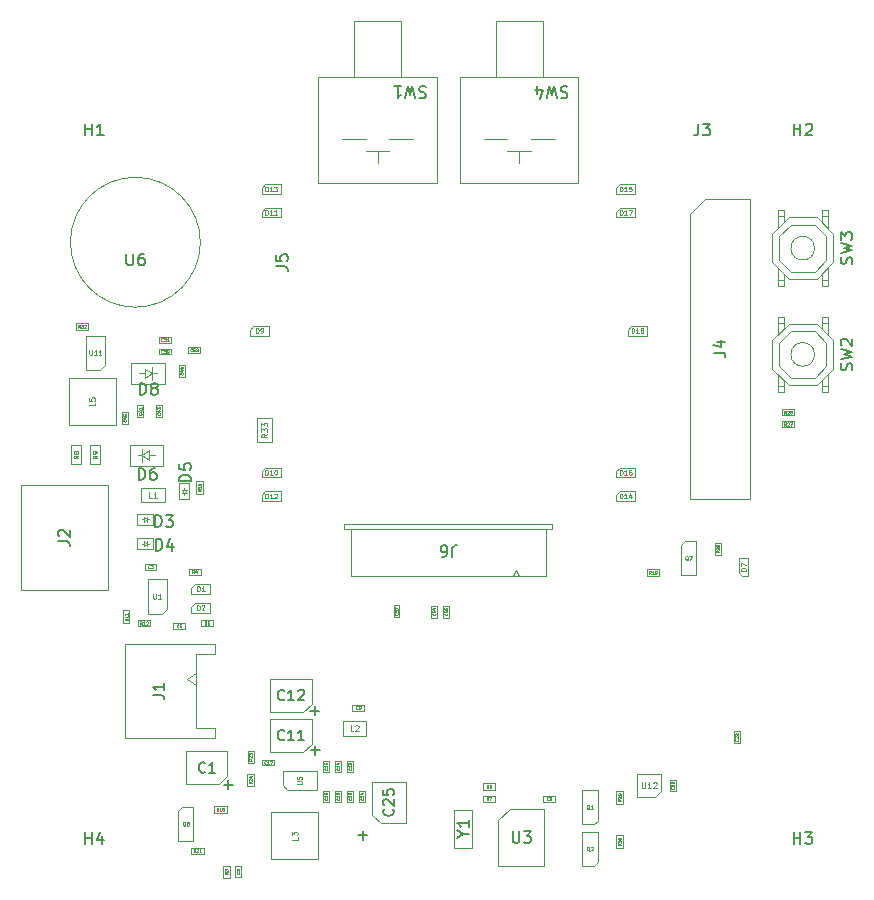
<source format=gbr>
%TF.GenerationSoftware,KiCad,Pcbnew,7.0.9*%
%TF.CreationDate,2024-01-10T01:47:22-08:00*%
%TF.ProjectId,ai-camera-rev3.1,61692d63-616d-4657-9261-2d726576332e,rev3.1*%
%TF.SameCoordinates,PX5a995c0PY2aea540*%
%TF.FileFunction,AssemblyDrawing,Top*%
%FSLAX46Y46*%
G04 Gerber Fmt 4.6, Leading zero omitted, Abs format (unit mm)*
G04 Created by KiCad (PCBNEW 7.0.9) date 2024-01-10 01:47:22*
%MOMM*%
%LPD*%
G01*
G04 APERTURE LIST*
%ADD10C,0.040000*%
%ADD11C,0.080000*%
%ADD12C,0.150000*%
%ADD13C,0.075000*%
%ADD14C,0.060000*%
%ADD15C,0.130000*%
%ADD16C,0.050000*%
%ADD17C,0.100000*%
G04 APERTURE END LIST*
D10*
X12150333Y-47089765D02*
X12138429Y-47101670D01*
X12138429Y-47101670D02*
X12102714Y-47113574D01*
X12102714Y-47113574D02*
X12078905Y-47113574D01*
X12078905Y-47113574D02*
X12043191Y-47101670D01*
X12043191Y-47101670D02*
X12019381Y-47077860D01*
X12019381Y-47077860D02*
X12007476Y-47054050D01*
X12007476Y-47054050D02*
X11995572Y-47006431D01*
X11995572Y-47006431D02*
X11995572Y-46970717D01*
X11995572Y-46970717D02*
X12007476Y-46923098D01*
X12007476Y-46923098D02*
X12019381Y-46899289D01*
X12019381Y-46899289D02*
X12043191Y-46875479D01*
X12043191Y-46875479D02*
X12078905Y-46863574D01*
X12078905Y-46863574D02*
X12102714Y-46863574D01*
X12102714Y-46863574D02*
X12138429Y-46875479D01*
X12138429Y-46875479D02*
X12150333Y-46887384D01*
X12376524Y-46863574D02*
X12257476Y-46863574D01*
X12257476Y-46863574D02*
X12245572Y-46982622D01*
X12245572Y-46982622D02*
X12257476Y-46970717D01*
X12257476Y-46970717D02*
X12281286Y-46958812D01*
X12281286Y-46958812D02*
X12340810Y-46958812D01*
X12340810Y-46958812D02*
X12364619Y-46970717D01*
X12364619Y-46970717D02*
X12376524Y-46982622D01*
X12376524Y-46982622D02*
X12388429Y-47006431D01*
X12388429Y-47006431D02*
X12388429Y-47065955D01*
X12388429Y-47065955D02*
X12376524Y-47089765D01*
X12376524Y-47089765D02*
X12364619Y-47101670D01*
X12364619Y-47101670D02*
X12340810Y-47113574D01*
X12340810Y-47113574D02*
X12281286Y-47113574D01*
X12281286Y-47113574D02*
X12257476Y-47101670D01*
X12257476Y-47101670D02*
X12245572Y-47089765D01*
D11*
X51380952Y-60227149D02*
X51380952Y-60631911D01*
X51380952Y-60631911D02*
X51404762Y-60679530D01*
X51404762Y-60679530D02*
X51428571Y-60703340D01*
X51428571Y-60703340D02*
X51476190Y-60727149D01*
X51476190Y-60727149D02*
X51571428Y-60727149D01*
X51571428Y-60727149D02*
X51619047Y-60703340D01*
X51619047Y-60703340D02*
X51642857Y-60679530D01*
X51642857Y-60679530D02*
X51666666Y-60631911D01*
X51666666Y-60631911D02*
X51666666Y-60227149D01*
X52166667Y-60727149D02*
X51880953Y-60727149D01*
X52023810Y-60727149D02*
X52023810Y-60227149D01*
X52023810Y-60227149D02*
X51976191Y-60298578D01*
X51976191Y-60298578D02*
X51928572Y-60346197D01*
X51928572Y-60346197D02*
X51880953Y-60370006D01*
X52357143Y-60274768D02*
X52380952Y-60250959D01*
X52380952Y-60250959D02*
X52428571Y-60227149D01*
X52428571Y-60227149D02*
X52547619Y-60227149D01*
X52547619Y-60227149D02*
X52595238Y-60250959D01*
X52595238Y-60250959D02*
X52619047Y-60274768D01*
X52619047Y-60274768D02*
X52642857Y-60322387D01*
X52642857Y-60322387D02*
X52642857Y-60370006D01*
X52642857Y-60370006D02*
X52619047Y-60441435D01*
X52619047Y-60441435D02*
X52333333Y-60727149D01*
X52333333Y-60727149D02*
X52642857Y-60727149D01*
D12*
X4238095Y-65454819D02*
X4238095Y-64454819D01*
X4238095Y-64931009D02*
X4809523Y-64931009D01*
X4809523Y-65454819D02*
X4809523Y-64454819D01*
X5714285Y-64788152D02*
X5714285Y-65454819D01*
X5476190Y-64407200D02*
X5238095Y-65121485D01*
X5238095Y-65121485D02*
X5857142Y-65121485D01*
X40433333Y-64365566D02*
X40433333Y-65158900D01*
X40433333Y-65158900D02*
X40480000Y-65252233D01*
X40480000Y-65252233D02*
X40526666Y-65298900D01*
X40526666Y-65298900D02*
X40620000Y-65345566D01*
X40620000Y-65345566D02*
X40806666Y-65345566D01*
X40806666Y-65345566D02*
X40900000Y-65298900D01*
X40900000Y-65298900D02*
X40946666Y-65252233D01*
X40946666Y-65252233D02*
X40993333Y-65158900D01*
X40993333Y-65158900D02*
X40993333Y-64365566D01*
X41366667Y-64365566D02*
X41973333Y-64365566D01*
X41973333Y-64365566D02*
X41646667Y-64738900D01*
X41646667Y-64738900D02*
X41786667Y-64738900D01*
X41786667Y-64738900D02*
X41880000Y-64785566D01*
X41880000Y-64785566D02*
X41926667Y-64832233D01*
X41926667Y-64832233D02*
X41973333Y-64925566D01*
X41973333Y-64925566D02*
X41973333Y-65158900D01*
X41973333Y-65158900D02*
X41926667Y-65252233D01*
X41926667Y-65252233D02*
X41880000Y-65298900D01*
X41880000Y-65298900D02*
X41786667Y-65345566D01*
X41786667Y-65345566D02*
X41506667Y-65345566D01*
X41506667Y-65345566D02*
X41413333Y-65298900D01*
X41413333Y-65298900D02*
X41366667Y-65252233D01*
X4238095Y-5454819D02*
X4238095Y-4454819D01*
X4238095Y-4931009D02*
X4809523Y-4931009D01*
X4809523Y-5454819D02*
X4809523Y-4454819D01*
X5809523Y-5454819D02*
X5238095Y-5454819D01*
X5523809Y-5454819D02*
X5523809Y-4454819D01*
X5523809Y-4454819D02*
X5428571Y-4597676D01*
X5428571Y-4597676D02*
X5333333Y-4692914D01*
X5333333Y-4692914D02*
X5238095Y-4740533D01*
D13*
X22227409Y-64833333D02*
X22227409Y-65071428D01*
X22227409Y-65071428D02*
X21727409Y-65071428D01*
X21727409Y-64714285D02*
X21727409Y-64404761D01*
X21727409Y-64404761D02*
X21917885Y-64571428D01*
X21917885Y-64571428D02*
X21917885Y-64499999D01*
X21917885Y-64499999D02*
X21941695Y-64452380D01*
X21941695Y-64452380D02*
X21965504Y-64428571D01*
X21965504Y-64428571D02*
X22013123Y-64404761D01*
X22013123Y-64404761D02*
X22132171Y-64404761D01*
X22132171Y-64404761D02*
X22179790Y-64428571D01*
X22179790Y-64428571D02*
X22203600Y-64452380D01*
X22203600Y-64452380D02*
X22227409Y-64499999D01*
X22227409Y-64499999D02*
X22227409Y-64642856D01*
X22227409Y-64642856D02*
X22203600Y-64690475D01*
X22203600Y-64690475D02*
X22179790Y-64714285D01*
D10*
X25743765Y-59046714D02*
X25755670Y-59058618D01*
X25755670Y-59058618D02*
X25767574Y-59094333D01*
X25767574Y-59094333D02*
X25767574Y-59118142D01*
X25767574Y-59118142D02*
X25755670Y-59153856D01*
X25755670Y-59153856D02*
X25731860Y-59177666D01*
X25731860Y-59177666D02*
X25708050Y-59189571D01*
X25708050Y-59189571D02*
X25660431Y-59201475D01*
X25660431Y-59201475D02*
X25624717Y-59201475D01*
X25624717Y-59201475D02*
X25577098Y-59189571D01*
X25577098Y-59189571D02*
X25553289Y-59177666D01*
X25553289Y-59177666D02*
X25529479Y-59153856D01*
X25529479Y-59153856D02*
X25517574Y-59118142D01*
X25517574Y-59118142D02*
X25517574Y-59094333D01*
X25517574Y-59094333D02*
X25529479Y-59058618D01*
X25529479Y-59058618D02*
X25541384Y-59046714D01*
X25767574Y-58808618D02*
X25767574Y-58951475D01*
X25767574Y-58880047D02*
X25517574Y-58880047D01*
X25517574Y-58880047D02*
X25553289Y-58903856D01*
X25553289Y-58903856D02*
X25577098Y-58927666D01*
X25577098Y-58927666D02*
X25589003Y-58951475D01*
X25600908Y-58594333D02*
X25767574Y-58594333D01*
X25505670Y-58653857D02*
X25684241Y-58713380D01*
X25684241Y-58713380D02*
X25684241Y-58558619D01*
D14*
X5281927Y-32566666D02*
X5091451Y-32699999D01*
X5281927Y-32795237D02*
X4881927Y-32795237D01*
X4881927Y-32795237D02*
X4881927Y-32642856D01*
X4881927Y-32642856D02*
X4900975Y-32604761D01*
X4900975Y-32604761D02*
X4920022Y-32585714D01*
X4920022Y-32585714D02*
X4958118Y-32566666D01*
X4958118Y-32566666D02*
X5015260Y-32566666D01*
X5015260Y-32566666D02*
X5053356Y-32585714D01*
X5053356Y-32585714D02*
X5072403Y-32604761D01*
X5072403Y-32604761D02*
X5091451Y-32642856D01*
X5091451Y-32642856D02*
X5091451Y-32795237D01*
X5281927Y-32376190D02*
X5281927Y-32299999D01*
X5281927Y-32299999D02*
X5262880Y-32261904D01*
X5262880Y-32261904D02*
X5243832Y-32242856D01*
X5243832Y-32242856D02*
X5186689Y-32204761D01*
X5186689Y-32204761D02*
X5110499Y-32185714D01*
X5110499Y-32185714D02*
X4958118Y-32185714D01*
X4958118Y-32185714D02*
X4920022Y-32204761D01*
X4920022Y-32204761D02*
X4900975Y-32223809D01*
X4900975Y-32223809D02*
X4881927Y-32261904D01*
X4881927Y-32261904D02*
X4881927Y-32338095D01*
X4881927Y-32338095D02*
X4900975Y-32376190D01*
X4900975Y-32376190D02*
X4920022Y-32395237D01*
X4920022Y-32395237D02*
X4958118Y-32414285D01*
X4958118Y-32414285D02*
X5053356Y-32414285D01*
X5053356Y-32414285D02*
X5091451Y-32395237D01*
X5091451Y-32395237D02*
X5110499Y-32376190D01*
X5110499Y-32376190D02*
X5129546Y-32338095D01*
X5129546Y-32338095D02*
X5129546Y-32261904D01*
X5129546Y-32261904D02*
X5110499Y-32223809D01*
X5110499Y-32223809D02*
X5091451Y-32204761D01*
X5091451Y-32204761D02*
X5053356Y-32185714D01*
D10*
X43478333Y-61709765D02*
X43466429Y-61721670D01*
X43466429Y-61721670D02*
X43430714Y-61733574D01*
X43430714Y-61733574D02*
X43406905Y-61733574D01*
X43406905Y-61733574D02*
X43371191Y-61721670D01*
X43371191Y-61721670D02*
X43347381Y-61697860D01*
X43347381Y-61697860D02*
X43335476Y-61674050D01*
X43335476Y-61674050D02*
X43323572Y-61626431D01*
X43323572Y-61626431D02*
X43323572Y-61590717D01*
X43323572Y-61590717D02*
X43335476Y-61543098D01*
X43335476Y-61543098D02*
X43347381Y-61519289D01*
X43347381Y-61519289D02*
X43371191Y-61495479D01*
X43371191Y-61495479D02*
X43406905Y-61483574D01*
X43406905Y-61483574D02*
X43430714Y-61483574D01*
X43430714Y-61483574D02*
X43466429Y-61495479D01*
X43466429Y-61495479D02*
X43478333Y-61507384D01*
X43692619Y-61483574D02*
X43645000Y-61483574D01*
X43645000Y-61483574D02*
X43621191Y-61495479D01*
X43621191Y-61495479D02*
X43609286Y-61507384D01*
X43609286Y-61507384D02*
X43585476Y-61543098D01*
X43585476Y-61543098D02*
X43573572Y-61590717D01*
X43573572Y-61590717D02*
X43573572Y-61685955D01*
X43573572Y-61685955D02*
X43585476Y-61709765D01*
X43585476Y-61709765D02*
X43597381Y-61721670D01*
X43597381Y-61721670D02*
X43621191Y-61733574D01*
X43621191Y-61733574D02*
X43668810Y-61733574D01*
X43668810Y-61733574D02*
X43692619Y-61721670D01*
X43692619Y-61721670D02*
X43704524Y-61709765D01*
X43704524Y-61709765D02*
X43716429Y-61685955D01*
X43716429Y-61685955D02*
X43716429Y-61626431D01*
X43716429Y-61626431D02*
X43704524Y-61602622D01*
X43704524Y-61602622D02*
X43692619Y-61590717D01*
X43692619Y-61590717D02*
X43668810Y-61578812D01*
X43668810Y-61578812D02*
X43621191Y-61578812D01*
X43621191Y-61578812D02*
X43597381Y-61590717D01*
X43597381Y-61590717D02*
X43585476Y-61602622D01*
X43585476Y-61602622D02*
X43573572Y-61626431D01*
X13582857Y-66138200D02*
X13496190Y-66014391D01*
X13434285Y-66138200D02*
X13434285Y-65878200D01*
X13434285Y-65878200D02*
X13533333Y-65878200D01*
X13533333Y-65878200D02*
X13558095Y-65890581D01*
X13558095Y-65890581D02*
X13570476Y-65902962D01*
X13570476Y-65902962D02*
X13582857Y-65927724D01*
X13582857Y-65927724D02*
X13582857Y-65964867D01*
X13582857Y-65964867D02*
X13570476Y-65989629D01*
X13570476Y-65989629D02*
X13558095Y-66002010D01*
X13558095Y-66002010D02*
X13533333Y-66014391D01*
X13533333Y-66014391D02*
X13434285Y-66014391D01*
X13681904Y-65902962D02*
X13694285Y-65890581D01*
X13694285Y-65890581D02*
X13719047Y-65878200D01*
X13719047Y-65878200D02*
X13780952Y-65878200D01*
X13780952Y-65878200D02*
X13805714Y-65890581D01*
X13805714Y-65890581D02*
X13818095Y-65902962D01*
X13818095Y-65902962D02*
X13830476Y-65927724D01*
X13830476Y-65927724D02*
X13830476Y-65952486D01*
X13830476Y-65952486D02*
X13818095Y-65989629D01*
X13818095Y-65989629D02*
X13669523Y-66138200D01*
X13669523Y-66138200D02*
X13830476Y-66138200D01*
X14078095Y-66138200D02*
X13929523Y-66138200D01*
X14003809Y-66138200D02*
X14003809Y-65878200D01*
X14003809Y-65878200D02*
X13979047Y-65915343D01*
X13979047Y-65915343D02*
X13954285Y-65940105D01*
X13954285Y-65940105D02*
X13929523Y-65952486D01*
D14*
X3681927Y-32566666D02*
X3491451Y-32699999D01*
X3681927Y-32795237D02*
X3281927Y-32795237D01*
X3281927Y-32795237D02*
X3281927Y-32642856D01*
X3281927Y-32642856D02*
X3300975Y-32604761D01*
X3300975Y-32604761D02*
X3320022Y-32585714D01*
X3320022Y-32585714D02*
X3358118Y-32566666D01*
X3358118Y-32566666D02*
X3415260Y-32566666D01*
X3415260Y-32566666D02*
X3453356Y-32585714D01*
X3453356Y-32585714D02*
X3472403Y-32604761D01*
X3472403Y-32604761D02*
X3491451Y-32642856D01*
X3491451Y-32642856D02*
X3491451Y-32795237D01*
X3453356Y-32338095D02*
X3434308Y-32376190D01*
X3434308Y-32376190D02*
X3415260Y-32395237D01*
X3415260Y-32395237D02*
X3377165Y-32414285D01*
X3377165Y-32414285D02*
X3358118Y-32414285D01*
X3358118Y-32414285D02*
X3320022Y-32395237D01*
X3320022Y-32395237D02*
X3300975Y-32376190D01*
X3300975Y-32376190D02*
X3281927Y-32338095D01*
X3281927Y-32338095D02*
X3281927Y-32261904D01*
X3281927Y-32261904D02*
X3300975Y-32223809D01*
X3300975Y-32223809D02*
X3320022Y-32204761D01*
X3320022Y-32204761D02*
X3358118Y-32185714D01*
X3358118Y-32185714D02*
X3377165Y-32185714D01*
X3377165Y-32185714D02*
X3415260Y-32204761D01*
X3415260Y-32204761D02*
X3434308Y-32223809D01*
X3434308Y-32223809D02*
X3453356Y-32261904D01*
X3453356Y-32261904D02*
X3453356Y-32338095D01*
X3453356Y-32338095D02*
X3472403Y-32376190D01*
X3472403Y-32376190D02*
X3491451Y-32395237D01*
X3491451Y-32395237D02*
X3529546Y-32414285D01*
X3529546Y-32414285D02*
X3605737Y-32414285D01*
X3605737Y-32414285D02*
X3643832Y-32395237D01*
X3643832Y-32395237D02*
X3662880Y-32376190D01*
X3662880Y-32376190D02*
X3681927Y-32338095D01*
X3681927Y-32338095D02*
X3681927Y-32261904D01*
X3681927Y-32261904D02*
X3662880Y-32223809D01*
X3662880Y-32223809D02*
X3643832Y-32204761D01*
X3643832Y-32204761D02*
X3605737Y-32185714D01*
X3605737Y-32185714D02*
X3529546Y-32185714D01*
X3529546Y-32185714D02*
X3491451Y-32204761D01*
X3491451Y-32204761D02*
X3472403Y-32223809D01*
X3472403Y-32223809D02*
X3453356Y-32261904D01*
D10*
X15522857Y-62648200D02*
X15436190Y-62524391D01*
X15374285Y-62648200D02*
X15374285Y-62388200D01*
X15374285Y-62388200D02*
X15473333Y-62388200D01*
X15473333Y-62388200D02*
X15498095Y-62400581D01*
X15498095Y-62400581D02*
X15510476Y-62412962D01*
X15510476Y-62412962D02*
X15522857Y-62437724D01*
X15522857Y-62437724D02*
X15522857Y-62474867D01*
X15522857Y-62474867D02*
X15510476Y-62499629D01*
X15510476Y-62499629D02*
X15498095Y-62512010D01*
X15498095Y-62512010D02*
X15473333Y-62524391D01*
X15473333Y-62524391D02*
X15374285Y-62524391D01*
X15770476Y-62648200D02*
X15621904Y-62648200D01*
X15696190Y-62648200D02*
X15696190Y-62388200D01*
X15696190Y-62388200D02*
X15671428Y-62425343D01*
X15671428Y-62425343D02*
X15646666Y-62450105D01*
X15646666Y-62450105D02*
X15621904Y-62462486D01*
X15919047Y-62499629D02*
X15894285Y-62487248D01*
X15894285Y-62487248D02*
X15881904Y-62474867D01*
X15881904Y-62474867D02*
X15869523Y-62450105D01*
X15869523Y-62450105D02*
X15869523Y-62437724D01*
X15869523Y-62437724D02*
X15881904Y-62412962D01*
X15881904Y-62412962D02*
X15894285Y-62400581D01*
X15894285Y-62400581D02*
X15919047Y-62388200D01*
X15919047Y-62388200D02*
X15968571Y-62388200D01*
X15968571Y-62388200D02*
X15993333Y-62400581D01*
X15993333Y-62400581D02*
X16005714Y-62412962D01*
X16005714Y-62412962D02*
X16018095Y-62437724D01*
X16018095Y-62437724D02*
X16018095Y-62450105D01*
X16018095Y-62450105D02*
X16005714Y-62474867D01*
X16005714Y-62474867D02*
X15993333Y-62487248D01*
X15993333Y-62487248D02*
X15968571Y-62499629D01*
X15968571Y-62499629D02*
X15919047Y-62499629D01*
X15919047Y-62499629D02*
X15894285Y-62512010D01*
X15894285Y-62512010D02*
X15881904Y-62524391D01*
X15881904Y-62524391D02*
X15869523Y-62549153D01*
X15869523Y-62549153D02*
X15869523Y-62598677D01*
X15869523Y-62598677D02*
X15881904Y-62623439D01*
X15881904Y-62623439D02*
X15894285Y-62635820D01*
X15894285Y-62635820D02*
X15919047Y-62648200D01*
X15919047Y-62648200D02*
X15968571Y-62648200D01*
X15968571Y-62648200D02*
X15993333Y-62635820D01*
X15993333Y-62635820D02*
X16005714Y-62623439D01*
X16005714Y-62623439D02*
X16018095Y-62598677D01*
X16018095Y-62598677D02*
X16018095Y-62549153D01*
X16018095Y-62549153D02*
X16005714Y-62524391D01*
X16005714Y-62524391D02*
X15993333Y-62512010D01*
X15993333Y-62512010D02*
X15968571Y-62499629D01*
D12*
X10161905Y-38604819D02*
X10161905Y-37604819D01*
X10161905Y-37604819D02*
X10400000Y-37604819D01*
X10400000Y-37604819D02*
X10542857Y-37652438D01*
X10542857Y-37652438D02*
X10638095Y-37747676D01*
X10638095Y-37747676D02*
X10685714Y-37842914D01*
X10685714Y-37842914D02*
X10733333Y-38033390D01*
X10733333Y-38033390D02*
X10733333Y-38176247D01*
X10733333Y-38176247D02*
X10685714Y-38366723D01*
X10685714Y-38366723D02*
X10638095Y-38461961D01*
X10638095Y-38461961D02*
X10542857Y-38557200D01*
X10542857Y-38557200D02*
X10400000Y-38604819D01*
X10400000Y-38604819D02*
X10161905Y-38604819D01*
X11066667Y-37604819D02*
X11685714Y-37604819D01*
X11685714Y-37604819D02*
X11352381Y-37985771D01*
X11352381Y-37985771D02*
X11495238Y-37985771D01*
X11495238Y-37985771D02*
X11590476Y-38033390D01*
X11590476Y-38033390D02*
X11638095Y-38081009D01*
X11638095Y-38081009D02*
X11685714Y-38176247D01*
X11685714Y-38176247D02*
X11685714Y-38414342D01*
X11685714Y-38414342D02*
X11638095Y-38509580D01*
X11638095Y-38509580D02*
X11590476Y-38557200D01*
X11590476Y-38557200D02*
X11495238Y-38604819D01*
X11495238Y-38604819D02*
X11209524Y-38604819D01*
X11209524Y-38604819D02*
X11114286Y-38557200D01*
X11114286Y-38557200D02*
X11066667Y-38509580D01*
X69157200Y-25333332D02*
X69204819Y-25190475D01*
X69204819Y-25190475D02*
X69204819Y-24952380D01*
X69204819Y-24952380D02*
X69157200Y-24857142D01*
X69157200Y-24857142D02*
X69109580Y-24809523D01*
X69109580Y-24809523D02*
X69014342Y-24761904D01*
X69014342Y-24761904D02*
X68919104Y-24761904D01*
X68919104Y-24761904D02*
X68823866Y-24809523D01*
X68823866Y-24809523D02*
X68776247Y-24857142D01*
X68776247Y-24857142D02*
X68728628Y-24952380D01*
X68728628Y-24952380D02*
X68681009Y-25142856D01*
X68681009Y-25142856D02*
X68633390Y-25238094D01*
X68633390Y-25238094D02*
X68585771Y-25285713D01*
X68585771Y-25285713D02*
X68490533Y-25333332D01*
X68490533Y-25333332D02*
X68395295Y-25333332D01*
X68395295Y-25333332D02*
X68300057Y-25285713D01*
X68300057Y-25285713D02*
X68252438Y-25238094D01*
X68252438Y-25238094D02*
X68204819Y-25142856D01*
X68204819Y-25142856D02*
X68204819Y-24904761D01*
X68204819Y-24904761D02*
X68252438Y-24761904D01*
X68204819Y-24428570D02*
X69204819Y-24190475D01*
X69204819Y-24190475D02*
X68490533Y-23999999D01*
X68490533Y-23999999D02*
X69204819Y-23809523D01*
X69204819Y-23809523D02*
X68204819Y-23571428D01*
X68300057Y-23238094D02*
X68252438Y-23190475D01*
X68252438Y-23190475D02*
X68204819Y-23095237D01*
X68204819Y-23095237D02*
X68204819Y-22857142D01*
X68204819Y-22857142D02*
X68252438Y-22761904D01*
X68252438Y-22761904D02*
X68300057Y-22714285D01*
X68300057Y-22714285D02*
X68395295Y-22666666D01*
X68395295Y-22666666D02*
X68490533Y-22666666D01*
X68490533Y-22666666D02*
X68633390Y-22714285D01*
X68633390Y-22714285D02*
X69204819Y-23285713D01*
X69204819Y-23285713D02*
X69204819Y-22666666D01*
X36278628Y-64601190D02*
X36754819Y-64601190D01*
X35754819Y-64934523D02*
X36278628Y-64601190D01*
X36278628Y-64601190D02*
X35754819Y-64267857D01*
X36754819Y-63410714D02*
X36754819Y-63982142D01*
X36754819Y-63696428D02*
X35754819Y-63696428D01*
X35754819Y-63696428D02*
X35897676Y-63791666D01*
X35897676Y-63791666D02*
X35992914Y-63886904D01*
X35992914Y-63886904D02*
X36040533Y-63982142D01*
D11*
X9916666Y-36157149D02*
X9678571Y-36157149D01*
X9678571Y-36157149D02*
X9678571Y-35657149D01*
X10345238Y-36157149D02*
X10059524Y-36157149D01*
X10202381Y-36157149D02*
X10202381Y-35657149D01*
X10202381Y-35657149D02*
X10154762Y-35728578D01*
X10154762Y-35728578D02*
X10107143Y-35776197D01*
X10107143Y-35776197D02*
X10059524Y-35800006D01*
D10*
X12539765Y-25545714D02*
X12551670Y-25557618D01*
X12551670Y-25557618D02*
X12563574Y-25593333D01*
X12563574Y-25593333D02*
X12563574Y-25617142D01*
X12563574Y-25617142D02*
X12551670Y-25652856D01*
X12551670Y-25652856D02*
X12527860Y-25676666D01*
X12527860Y-25676666D02*
X12504050Y-25688571D01*
X12504050Y-25688571D02*
X12456431Y-25700475D01*
X12456431Y-25700475D02*
X12420717Y-25700475D01*
X12420717Y-25700475D02*
X12373098Y-25688571D01*
X12373098Y-25688571D02*
X12349289Y-25676666D01*
X12349289Y-25676666D02*
X12325479Y-25652856D01*
X12325479Y-25652856D02*
X12313574Y-25617142D01*
X12313574Y-25617142D02*
X12313574Y-25593333D01*
X12313574Y-25593333D02*
X12325479Y-25557618D01*
X12325479Y-25557618D02*
X12337384Y-25545714D01*
X12396908Y-25331428D02*
X12563574Y-25331428D01*
X12301670Y-25390952D02*
X12480241Y-25450475D01*
X12480241Y-25450475D02*
X12480241Y-25295714D01*
X12563574Y-25188571D02*
X12563574Y-25140952D01*
X12563574Y-25140952D02*
X12551670Y-25117142D01*
X12551670Y-25117142D02*
X12539765Y-25105238D01*
X12539765Y-25105238D02*
X12504050Y-25081428D01*
X12504050Y-25081428D02*
X12456431Y-25069523D01*
X12456431Y-25069523D02*
X12361193Y-25069523D01*
X12361193Y-25069523D02*
X12337384Y-25081428D01*
X12337384Y-25081428D02*
X12325479Y-25093333D01*
X12325479Y-25093333D02*
X12313574Y-25117142D01*
X12313574Y-25117142D02*
X12313574Y-25164761D01*
X12313574Y-25164761D02*
X12325479Y-25188571D01*
X12325479Y-25188571D02*
X12337384Y-25200476D01*
X12337384Y-25200476D02*
X12361193Y-25212380D01*
X12361193Y-25212380D02*
X12420717Y-25212380D01*
X12420717Y-25212380D02*
X12444527Y-25200476D01*
X12444527Y-25200476D02*
X12456431Y-25188571D01*
X12456431Y-25188571D02*
X12468336Y-25164761D01*
X12468336Y-25164761D02*
X12468336Y-25117142D01*
X12468336Y-25117142D02*
X12456431Y-25093333D01*
X12456431Y-25093333D02*
X12444527Y-25081428D01*
X12444527Y-25081428D02*
X12420717Y-25069523D01*
D14*
X60181927Y-42295237D02*
X59781927Y-42295237D01*
X59781927Y-42295237D02*
X59781927Y-42199999D01*
X59781927Y-42199999D02*
X59800975Y-42142856D01*
X59800975Y-42142856D02*
X59839070Y-42104761D01*
X59839070Y-42104761D02*
X59877165Y-42085714D01*
X59877165Y-42085714D02*
X59953356Y-42066666D01*
X59953356Y-42066666D02*
X60010499Y-42066666D01*
X60010499Y-42066666D02*
X60086689Y-42085714D01*
X60086689Y-42085714D02*
X60124784Y-42104761D01*
X60124784Y-42104761D02*
X60162880Y-42142856D01*
X60162880Y-42142856D02*
X60181927Y-42199999D01*
X60181927Y-42199999D02*
X60181927Y-42295237D01*
X59781927Y-41933333D02*
X59781927Y-41666666D01*
X59781927Y-41666666D02*
X60181927Y-41838095D01*
D10*
X63592857Y-29008200D02*
X63506190Y-28884391D01*
X63444285Y-29008200D02*
X63444285Y-28748200D01*
X63444285Y-28748200D02*
X63543333Y-28748200D01*
X63543333Y-28748200D02*
X63568095Y-28760581D01*
X63568095Y-28760581D02*
X63580476Y-28772962D01*
X63580476Y-28772962D02*
X63592857Y-28797724D01*
X63592857Y-28797724D02*
X63592857Y-28834867D01*
X63592857Y-28834867D02*
X63580476Y-28859629D01*
X63580476Y-28859629D02*
X63568095Y-28872010D01*
X63568095Y-28872010D02*
X63543333Y-28884391D01*
X63543333Y-28884391D02*
X63444285Y-28884391D01*
X63691904Y-28772962D02*
X63704285Y-28760581D01*
X63704285Y-28760581D02*
X63729047Y-28748200D01*
X63729047Y-28748200D02*
X63790952Y-28748200D01*
X63790952Y-28748200D02*
X63815714Y-28760581D01*
X63815714Y-28760581D02*
X63828095Y-28772962D01*
X63828095Y-28772962D02*
X63840476Y-28797724D01*
X63840476Y-28797724D02*
X63840476Y-28822486D01*
X63840476Y-28822486D02*
X63828095Y-28859629D01*
X63828095Y-28859629D02*
X63679523Y-29008200D01*
X63679523Y-29008200D02*
X63840476Y-29008200D01*
X64063333Y-28748200D02*
X64013809Y-28748200D01*
X64013809Y-28748200D02*
X63989047Y-28760581D01*
X63989047Y-28760581D02*
X63976666Y-28772962D01*
X63976666Y-28772962D02*
X63951904Y-28810105D01*
X63951904Y-28810105D02*
X63939523Y-28859629D01*
X63939523Y-28859629D02*
X63939523Y-28958677D01*
X63939523Y-28958677D02*
X63951904Y-28983439D01*
X63951904Y-28983439D02*
X63964285Y-28995820D01*
X63964285Y-28995820D02*
X63989047Y-29008200D01*
X63989047Y-29008200D02*
X64038571Y-29008200D01*
X64038571Y-29008200D02*
X64063333Y-28995820D01*
X64063333Y-28995820D02*
X64075714Y-28983439D01*
X64075714Y-28983439D02*
X64088095Y-28958677D01*
X64088095Y-28958677D02*
X64088095Y-28896772D01*
X64088095Y-28896772D02*
X64075714Y-28872010D01*
X64075714Y-28872010D02*
X64063333Y-28859629D01*
X64063333Y-28859629D02*
X64038571Y-28847248D01*
X64038571Y-28847248D02*
X63989047Y-28847248D01*
X63989047Y-28847248D02*
X63964285Y-28859629D01*
X63964285Y-28859629D02*
X63951904Y-28872010D01*
X63951904Y-28872010D02*
X63939523Y-28896772D01*
D14*
X13741249Y-45641026D02*
X13741249Y-45241026D01*
X13741249Y-45241026D02*
X13836487Y-45241026D01*
X13836487Y-45241026D02*
X13893630Y-45260074D01*
X13893630Y-45260074D02*
X13931725Y-45298169D01*
X13931725Y-45298169D02*
X13950772Y-45336264D01*
X13950772Y-45336264D02*
X13969820Y-45412455D01*
X13969820Y-45412455D02*
X13969820Y-45469598D01*
X13969820Y-45469598D02*
X13950772Y-45545788D01*
X13950772Y-45545788D02*
X13931725Y-45583883D01*
X13931725Y-45583883D02*
X13893630Y-45621979D01*
X13893630Y-45621979D02*
X13836487Y-45641026D01*
X13836487Y-45641026D02*
X13741249Y-45641026D01*
X14122201Y-45279121D02*
X14141249Y-45260074D01*
X14141249Y-45260074D02*
X14179344Y-45241026D01*
X14179344Y-45241026D02*
X14274582Y-45241026D01*
X14274582Y-45241026D02*
X14312677Y-45260074D01*
X14312677Y-45260074D02*
X14331725Y-45279121D01*
X14331725Y-45279121D02*
X14350772Y-45317217D01*
X14350772Y-45317217D02*
X14350772Y-45355312D01*
X14350772Y-45355312D02*
X14331725Y-45412455D01*
X14331725Y-45412455D02*
X14103153Y-45641026D01*
X14103153Y-45641026D02*
X14350772Y-45641026D01*
X19514286Y-36181927D02*
X19514286Y-35781927D01*
X19514286Y-35781927D02*
X19609524Y-35781927D01*
X19609524Y-35781927D02*
X19666667Y-35800975D01*
X19666667Y-35800975D02*
X19704762Y-35839070D01*
X19704762Y-35839070D02*
X19723809Y-35877165D01*
X19723809Y-35877165D02*
X19742857Y-35953356D01*
X19742857Y-35953356D02*
X19742857Y-36010499D01*
X19742857Y-36010499D02*
X19723809Y-36086689D01*
X19723809Y-36086689D02*
X19704762Y-36124784D01*
X19704762Y-36124784D02*
X19666667Y-36162880D01*
X19666667Y-36162880D02*
X19609524Y-36181927D01*
X19609524Y-36181927D02*
X19514286Y-36181927D01*
X20123809Y-36181927D02*
X19895238Y-36181927D01*
X20009524Y-36181927D02*
X20009524Y-35781927D01*
X20009524Y-35781927D02*
X19971428Y-35839070D01*
X19971428Y-35839070D02*
X19933333Y-35877165D01*
X19933333Y-35877165D02*
X19895238Y-35896213D01*
X20276190Y-35820022D02*
X20295238Y-35800975D01*
X20295238Y-35800975D02*
X20333333Y-35781927D01*
X20333333Y-35781927D02*
X20428571Y-35781927D01*
X20428571Y-35781927D02*
X20466666Y-35800975D01*
X20466666Y-35800975D02*
X20485714Y-35820022D01*
X20485714Y-35820022D02*
X20504761Y-35858118D01*
X20504761Y-35858118D02*
X20504761Y-35896213D01*
X20504761Y-35896213D02*
X20485714Y-35953356D01*
X20485714Y-35953356D02*
X20257142Y-36181927D01*
X20257142Y-36181927D02*
X20504761Y-36181927D01*
D10*
X14506667Y-46868200D02*
X14420000Y-46744391D01*
X14358095Y-46868200D02*
X14358095Y-46608200D01*
X14358095Y-46608200D02*
X14457143Y-46608200D01*
X14457143Y-46608200D02*
X14481905Y-46620581D01*
X14481905Y-46620581D02*
X14494286Y-46632962D01*
X14494286Y-46632962D02*
X14506667Y-46657724D01*
X14506667Y-46657724D02*
X14506667Y-46694867D01*
X14506667Y-46694867D02*
X14494286Y-46719629D01*
X14494286Y-46719629D02*
X14481905Y-46732010D01*
X14481905Y-46732010D02*
X14457143Y-46744391D01*
X14457143Y-46744391D02*
X14358095Y-46744391D01*
X14741905Y-46608200D02*
X14618095Y-46608200D01*
X14618095Y-46608200D02*
X14605714Y-46732010D01*
X14605714Y-46732010D02*
X14618095Y-46719629D01*
X14618095Y-46719629D02*
X14642857Y-46707248D01*
X14642857Y-46707248D02*
X14704762Y-46707248D01*
X14704762Y-46707248D02*
X14729524Y-46719629D01*
X14729524Y-46719629D02*
X14741905Y-46732010D01*
X14741905Y-46732010D02*
X14754286Y-46756772D01*
X14754286Y-46756772D02*
X14754286Y-46818677D01*
X14754286Y-46818677D02*
X14741905Y-46843439D01*
X14741905Y-46843439D02*
X14729524Y-46855820D01*
X14729524Y-46855820D02*
X14704762Y-46868200D01*
X14704762Y-46868200D02*
X14642857Y-46868200D01*
X14642857Y-46868200D02*
X14618095Y-46855820D01*
X14618095Y-46855820D02*
X14605714Y-46843439D01*
D12*
X15994048Y-60423866D02*
X16755953Y-60423866D01*
X16375000Y-60804819D02*
X16375000Y-60042914D01*
D15*
X14390833Y-59316536D02*
X14348929Y-59358441D01*
X14348929Y-59358441D02*
X14223214Y-59400345D01*
X14223214Y-59400345D02*
X14139405Y-59400345D01*
X14139405Y-59400345D02*
X14013691Y-59358441D01*
X14013691Y-59358441D02*
X13929881Y-59274631D01*
X13929881Y-59274631D02*
X13887976Y-59190821D01*
X13887976Y-59190821D02*
X13846072Y-59023202D01*
X13846072Y-59023202D02*
X13846072Y-58897488D01*
X13846072Y-58897488D02*
X13887976Y-58729869D01*
X13887976Y-58729869D02*
X13929881Y-58646060D01*
X13929881Y-58646060D02*
X14013691Y-58562250D01*
X14013691Y-58562250D02*
X14139405Y-58520345D01*
X14139405Y-58520345D02*
X14223214Y-58520345D01*
X14223214Y-58520345D02*
X14348929Y-58562250D01*
X14348929Y-58562250D02*
X14390833Y-58604155D01*
X15228929Y-59400345D02*
X14726072Y-59400345D01*
X14977500Y-59400345D02*
X14977500Y-58520345D01*
X14977500Y-58520345D02*
X14893691Y-58646060D01*
X14893691Y-58646060D02*
X14809881Y-58729869D01*
X14809881Y-58729869D02*
X14726072Y-58771774D01*
D10*
X38376667Y-61738200D02*
X38290000Y-61614391D01*
X38228095Y-61738200D02*
X38228095Y-61478200D01*
X38228095Y-61478200D02*
X38327143Y-61478200D01*
X38327143Y-61478200D02*
X38351905Y-61490581D01*
X38351905Y-61490581D02*
X38364286Y-61502962D01*
X38364286Y-61502962D02*
X38376667Y-61527724D01*
X38376667Y-61527724D02*
X38376667Y-61564867D01*
X38376667Y-61564867D02*
X38364286Y-61589629D01*
X38364286Y-61589629D02*
X38351905Y-61602010D01*
X38351905Y-61602010D02*
X38327143Y-61614391D01*
X38327143Y-61614391D02*
X38228095Y-61614391D01*
X38463333Y-61478200D02*
X38636667Y-61478200D01*
X38636667Y-61478200D02*
X38525238Y-61738200D01*
X34887765Y-45941714D02*
X34899670Y-45953618D01*
X34899670Y-45953618D02*
X34911574Y-45989333D01*
X34911574Y-45989333D02*
X34911574Y-46013142D01*
X34911574Y-46013142D02*
X34899670Y-46048856D01*
X34899670Y-46048856D02*
X34875860Y-46072666D01*
X34875860Y-46072666D02*
X34852050Y-46084571D01*
X34852050Y-46084571D02*
X34804431Y-46096475D01*
X34804431Y-46096475D02*
X34768717Y-46096475D01*
X34768717Y-46096475D02*
X34721098Y-46084571D01*
X34721098Y-46084571D02*
X34697289Y-46072666D01*
X34697289Y-46072666D02*
X34673479Y-46048856D01*
X34673479Y-46048856D02*
X34661574Y-46013142D01*
X34661574Y-46013142D02*
X34661574Y-45989333D01*
X34661574Y-45989333D02*
X34673479Y-45953618D01*
X34673479Y-45953618D02*
X34685384Y-45941714D01*
X34661574Y-45715523D02*
X34661574Y-45834571D01*
X34661574Y-45834571D02*
X34780622Y-45846475D01*
X34780622Y-45846475D02*
X34768717Y-45834571D01*
X34768717Y-45834571D02*
X34756812Y-45810761D01*
X34756812Y-45810761D02*
X34756812Y-45751237D01*
X34756812Y-45751237D02*
X34768717Y-45727428D01*
X34768717Y-45727428D02*
X34780622Y-45715523D01*
X34780622Y-45715523D02*
X34804431Y-45703618D01*
X34804431Y-45703618D02*
X34863955Y-45703618D01*
X34863955Y-45703618D02*
X34887765Y-45715523D01*
X34887765Y-45715523D02*
X34899670Y-45727428D01*
X34899670Y-45727428D02*
X34911574Y-45751237D01*
X34911574Y-45751237D02*
X34911574Y-45810761D01*
X34911574Y-45810761D02*
X34899670Y-45834571D01*
X34899670Y-45834571D02*
X34887765Y-45846475D01*
X34661574Y-45489333D02*
X34661574Y-45536952D01*
X34661574Y-45536952D02*
X34673479Y-45560761D01*
X34673479Y-45560761D02*
X34685384Y-45572666D01*
X34685384Y-45572666D02*
X34721098Y-45596476D01*
X34721098Y-45596476D02*
X34768717Y-45608380D01*
X34768717Y-45608380D02*
X34863955Y-45608380D01*
X34863955Y-45608380D02*
X34887765Y-45596476D01*
X34887765Y-45596476D02*
X34899670Y-45584571D01*
X34899670Y-45584571D02*
X34911574Y-45560761D01*
X34911574Y-45560761D02*
X34911574Y-45513142D01*
X34911574Y-45513142D02*
X34899670Y-45489333D01*
X34899670Y-45489333D02*
X34887765Y-45477428D01*
X34887765Y-45477428D02*
X34863955Y-45465523D01*
X34863955Y-45465523D02*
X34804431Y-45465523D01*
X34804431Y-45465523D02*
X34780622Y-45477428D01*
X34780622Y-45477428D02*
X34768717Y-45489333D01*
X34768717Y-45489333D02*
X34756812Y-45513142D01*
X34756812Y-45513142D02*
X34756812Y-45560761D01*
X34756812Y-45560761D02*
X34768717Y-45584571D01*
X34768717Y-45584571D02*
X34780622Y-45596476D01*
X34780622Y-45596476D02*
X34804431Y-45608380D01*
X49618200Y-61667142D02*
X49494391Y-61753809D01*
X49618200Y-61815714D02*
X49358200Y-61815714D01*
X49358200Y-61815714D02*
X49358200Y-61716666D01*
X49358200Y-61716666D02*
X49370581Y-61691904D01*
X49370581Y-61691904D02*
X49382962Y-61679523D01*
X49382962Y-61679523D02*
X49407724Y-61667142D01*
X49407724Y-61667142D02*
X49444867Y-61667142D01*
X49444867Y-61667142D02*
X49469629Y-61679523D01*
X49469629Y-61679523D02*
X49482010Y-61691904D01*
X49482010Y-61691904D02*
X49494391Y-61716666D01*
X49494391Y-61716666D02*
X49494391Y-61815714D01*
X49382962Y-61568095D02*
X49370581Y-61555714D01*
X49370581Y-61555714D02*
X49358200Y-61530952D01*
X49358200Y-61530952D02*
X49358200Y-61469047D01*
X49358200Y-61469047D02*
X49370581Y-61444285D01*
X49370581Y-61444285D02*
X49382962Y-61431904D01*
X49382962Y-61431904D02*
X49407724Y-61419523D01*
X49407724Y-61419523D02*
X49432486Y-61419523D01*
X49432486Y-61419523D02*
X49469629Y-61431904D01*
X49469629Y-61431904D02*
X49618200Y-61580476D01*
X49618200Y-61580476D02*
X49618200Y-61419523D01*
X49618200Y-61295714D02*
X49618200Y-61246190D01*
X49618200Y-61246190D02*
X49605820Y-61221428D01*
X49605820Y-61221428D02*
X49593439Y-61209047D01*
X49593439Y-61209047D02*
X49556296Y-61184285D01*
X49556296Y-61184285D02*
X49506772Y-61171904D01*
X49506772Y-61171904D02*
X49407724Y-61171904D01*
X49407724Y-61171904D02*
X49382962Y-61184285D01*
X49382962Y-61184285D02*
X49370581Y-61196666D01*
X49370581Y-61196666D02*
X49358200Y-61221428D01*
X49358200Y-61221428D02*
X49358200Y-61270952D01*
X49358200Y-61270952D02*
X49370581Y-61295714D01*
X49370581Y-61295714D02*
X49382962Y-61308095D01*
X49382962Y-61308095D02*
X49407724Y-61320476D01*
X49407724Y-61320476D02*
X49469629Y-61320476D01*
X49469629Y-61320476D02*
X49494391Y-61308095D01*
X49494391Y-61308095D02*
X49506772Y-61295714D01*
X49506772Y-61295714D02*
X49519153Y-61270952D01*
X49519153Y-61270952D02*
X49519153Y-61221428D01*
X49519153Y-61221428D02*
X49506772Y-61196666D01*
X49506772Y-61196666D02*
X49494391Y-61184285D01*
X49494391Y-61184285D02*
X49469629Y-61171904D01*
D12*
X45083332Y-1342800D02*
X44940475Y-1295180D01*
X44940475Y-1295180D02*
X44702380Y-1295180D01*
X44702380Y-1295180D02*
X44607142Y-1342800D01*
X44607142Y-1342800D02*
X44559523Y-1390419D01*
X44559523Y-1390419D02*
X44511904Y-1485657D01*
X44511904Y-1485657D02*
X44511904Y-1580895D01*
X44511904Y-1580895D02*
X44559523Y-1676133D01*
X44559523Y-1676133D02*
X44607142Y-1723752D01*
X44607142Y-1723752D02*
X44702380Y-1771371D01*
X44702380Y-1771371D02*
X44892856Y-1818990D01*
X44892856Y-1818990D02*
X44988094Y-1866609D01*
X44988094Y-1866609D02*
X45035713Y-1914228D01*
X45035713Y-1914228D02*
X45083332Y-2009466D01*
X45083332Y-2009466D02*
X45083332Y-2104704D01*
X45083332Y-2104704D02*
X45035713Y-2199942D01*
X45035713Y-2199942D02*
X44988094Y-2247561D01*
X44988094Y-2247561D02*
X44892856Y-2295180D01*
X44892856Y-2295180D02*
X44654761Y-2295180D01*
X44654761Y-2295180D02*
X44511904Y-2247561D01*
X44178570Y-2295180D02*
X43940475Y-1295180D01*
X43940475Y-1295180D02*
X43749999Y-2009466D01*
X43749999Y-2009466D02*
X43559523Y-1295180D01*
X43559523Y-1295180D02*
X43321428Y-2295180D01*
X42511904Y-1961847D02*
X42511904Y-1295180D01*
X42749999Y-2342800D02*
X42988094Y-1628514D01*
X42988094Y-1628514D02*
X42369047Y-1628514D01*
X23344048Y-57498866D02*
X24105953Y-57498866D01*
X23725000Y-57879819D02*
X23725000Y-57117914D01*
D15*
X21109285Y-56566536D02*
X21067381Y-56608441D01*
X21067381Y-56608441D02*
X20941666Y-56650345D01*
X20941666Y-56650345D02*
X20857857Y-56650345D01*
X20857857Y-56650345D02*
X20732143Y-56608441D01*
X20732143Y-56608441D02*
X20648333Y-56524631D01*
X20648333Y-56524631D02*
X20606428Y-56440821D01*
X20606428Y-56440821D02*
X20564524Y-56273202D01*
X20564524Y-56273202D02*
X20564524Y-56147488D01*
X20564524Y-56147488D02*
X20606428Y-55979869D01*
X20606428Y-55979869D02*
X20648333Y-55896060D01*
X20648333Y-55896060D02*
X20732143Y-55812250D01*
X20732143Y-55812250D02*
X20857857Y-55770345D01*
X20857857Y-55770345D02*
X20941666Y-55770345D01*
X20941666Y-55770345D02*
X21067381Y-55812250D01*
X21067381Y-55812250D02*
X21109285Y-55854155D01*
X21947381Y-56650345D02*
X21444524Y-56650345D01*
X21695952Y-56650345D02*
X21695952Y-55770345D01*
X21695952Y-55770345D02*
X21612143Y-55896060D01*
X21612143Y-55896060D02*
X21528333Y-55979869D01*
X21528333Y-55979869D02*
X21444524Y-56021774D01*
X22785476Y-56650345D02*
X22282619Y-56650345D01*
X22534047Y-56650345D02*
X22534047Y-55770345D01*
X22534047Y-55770345D02*
X22450238Y-55896060D01*
X22450238Y-55896060D02*
X22366428Y-55979869D01*
X22366428Y-55979869D02*
X22282619Y-56021774D01*
D13*
X5077409Y-28073333D02*
X5077409Y-28311428D01*
X5077409Y-28311428D02*
X4577409Y-28311428D01*
X4577409Y-27668571D02*
X4577409Y-27906666D01*
X4577409Y-27906666D02*
X4815504Y-27930475D01*
X4815504Y-27930475D02*
X4791695Y-27906666D01*
X4791695Y-27906666D02*
X4767885Y-27859047D01*
X4767885Y-27859047D02*
X4767885Y-27739999D01*
X4767885Y-27739999D02*
X4791695Y-27692380D01*
X4791695Y-27692380D02*
X4815504Y-27668571D01*
X4815504Y-27668571D02*
X4863123Y-27644761D01*
X4863123Y-27644761D02*
X4982171Y-27644761D01*
X4982171Y-27644761D02*
X5029790Y-27668571D01*
X5029790Y-27668571D02*
X5053600Y-27692380D01*
X5053600Y-27692380D02*
X5077409Y-27739999D01*
X5077409Y-27739999D02*
X5077409Y-27859047D01*
X5077409Y-27859047D02*
X5053600Y-27906666D01*
X5053600Y-27906666D02*
X5029790Y-27930475D01*
D14*
X19514286Y-12181927D02*
X19514286Y-11781927D01*
X19514286Y-11781927D02*
X19609524Y-11781927D01*
X19609524Y-11781927D02*
X19666667Y-11800975D01*
X19666667Y-11800975D02*
X19704762Y-11839070D01*
X19704762Y-11839070D02*
X19723809Y-11877165D01*
X19723809Y-11877165D02*
X19742857Y-11953356D01*
X19742857Y-11953356D02*
X19742857Y-12010499D01*
X19742857Y-12010499D02*
X19723809Y-12086689D01*
X19723809Y-12086689D02*
X19704762Y-12124784D01*
X19704762Y-12124784D02*
X19666667Y-12162880D01*
X19666667Y-12162880D02*
X19609524Y-12181927D01*
X19609524Y-12181927D02*
X19514286Y-12181927D01*
X20123809Y-12181927D02*
X19895238Y-12181927D01*
X20009524Y-12181927D02*
X20009524Y-11781927D01*
X20009524Y-11781927D02*
X19971428Y-11839070D01*
X19971428Y-11839070D02*
X19933333Y-11877165D01*
X19933333Y-11877165D02*
X19895238Y-11896213D01*
X20504761Y-12181927D02*
X20276190Y-12181927D01*
X20390476Y-12181927D02*
X20390476Y-11781927D01*
X20390476Y-11781927D02*
X20352380Y-11839070D01*
X20352380Y-11839070D02*
X20314285Y-11877165D01*
X20314285Y-11877165D02*
X20276190Y-11896213D01*
D10*
X27338333Y-53989765D02*
X27326429Y-54001670D01*
X27326429Y-54001670D02*
X27290714Y-54013574D01*
X27290714Y-54013574D02*
X27266905Y-54013574D01*
X27266905Y-54013574D02*
X27231191Y-54001670D01*
X27231191Y-54001670D02*
X27207381Y-53977860D01*
X27207381Y-53977860D02*
X27195476Y-53954050D01*
X27195476Y-53954050D02*
X27183572Y-53906431D01*
X27183572Y-53906431D02*
X27183572Y-53870717D01*
X27183572Y-53870717D02*
X27195476Y-53823098D01*
X27195476Y-53823098D02*
X27207381Y-53799289D01*
X27207381Y-53799289D02*
X27231191Y-53775479D01*
X27231191Y-53775479D02*
X27266905Y-53763574D01*
X27266905Y-53763574D02*
X27290714Y-53763574D01*
X27290714Y-53763574D02*
X27326429Y-53775479D01*
X27326429Y-53775479D02*
X27338333Y-53787384D01*
X27457381Y-54013574D02*
X27505000Y-54013574D01*
X27505000Y-54013574D02*
X27528810Y-54001670D01*
X27528810Y-54001670D02*
X27540714Y-53989765D01*
X27540714Y-53989765D02*
X27564524Y-53954050D01*
X27564524Y-53954050D02*
X27576429Y-53906431D01*
X27576429Y-53906431D02*
X27576429Y-53811193D01*
X27576429Y-53811193D02*
X27564524Y-53787384D01*
X27564524Y-53787384D02*
X27552619Y-53775479D01*
X27552619Y-53775479D02*
X27528810Y-53763574D01*
X27528810Y-53763574D02*
X27481191Y-53763574D01*
X27481191Y-53763574D02*
X27457381Y-53775479D01*
X27457381Y-53775479D02*
X27445476Y-53787384D01*
X27445476Y-53787384D02*
X27433572Y-53811193D01*
X27433572Y-53811193D02*
X27433572Y-53870717D01*
X27433572Y-53870717D02*
X27445476Y-53894527D01*
X27445476Y-53894527D02*
X27457381Y-53906431D01*
X27457381Y-53906431D02*
X27481191Y-53918336D01*
X27481191Y-53918336D02*
X27528810Y-53918336D01*
X27528810Y-53918336D02*
X27552619Y-53906431D01*
X27552619Y-53906431D02*
X27564524Y-53894527D01*
X27564524Y-53894527D02*
X27576429Y-53870717D01*
X14038200Y-35427142D02*
X13914391Y-35513809D01*
X14038200Y-35575714D02*
X13778200Y-35575714D01*
X13778200Y-35575714D02*
X13778200Y-35476666D01*
X13778200Y-35476666D02*
X13790581Y-35451904D01*
X13790581Y-35451904D02*
X13802962Y-35439523D01*
X13802962Y-35439523D02*
X13827724Y-35427142D01*
X13827724Y-35427142D02*
X13864867Y-35427142D01*
X13864867Y-35427142D02*
X13889629Y-35439523D01*
X13889629Y-35439523D02*
X13902010Y-35451904D01*
X13902010Y-35451904D02*
X13914391Y-35476666D01*
X13914391Y-35476666D02*
X13914391Y-35575714D01*
X14038200Y-35179523D02*
X14038200Y-35328095D01*
X14038200Y-35253809D02*
X13778200Y-35253809D01*
X13778200Y-35253809D02*
X13815343Y-35278571D01*
X13815343Y-35278571D02*
X13840105Y-35303333D01*
X13840105Y-35303333D02*
X13852486Y-35328095D01*
X13778200Y-35018571D02*
X13778200Y-34993809D01*
X13778200Y-34993809D02*
X13790581Y-34969047D01*
X13790581Y-34969047D02*
X13802962Y-34956666D01*
X13802962Y-34956666D02*
X13827724Y-34944285D01*
X13827724Y-34944285D02*
X13877248Y-34931904D01*
X13877248Y-34931904D02*
X13939153Y-34931904D01*
X13939153Y-34931904D02*
X13988677Y-34944285D01*
X13988677Y-34944285D02*
X14013439Y-34956666D01*
X14013439Y-34956666D02*
X14025820Y-34969047D01*
X14025820Y-34969047D02*
X14038200Y-34993809D01*
X14038200Y-34993809D02*
X14038200Y-35018571D01*
X14038200Y-35018571D02*
X14025820Y-35043333D01*
X14025820Y-35043333D02*
X14013439Y-35055714D01*
X14013439Y-35055714D02*
X13988677Y-35068095D01*
X13988677Y-35068095D02*
X13939153Y-35080476D01*
X13939153Y-35080476D02*
X13877248Y-35080476D01*
X13877248Y-35080476D02*
X13827724Y-35068095D01*
X13827724Y-35068095D02*
X13802962Y-35055714D01*
X13802962Y-35055714D02*
X13790581Y-35043333D01*
X13790581Y-35043333D02*
X13778200Y-35018571D01*
D12*
X9954819Y-52833333D02*
X10669104Y-52833333D01*
X10669104Y-52833333D02*
X10811961Y-52880952D01*
X10811961Y-52880952D02*
X10907200Y-52976190D01*
X10907200Y-52976190D02*
X10954819Y-53119047D01*
X10954819Y-53119047D02*
X10954819Y-53214285D01*
X10954819Y-51833333D02*
X10954819Y-52404761D01*
X10954819Y-52119047D02*
X9954819Y-52119047D01*
X9954819Y-52119047D02*
X10097676Y-52214285D01*
X10097676Y-52214285D02*
X10192914Y-52309523D01*
X10192914Y-52309523D02*
X10240533Y-52404761D01*
D11*
X26966666Y-55897149D02*
X26728571Y-55897149D01*
X26728571Y-55897149D02*
X26728571Y-55397149D01*
X27109524Y-55444768D02*
X27133333Y-55420959D01*
X27133333Y-55420959D02*
X27180952Y-55397149D01*
X27180952Y-55397149D02*
X27300000Y-55397149D01*
X27300000Y-55397149D02*
X27347619Y-55420959D01*
X27347619Y-55420959D02*
X27371428Y-55444768D01*
X27371428Y-55444768D02*
X27395238Y-55492387D01*
X27395238Y-55492387D02*
X27395238Y-55540006D01*
X27395238Y-55540006D02*
X27371428Y-55611435D01*
X27371428Y-55611435D02*
X27085714Y-55897149D01*
X27085714Y-55897149D02*
X27395238Y-55897149D01*
D14*
X49514286Y-34181927D02*
X49514286Y-33781927D01*
X49514286Y-33781927D02*
X49609524Y-33781927D01*
X49609524Y-33781927D02*
X49666667Y-33800975D01*
X49666667Y-33800975D02*
X49704762Y-33839070D01*
X49704762Y-33839070D02*
X49723809Y-33877165D01*
X49723809Y-33877165D02*
X49742857Y-33953356D01*
X49742857Y-33953356D02*
X49742857Y-34010499D01*
X49742857Y-34010499D02*
X49723809Y-34086689D01*
X49723809Y-34086689D02*
X49704762Y-34124784D01*
X49704762Y-34124784D02*
X49666667Y-34162880D01*
X49666667Y-34162880D02*
X49609524Y-34181927D01*
X49609524Y-34181927D02*
X49514286Y-34181927D01*
X50123809Y-34181927D02*
X49895238Y-34181927D01*
X50009524Y-34181927D02*
X50009524Y-33781927D01*
X50009524Y-33781927D02*
X49971428Y-33839070D01*
X49971428Y-33839070D02*
X49933333Y-33877165D01*
X49933333Y-33877165D02*
X49895238Y-33896213D01*
X50466666Y-33781927D02*
X50390476Y-33781927D01*
X50390476Y-33781927D02*
X50352380Y-33800975D01*
X50352380Y-33800975D02*
X50333333Y-33820022D01*
X50333333Y-33820022D02*
X50295238Y-33877165D01*
X50295238Y-33877165D02*
X50276190Y-33953356D01*
X50276190Y-33953356D02*
X50276190Y-34105737D01*
X50276190Y-34105737D02*
X50295238Y-34143832D01*
X50295238Y-34143832D02*
X50314285Y-34162880D01*
X50314285Y-34162880D02*
X50352380Y-34181927D01*
X50352380Y-34181927D02*
X50428571Y-34181927D01*
X50428571Y-34181927D02*
X50466666Y-34162880D01*
X50466666Y-34162880D02*
X50485714Y-34143832D01*
X50485714Y-34143832D02*
X50504761Y-34105737D01*
X50504761Y-34105737D02*
X50504761Y-34010499D01*
X50504761Y-34010499D02*
X50485714Y-33972403D01*
X50485714Y-33972403D02*
X50466666Y-33953356D01*
X50466666Y-33953356D02*
X50428571Y-33934308D01*
X50428571Y-33934308D02*
X50352380Y-33934308D01*
X50352380Y-33934308D02*
X50314285Y-33953356D01*
X50314285Y-33953356D02*
X50295238Y-33972403D01*
X50295238Y-33972403D02*
X50276190Y-34010499D01*
D10*
X19569285Y-58639765D02*
X19557381Y-58651670D01*
X19557381Y-58651670D02*
X19521666Y-58663574D01*
X19521666Y-58663574D02*
X19497857Y-58663574D01*
X19497857Y-58663574D02*
X19462143Y-58651670D01*
X19462143Y-58651670D02*
X19438333Y-58627860D01*
X19438333Y-58627860D02*
X19426428Y-58604050D01*
X19426428Y-58604050D02*
X19414524Y-58556431D01*
X19414524Y-58556431D02*
X19414524Y-58520717D01*
X19414524Y-58520717D02*
X19426428Y-58473098D01*
X19426428Y-58473098D02*
X19438333Y-58449289D01*
X19438333Y-58449289D02*
X19462143Y-58425479D01*
X19462143Y-58425479D02*
X19497857Y-58413574D01*
X19497857Y-58413574D02*
X19521666Y-58413574D01*
X19521666Y-58413574D02*
X19557381Y-58425479D01*
X19557381Y-58425479D02*
X19569285Y-58437384D01*
X19807381Y-58663574D02*
X19664524Y-58663574D01*
X19735952Y-58663574D02*
X19735952Y-58413574D01*
X19735952Y-58413574D02*
X19712143Y-58449289D01*
X19712143Y-58449289D02*
X19688333Y-58473098D01*
X19688333Y-58473098D02*
X19664524Y-58485003D01*
X19890714Y-58413574D02*
X20057380Y-58413574D01*
X20057380Y-58413574D02*
X19950238Y-58663574D01*
D14*
X19514286Y-34181927D02*
X19514286Y-33781927D01*
X19514286Y-33781927D02*
X19609524Y-33781927D01*
X19609524Y-33781927D02*
X19666667Y-33800975D01*
X19666667Y-33800975D02*
X19704762Y-33839070D01*
X19704762Y-33839070D02*
X19723809Y-33877165D01*
X19723809Y-33877165D02*
X19742857Y-33953356D01*
X19742857Y-33953356D02*
X19742857Y-34010499D01*
X19742857Y-34010499D02*
X19723809Y-34086689D01*
X19723809Y-34086689D02*
X19704762Y-34124784D01*
X19704762Y-34124784D02*
X19666667Y-34162880D01*
X19666667Y-34162880D02*
X19609524Y-34181927D01*
X19609524Y-34181927D02*
X19514286Y-34181927D01*
X20123809Y-34181927D02*
X19895238Y-34181927D01*
X20009524Y-34181927D02*
X20009524Y-33781927D01*
X20009524Y-33781927D02*
X19971428Y-33839070D01*
X19971428Y-33839070D02*
X19933333Y-33877165D01*
X19933333Y-33877165D02*
X19895238Y-33896213D01*
X20371428Y-33781927D02*
X20409523Y-33781927D01*
X20409523Y-33781927D02*
X20447619Y-33800975D01*
X20447619Y-33800975D02*
X20466666Y-33820022D01*
X20466666Y-33820022D02*
X20485714Y-33858118D01*
X20485714Y-33858118D02*
X20504761Y-33934308D01*
X20504761Y-33934308D02*
X20504761Y-34029546D01*
X20504761Y-34029546D02*
X20485714Y-34105737D01*
X20485714Y-34105737D02*
X20466666Y-34143832D01*
X20466666Y-34143832D02*
X20447619Y-34162880D01*
X20447619Y-34162880D02*
X20409523Y-34181927D01*
X20409523Y-34181927D02*
X20371428Y-34181927D01*
X20371428Y-34181927D02*
X20333333Y-34162880D01*
X20333333Y-34162880D02*
X20314285Y-34143832D01*
X20314285Y-34143832D02*
X20295238Y-34105737D01*
X20295238Y-34105737D02*
X20276190Y-34029546D01*
X20276190Y-34029546D02*
X20276190Y-33934308D01*
X20276190Y-33934308D02*
X20295238Y-33858118D01*
X20295238Y-33858118D02*
X20314285Y-33820022D01*
X20314285Y-33820022D02*
X20333333Y-33800975D01*
X20333333Y-33800975D02*
X20371428Y-33781927D01*
D10*
X18388200Y-58247142D02*
X18264391Y-58333809D01*
X18388200Y-58395714D02*
X18128200Y-58395714D01*
X18128200Y-58395714D02*
X18128200Y-58296666D01*
X18128200Y-58296666D02*
X18140581Y-58271904D01*
X18140581Y-58271904D02*
X18152962Y-58259523D01*
X18152962Y-58259523D02*
X18177724Y-58247142D01*
X18177724Y-58247142D02*
X18214867Y-58247142D01*
X18214867Y-58247142D02*
X18239629Y-58259523D01*
X18239629Y-58259523D02*
X18252010Y-58271904D01*
X18252010Y-58271904D02*
X18264391Y-58296666D01*
X18264391Y-58296666D02*
X18264391Y-58395714D01*
X18152962Y-58148095D02*
X18140581Y-58135714D01*
X18140581Y-58135714D02*
X18128200Y-58110952D01*
X18128200Y-58110952D02*
X18128200Y-58049047D01*
X18128200Y-58049047D02*
X18140581Y-58024285D01*
X18140581Y-58024285D02*
X18152962Y-58011904D01*
X18152962Y-58011904D02*
X18177724Y-57999523D01*
X18177724Y-57999523D02*
X18202486Y-57999523D01*
X18202486Y-57999523D02*
X18239629Y-58011904D01*
X18239629Y-58011904D02*
X18388200Y-58160476D01*
X18388200Y-58160476D02*
X18388200Y-57999523D01*
X18128200Y-57912857D02*
X18128200Y-57751904D01*
X18128200Y-57751904D02*
X18227248Y-57838571D01*
X18227248Y-57838571D02*
X18227248Y-57801428D01*
X18227248Y-57801428D02*
X18239629Y-57776666D01*
X18239629Y-57776666D02*
X18252010Y-57764285D01*
X18252010Y-57764285D02*
X18276772Y-57751904D01*
X18276772Y-57751904D02*
X18338677Y-57751904D01*
X18338677Y-57751904D02*
X18363439Y-57764285D01*
X18363439Y-57764285D02*
X18375820Y-57776666D01*
X18375820Y-57776666D02*
X18388200Y-57801428D01*
X18388200Y-57801428D02*
X18388200Y-57875714D01*
X18388200Y-57875714D02*
X18375820Y-57900476D01*
X18375820Y-57900476D02*
X18363439Y-57912857D01*
X8999765Y-28960714D02*
X9011670Y-28972618D01*
X9011670Y-28972618D02*
X9023574Y-29008333D01*
X9023574Y-29008333D02*
X9023574Y-29032142D01*
X9023574Y-29032142D02*
X9011670Y-29067856D01*
X9011670Y-29067856D02*
X8987860Y-29091666D01*
X8987860Y-29091666D02*
X8964050Y-29103571D01*
X8964050Y-29103571D02*
X8916431Y-29115475D01*
X8916431Y-29115475D02*
X8880717Y-29115475D01*
X8880717Y-29115475D02*
X8833098Y-29103571D01*
X8833098Y-29103571D02*
X8809289Y-29091666D01*
X8809289Y-29091666D02*
X8785479Y-29067856D01*
X8785479Y-29067856D02*
X8773574Y-29032142D01*
X8773574Y-29032142D02*
X8773574Y-29008333D01*
X8773574Y-29008333D02*
X8785479Y-28972618D01*
X8785479Y-28972618D02*
X8797384Y-28960714D01*
X8856908Y-28746428D02*
X9023574Y-28746428D01*
X8761670Y-28805952D02*
X8940241Y-28865475D01*
X8940241Y-28865475D02*
X8940241Y-28710714D01*
X9023574Y-28484523D02*
X9023574Y-28627380D01*
X9023574Y-28555952D02*
X8773574Y-28555952D01*
X8773574Y-28555952D02*
X8809289Y-28579761D01*
X8809289Y-28579761D02*
X8833098Y-28603571D01*
X8833098Y-28603571D02*
X8845003Y-28627380D01*
D14*
X13753748Y-44041026D02*
X13753748Y-43641026D01*
X13753748Y-43641026D02*
X13848986Y-43641026D01*
X13848986Y-43641026D02*
X13906129Y-43660074D01*
X13906129Y-43660074D02*
X13944224Y-43698169D01*
X13944224Y-43698169D02*
X13963271Y-43736264D01*
X13963271Y-43736264D02*
X13982319Y-43812455D01*
X13982319Y-43812455D02*
X13982319Y-43869598D01*
X13982319Y-43869598D02*
X13963271Y-43945788D01*
X13963271Y-43945788D02*
X13944224Y-43983883D01*
X13944224Y-43983883D02*
X13906129Y-44021979D01*
X13906129Y-44021979D02*
X13848986Y-44041026D01*
X13848986Y-44041026D02*
X13753748Y-44041026D01*
X14363271Y-44041026D02*
X14134700Y-44041026D01*
X14248986Y-44041026D02*
X14248986Y-43641026D01*
X14248986Y-43641026D02*
X14210890Y-43698169D01*
X14210890Y-43698169D02*
X14172795Y-43736264D01*
X14172795Y-43736264D02*
X14134700Y-43755312D01*
D10*
X18378200Y-60177142D02*
X18254391Y-60263809D01*
X18378200Y-60325714D02*
X18118200Y-60325714D01*
X18118200Y-60325714D02*
X18118200Y-60226666D01*
X18118200Y-60226666D02*
X18130581Y-60201904D01*
X18130581Y-60201904D02*
X18142962Y-60189523D01*
X18142962Y-60189523D02*
X18167724Y-60177142D01*
X18167724Y-60177142D02*
X18204867Y-60177142D01*
X18204867Y-60177142D02*
X18229629Y-60189523D01*
X18229629Y-60189523D02*
X18242010Y-60201904D01*
X18242010Y-60201904D02*
X18254391Y-60226666D01*
X18254391Y-60226666D02*
X18254391Y-60325714D01*
X18142962Y-60078095D02*
X18130581Y-60065714D01*
X18130581Y-60065714D02*
X18118200Y-60040952D01*
X18118200Y-60040952D02*
X18118200Y-59979047D01*
X18118200Y-59979047D02*
X18130581Y-59954285D01*
X18130581Y-59954285D02*
X18142962Y-59941904D01*
X18142962Y-59941904D02*
X18167724Y-59929523D01*
X18167724Y-59929523D02*
X18192486Y-59929523D01*
X18192486Y-59929523D02*
X18229629Y-59941904D01*
X18229629Y-59941904D02*
X18378200Y-60090476D01*
X18378200Y-60090476D02*
X18378200Y-59929523D01*
X18204867Y-59706666D02*
X18378200Y-59706666D01*
X18105820Y-59768571D02*
X18291534Y-59830476D01*
X18291534Y-59830476D02*
X18291534Y-59669523D01*
X17289765Y-67821666D02*
X17301670Y-67833570D01*
X17301670Y-67833570D02*
X17313574Y-67869285D01*
X17313574Y-67869285D02*
X17313574Y-67893094D01*
X17313574Y-67893094D02*
X17301670Y-67928808D01*
X17301670Y-67928808D02*
X17277860Y-67952618D01*
X17277860Y-67952618D02*
X17254050Y-67964523D01*
X17254050Y-67964523D02*
X17206431Y-67976427D01*
X17206431Y-67976427D02*
X17170717Y-67976427D01*
X17170717Y-67976427D02*
X17123098Y-67964523D01*
X17123098Y-67964523D02*
X17099289Y-67952618D01*
X17099289Y-67952618D02*
X17075479Y-67928808D01*
X17075479Y-67928808D02*
X17063574Y-67893094D01*
X17063574Y-67893094D02*
X17063574Y-67869285D01*
X17063574Y-67869285D02*
X17075479Y-67833570D01*
X17075479Y-67833570D02*
X17087384Y-67821666D01*
X17087384Y-67726427D02*
X17075479Y-67714523D01*
X17075479Y-67714523D02*
X17063574Y-67690713D01*
X17063574Y-67690713D02*
X17063574Y-67631189D01*
X17063574Y-67631189D02*
X17075479Y-67607380D01*
X17075479Y-67607380D02*
X17087384Y-67595475D01*
X17087384Y-67595475D02*
X17111193Y-67583570D01*
X17111193Y-67583570D02*
X17135003Y-67583570D01*
X17135003Y-67583570D02*
X17170717Y-67595475D01*
X17170717Y-67595475D02*
X17313574Y-67738332D01*
X17313574Y-67738332D02*
X17313574Y-67583570D01*
D14*
X4614762Y-23651927D02*
X4614762Y-23975737D01*
X4614762Y-23975737D02*
X4633809Y-24013832D01*
X4633809Y-24013832D02*
X4652857Y-24032880D01*
X4652857Y-24032880D02*
X4690952Y-24051927D01*
X4690952Y-24051927D02*
X4767143Y-24051927D01*
X4767143Y-24051927D02*
X4805238Y-24032880D01*
X4805238Y-24032880D02*
X4824285Y-24013832D01*
X4824285Y-24013832D02*
X4843333Y-23975737D01*
X4843333Y-23975737D02*
X4843333Y-23651927D01*
X5243333Y-24051927D02*
X5014762Y-24051927D01*
X5129048Y-24051927D02*
X5129048Y-23651927D01*
X5129048Y-23651927D02*
X5090952Y-23709070D01*
X5090952Y-23709070D02*
X5052857Y-23747165D01*
X5052857Y-23747165D02*
X5014762Y-23766213D01*
X5624285Y-24051927D02*
X5395714Y-24051927D01*
X5510000Y-24051927D02*
X5510000Y-23651927D01*
X5510000Y-23651927D02*
X5471904Y-23709070D01*
X5471904Y-23709070D02*
X5433809Y-23747165D01*
X5433809Y-23747165D02*
X5395714Y-23766213D01*
D12*
X35333333Y-41145180D02*
X35333333Y-40430895D01*
X35333333Y-40430895D02*
X35380952Y-40288038D01*
X35380952Y-40288038D02*
X35476190Y-40192800D01*
X35476190Y-40192800D02*
X35619047Y-40145180D01*
X35619047Y-40145180D02*
X35714285Y-40145180D01*
X34428571Y-41145180D02*
X34619047Y-41145180D01*
X34619047Y-41145180D02*
X34714285Y-41097561D01*
X34714285Y-41097561D02*
X34761904Y-41049942D01*
X34761904Y-41049942D02*
X34857142Y-40907085D01*
X34857142Y-40907085D02*
X34904761Y-40716609D01*
X34904761Y-40716609D02*
X34904761Y-40335657D01*
X34904761Y-40335657D02*
X34857142Y-40240419D01*
X34857142Y-40240419D02*
X34809523Y-40192800D01*
X34809523Y-40192800D02*
X34714285Y-40145180D01*
X34714285Y-40145180D02*
X34523809Y-40145180D01*
X34523809Y-40145180D02*
X34428571Y-40192800D01*
X34428571Y-40192800D02*
X34380952Y-40240419D01*
X34380952Y-40240419D02*
X34333333Y-40335657D01*
X34333333Y-40335657D02*
X34333333Y-40573752D01*
X34333333Y-40573752D02*
X34380952Y-40668990D01*
X34380952Y-40668990D02*
X34428571Y-40716609D01*
X34428571Y-40716609D02*
X34523809Y-40764228D01*
X34523809Y-40764228D02*
X34714285Y-40764228D01*
X34714285Y-40764228D02*
X34809523Y-40716609D01*
X34809523Y-40716609D02*
X34857142Y-40668990D01*
X34857142Y-40668990D02*
X34904761Y-40573752D01*
D14*
X49514286Y-10181927D02*
X49514286Y-9781927D01*
X49514286Y-9781927D02*
X49609524Y-9781927D01*
X49609524Y-9781927D02*
X49666667Y-9800975D01*
X49666667Y-9800975D02*
X49704762Y-9839070D01*
X49704762Y-9839070D02*
X49723809Y-9877165D01*
X49723809Y-9877165D02*
X49742857Y-9953356D01*
X49742857Y-9953356D02*
X49742857Y-10010499D01*
X49742857Y-10010499D02*
X49723809Y-10086689D01*
X49723809Y-10086689D02*
X49704762Y-10124784D01*
X49704762Y-10124784D02*
X49666667Y-10162880D01*
X49666667Y-10162880D02*
X49609524Y-10181927D01*
X49609524Y-10181927D02*
X49514286Y-10181927D01*
X50123809Y-10181927D02*
X49895238Y-10181927D01*
X50009524Y-10181927D02*
X50009524Y-9781927D01*
X50009524Y-9781927D02*
X49971428Y-9839070D01*
X49971428Y-9839070D02*
X49933333Y-9877165D01*
X49933333Y-9877165D02*
X49895238Y-9896213D01*
X50485714Y-9781927D02*
X50295238Y-9781927D01*
X50295238Y-9781927D02*
X50276190Y-9972403D01*
X50276190Y-9972403D02*
X50295238Y-9953356D01*
X50295238Y-9953356D02*
X50333333Y-9934308D01*
X50333333Y-9934308D02*
X50428571Y-9934308D01*
X50428571Y-9934308D02*
X50466666Y-9953356D01*
X50466666Y-9953356D02*
X50485714Y-9972403D01*
X50485714Y-9972403D02*
X50504761Y-10010499D01*
X50504761Y-10010499D02*
X50504761Y-10105737D01*
X50504761Y-10105737D02*
X50485714Y-10143832D01*
X50485714Y-10143832D02*
X50466666Y-10162880D01*
X50466666Y-10162880D02*
X50428571Y-10181927D01*
X50428571Y-10181927D02*
X50333333Y-10181927D01*
X50333333Y-10181927D02*
X50295238Y-10162880D01*
X50295238Y-10162880D02*
X50276190Y-10143832D01*
D16*
X46959523Y-62515914D02*
X46929047Y-62500676D01*
X46929047Y-62500676D02*
X46898571Y-62470200D01*
X46898571Y-62470200D02*
X46852857Y-62424485D01*
X46852857Y-62424485D02*
X46822380Y-62409247D01*
X46822380Y-62409247D02*
X46791904Y-62409247D01*
X46807142Y-62485438D02*
X46776666Y-62470200D01*
X46776666Y-62470200D02*
X46746190Y-62439723D01*
X46746190Y-62439723D02*
X46730952Y-62378771D01*
X46730952Y-62378771D02*
X46730952Y-62272104D01*
X46730952Y-62272104D02*
X46746190Y-62211152D01*
X46746190Y-62211152D02*
X46776666Y-62180676D01*
X46776666Y-62180676D02*
X46807142Y-62165438D01*
X46807142Y-62165438D02*
X46868095Y-62165438D01*
X46868095Y-62165438D02*
X46898571Y-62180676D01*
X46898571Y-62180676D02*
X46929047Y-62211152D01*
X46929047Y-62211152D02*
X46944285Y-62272104D01*
X46944285Y-62272104D02*
X46944285Y-62378771D01*
X46944285Y-62378771D02*
X46929047Y-62439723D01*
X46929047Y-62439723D02*
X46898571Y-62470200D01*
X46898571Y-62470200D02*
X46868095Y-62485438D01*
X46868095Y-62485438D02*
X46807142Y-62485438D01*
X47249047Y-62485438D02*
X47066190Y-62485438D01*
X47157618Y-62485438D02*
X47157618Y-62165438D01*
X47157618Y-62165438D02*
X47127142Y-62211152D01*
X47127142Y-62211152D02*
X47096666Y-62241628D01*
X47096666Y-62241628D02*
X47066190Y-62256866D01*
D10*
X16318200Y-67843332D02*
X16194391Y-67929999D01*
X16318200Y-67991904D02*
X16058200Y-67991904D01*
X16058200Y-67991904D02*
X16058200Y-67892856D01*
X16058200Y-67892856D02*
X16070581Y-67868094D01*
X16070581Y-67868094D02*
X16082962Y-67855713D01*
X16082962Y-67855713D02*
X16107724Y-67843332D01*
X16107724Y-67843332D02*
X16144867Y-67843332D01*
X16144867Y-67843332D02*
X16169629Y-67855713D01*
X16169629Y-67855713D02*
X16182010Y-67868094D01*
X16182010Y-67868094D02*
X16194391Y-67892856D01*
X16194391Y-67892856D02*
X16194391Y-67991904D01*
X16058200Y-67756666D02*
X16058200Y-67595713D01*
X16058200Y-67595713D02*
X16157248Y-67682380D01*
X16157248Y-67682380D02*
X16157248Y-67645237D01*
X16157248Y-67645237D02*
X16169629Y-67620475D01*
X16169629Y-67620475D02*
X16182010Y-67608094D01*
X16182010Y-67608094D02*
X16206772Y-67595713D01*
X16206772Y-67595713D02*
X16268677Y-67595713D01*
X16268677Y-67595713D02*
X16293439Y-67608094D01*
X16293439Y-67608094D02*
X16305820Y-67620475D01*
X16305820Y-67620475D02*
X16318200Y-67645237D01*
X16318200Y-67645237D02*
X16318200Y-67719523D01*
X16318200Y-67719523D02*
X16305820Y-67744285D01*
X16305820Y-67744285D02*
X16293439Y-67756666D01*
D12*
X13204819Y-34738094D02*
X12204819Y-34738094D01*
X12204819Y-34738094D02*
X12204819Y-34499999D01*
X12204819Y-34499999D02*
X12252438Y-34357142D01*
X12252438Y-34357142D02*
X12347676Y-34261904D01*
X12347676Y-34261904D02*
X12442914Y-34214285D01*
X12442914Y-34214285D02*
X12633390Y-34166666D01*
X12633390Y-34166666D02*
X12776247Y-34166666D01*
X12776247Y-34166666D02*
X12966723Y-34214285D01*
X12966723Y-34214285D02*
X13061961Y-34261904D01*
X13061961Y-34261904D02*
X13157200Y-34357142D01*
X13157200Y-34357142D02*
X13204819Y-34499999D01*
X13204819Y-34499999D02*
X13204819Y-34738094D01*
X12204819Y-33261904D02*
X12204819Y-33738094D01*
X12204819Y-33738094D02*
X12681009Y-33785713D01*
X12681009Y-33785713D02*
X12633390Y-33738094D01*
X12633390Y-33738094D02*
X12585771Y-33642856D01*
X12585771Y-33642856D02*
X12585771Y-33404761D01*
X12585771Y-33404761D02*
X12633390Y-33309523D01*
X12633390Y-33309523D02*
X12681009Y-33261904D01*
X12681009Y-33261904D02*
X12776247Y-33214285D01*
X12776247Y-33214285D02*
X13014342Y-33214285D01*
X13014342Y-33214285D02*
X13109580Y-33261904D01*
X13109580Y-33261904D02*
X13157200Y-33309523D01*
X13157200Y-33309523D02*
X13204819Y-33404761D01*
X13204819Y-33404761D02*
X13204819Y-33642856D01*
X13204819Y-33642856D02*
X13157200Y-33738094D01*
X13157200Y-33738094D02*
X13109580Y-33785713D01*
D14*
X19514286Y-10181927D02*
X19514286Y-9781927D01*
X19514286Y-9781927D02*
X19609524Y-9781927D01*
X19609524Y-9781927D02*
X19666667Y-9800975D01*
X19666667Y-9800975D02*
X19704762Y-9839070D01*
X19704762Y-9839070D02*
X19723809Y-9877165D01*
X19723809Y-9877165D02*
X19742857Y-9953356D01*
X19742857Y-9953356D02*
X19742857Y-10010499D01*
X19742857Y-10010499D02*
X19723809Y-10086689D01*
X19723809Y-10086689D02*
X19704762Y-10124784D01*
X19704762Y-10124784D02*
X19666667Y-10162880D01*
X19666667Y-10162880D02*
X19609524Y-10181927D01*
X19609524Y-10181927D02*
X19514286Y-10181927D01*
X20123809Y-10181927D02*
X19895238Y-10181927D01*
X20009524Y-10181927D02*
X20009524Y-9781927D01*
X20009524Y-9781927D02*
X19971428Y-9839070D01*
X19971428Y-9839070D02*
X19933333Y-9877165D01*
X19933333Y-9877165D02*
X19895238Y-9896213D01*
X20257142Y-9781927D02*
X20504761Y-9781927D01*
X20504761Y-9781927D02*
X20371428Y-9934308D01*
X20371428Y-9934308D02*
X20428571Y-9934308D01*
X20428571Y-9934308D02*
X20466666Y-9953356D01*
X20466666Y-9953356D02*
X20485714Y-9972403D01*
X20485714Y-9972403D02*
X20504761Y-10010499D01*
X20504761Y-10010499D02*
X20504761Y-10105737D01*
X20504761Y-10105737D02*
X20485714Y-10143832D01*
X20485714Y-10143832D02*
X20466666Y-10162880D01*
X20466666Y-10162880D02*
X20428571Y-10181927D01*
X20428571Y-10181927D02*
X20314285Y-10181927D01*
X20314285Y-10181927D02*
X20276190Y-10162880D01*
X20276190Y-10162880D02*
X20257142Y-10143832D01*
D12*
X33083332Y-1342800D02*
X32940475Y-1295180D01*
X32940475Y-1295180D02*
X32702380Y-1295180D01*
X32702380Y-1295180D02*
X32607142Y-1342800D01*
X32607142Y-1342800D02*
X32559523Y-1390419D01*
X32559523Y-1390419D02*
X32511904Y-1485657D01*
X32511904Y-1485657D02*
X32511904Y-1580895D01*
X32511904Y-1580895D02*
X32559523Y-1676133D01*
X32559523Y-1676133D02*
X32607142Y-1723752D01*
X32607142Y-1723752D02*
X32702380Y-1771371D01*
X32702380Y-1771371D02*
X32892856Y-1818990D01*
X32892856Y-1818990D02*
X32988094Y-1866609D01*
X32988094Y-1866609D02*
X33035713Y-1914228D01*
X33035713Y-1914228D02*
X33083332Y-2009466D01*
X33083332Y-2009466D02*
X33083332Y-2104704D01*
X33083332Y-2104704D02*
X33035713Y-2199942D01*
X33035713Y-2199942D02*
X32988094Y-2247561D01*
X32988094Y-2247561D02*
X32892856Y-2295180D01*
X32892856Y-2295180D02*
X32654761Y-2295180D01*
X32654761Y-2295180D02*
X32511904Y-2247561D01*
X32178570Y-2295180D02*
X31940475Y-1295180D01*
X31940475Y-1295180D02*
X31749999Y-2009466D01*
X31749999Y-2009466D02*
X31559523Y-1295180D01*
X31559523Y-1295180D02*
X31321428Y-2295180D01*
X30416666Y-1295180D02*
X30988094Y-1295180D01*
X30702380Y-1295180D02*
X30702380Y-2295180D01*
X30702380Y-2295180D02*
X30797618Y-2152323D01*
X30797618Y-2152323D02*
X30892856Y-2057085D01*
X30892856Y-2057085D02*
X30988094Y-2009466D01*
X69157200Y-16333332D02*
X69204819Y-16190475D01*
X69204819Y-16190475D02*
X69204819Y-15952380D01*
X69204819Y-15952380D02*
X69157200Y-15857142D01*
X69157200Y-15857142D02*
X69109580Y-15809523D01*
X69109580Y-15809523D02*
X69014342Y-15761904D01*
X69014342Y-15761904D02*
X68919104Y-15761904D01*
X68919104Y-15761904D02*
X68823866Y-15809523D01*
X68823866Y-15809523D02*
X68776247Y-15857142D01*
X68776247Y-15857142D02*
X68728628Y-15952380D01*
X68728628Y-15952380D02*
X68681009Y-16142856D01*
X68681009Y-16142856D02*
X68633390Y-16238094D01*
X68633390Y-16238094D02*
X68585771Y-16285713D01*
X68585771Y-16285713D02*
X68490533Y-16333332D01*
X68490533Y-16333332D02*
X68395295Y-16333332D01*
X68395295Y-16333332D02*
X68300057Y-16285713D01*
X68300057Y-16285713D02*
X68252438Y-16238094D01*
X68252438Y-16238094D02*
X68204819Y-16142856D01*
X68204819Y-16142856D02*
X68204819Y-15904761D01*
X68204819Y-15904761D02*
X68252438Y-15761904D01*
X68204819Y-15428570D02*
X69204819Y-15190475D01*
X69204819Y-15190475D02*
X68490533Y-14999999D01*
X68490533Y-14999999D02*
X69204819Y-14809523D01*
X69204819Y-14809523D02*
X68204819Y-14571428D01*
X68204819Y-14285713D02*
X68204819Y-13666666D01*
X68204819Y-13666666D02*
X68585771Y-13999999D01*
X68585771Y-13999999D02*
X68585771Y-13857142D01*
X68585771Y-13857142D02*
X68633390Y-13761904D01*
X68633390Y-13761904D02*
X68681009Y-13714285D01*
X68681009Y-13714285D02*
X68776247Y-13666666D01*
X68776247Y-13666666D02*
X69014342Y-13666666D01*
X69014342Y-13666666D02*
X69109580Y-13714285D01*
X69109580Y-13714285D02*
X69157200Y-13761904D01*
X69157200Y-13761904D02*
X69204819Y-13857142D01*
X69204819Y-13857142D02*
X69204819Y-14142856D01*
X69204819Y-14142856D02*
X69157200Y-14238094D01*
X69157200Y-14238094D02*
X69109580Y-14285713D01*
X8861905Y-27429819D02*
X8861905Y-26429819D01*
X8861905Y-26429819D02*
X9100000Y-26429819D01*
X9100000Y-26429819D02*
X9242857Y-26477438D01*
X9242857Y-26477438D02*
X9338095Y-26572676D01*
X9338095Y-26572676D02*
X9385714Y-26667914D01*
X9385714Y-26667914D02*
X9433333Y-26858390D01*
X9433333Y-26858390D02*
X9433333Y-27001247D01*
X9433333Y-27001247D02*
X9385714Y-27191723D01*
X9385714Y-27191723D02*
X9338095Y-27286961D01*
X9338095Y-27286961D02*
X9242857Y-27382200D01*
X9242857Y-27382200D02*
X9100000Y-27429819D01*
X9100000Y-27429819D02*
X8861905Y-27429819D01*
X10004762Y-26858390D02*
X9909524Y-26810771D01*
X9909524Y-26810771D02*
X9861905Y-26763152D01*
X9861905Y-26763152D02*
X9814286Y-26667914D01*
X9814286Y-26667914D02*
X9814286Y-26620295D01*
X9814286Y-26620295D02*
X9861905Y-26525057D01*
X9861905Y-26525057D02*
X9909524Y-26477438D01*
X9909524Y-26477438D02*
X10004762Y-26429819D01*
X10004762Y-26429819D02*
X10195238Y-26429819D01*
X10195238Y-26429819D02*
X10290476Y-26477438D01*
X10290476Y-26477438D02*
X10338095Y-26525057D01*
X10338095Y-26525057D02*
X10385714Y-26620295D01*
X10385714Y-26620295D02*
X10385714Y-26667914D01*
X10385714Y-26667914D02*
X10338095Y-26763152D01*
X10338095Y-26763152D02*
X10290476Y-26810771D01*
X10290476Y-26810771D02*
X10195238Y-26858390D01*
X10195238Y-26858390D02*
X10004762Y-26858390D01*
X10004762Y-26858390D02*
X9909524Y-26906009D01*
X9909524Y-26906009D02*
X9861905Y-26953628D01*
X9861905Y-26953628D02*
X9814286Y-27048866D01*
X9814286Y-27048866D02*
X9814286Y-27239342D01*
X9814286Y-27239342D02*
X9861905Y-27334580D01*
X9861905Y-27334580D02*
X9909524Y-27382200D01*
X9909524Y-27382200D02*
X10004762Y-27429819D01*
X10004762Y-27429819D02*
X10195238Y-27429819D01*
X10195238Y-27429819D02*
X10290476Y-27382200D01*
X10290476Y-27382200D02*
X10338095Y-27334580D01*
X10338095Y-27334580D02*
X10385714Y-27239342D01*
X10385714Y-27239342D02*
X10385714Y-27048866D01*
X10385714Y-27048866D02*
X10338095Y-26953628D01*
X10338095Y-26953628D02*
X10290476Y-26906009D01*
X10290476Y-26906009D02*
X10195238Y-26858390D01*
D10*
X10839285Y-23839765D02*
X10827381Y-23851670D01*
X10827381Y-23851670D02*
X10791666Y-23863574D01*
X10791666Y-23863574D02*
X10767857Y-23863574D01*
X10767857Y-23863574D02*
X10732143Y-23851670D01*
X10732143Y-23851670D02*
X10708333Y-23827860D01*
X10708333Y-23827860D02*
X10696428Y-23804050D01*
X10696428Y-23804050D02*
X10684524Y-23756431D01*
X10684524Y-23756431D02*
X10684524Y-23720717D01*
X10684524Y-23720717D02*
X10696428Y-23673098D01*
X10696428Y-23673098D02*
X10708333Y-23649289D01*
X10708333Y-23649289D02*
X10732143Y-23625479D01*
X10732143Y-23625479D02*
X10767857Y-23613574D01*
X10767857Y-23613574D02*
X10791666Y-23613574D01*
X10791666Y-23613574D02*
X10827381Y-23625479D01*
X10827381Y-23625479D02*
X10839285Y-23637384D01*
X11065476Y-23613574D02*
X10946428Y-23613574D01*
X10946428Y-23613574D02*
X10934524Y-23732622D01*
X10934524Y-23732622D02*
X10946428Y-23720717D01*
X10946428Y-23720717D02*
X10970238Y-23708812D01*
X10970238Y-23708812D02*
X11029762Y-23708812D01*
X11029762Y-23708812D02*
X11053571Y-23720717D01*
X11053571Y-23720717D02*
X11065476Y-23732622D01*
X11065476Y-23732622D02*
X11077381Y-23756431D01*
X11077381Y-23756431D02*
X11077381Y-23815955D01*
X11077381Y-23815955D02*
X11065476Y-23839765D01*
X11065476Y-23839765D02*
X11053571Y-23851670D01*
X11053571Y-23851670D02*
X11029762Y-23863574D01*
X11029762Y-23863574D02*
X10970238Y-23863574D01*
X10970238Y-23863574D02*
X10946428Y-23851670D01*
X10946428Y-23851670D02*
X10934524Y-23839765D01*
X11232142Y-23613574D02*
X11255952Y-23613574D01*
X11255952Y-23613574D02*
X11279761Y-23625479D01*
X11279761Y-23625479D02*
X11291666Y-23637384D01*
X11291666Y-23637384D02*
X11303571Y-23661193D01*
X11303571Y-23661193D02*
X11315476Y-23708812D01*
X11315476Y-23708812D02*
X11315476Y-23768336D01*
X11315476Y-23768336D02*
X11303571Y-23815955D01*
X11303571Y-23815955D02*
X11291666Y-23839765D01*
X11291666Y-23839765D02*
X11279761Y-23851670D01*
X11279761Y-23851670D02*
X11255952Y-23863574D01*
X11255952Y-23863574D02*
X11232142Y-23863574D01*
X11232142Y-23863574D02*
X11208333Y-23851670D01*
X11208333Y-23851670D02*
X11196428Y-23839765D01*
X11196428Y-23839765D02*
X11184523Y-23815955D01*
X11184523Y-23815955D02*
X11172619Y-23768336D01*
X11172619Y-23768336D02*
X11172619Y-23708812D01*
X11172619Y-23708812D02*
X11184523Y-23661193D01*
X11184523Y-23661193D02*
X11196428Y-23637384D01*
X11196428Y-23637384D02*
X11208333Y-23625479D01*
X11208333Y-23625479D02*
X11232142Y-23613574D01*
D12*
X20404819Y-16533333D02*
X21119104Y-16533333D01*
X21119104Y-16533333D02*
X21261961Y-16580952D01*
X21261961Y-16580952D02*
X21357200Y-16676190D01*
X21357200Y-16676190D02*
X21404819Y-16819047D01*
X21404819Y-16819047D02*
X21404819Y-16914285D01*
X20404819Y-15580952D02*
X20404819Y-16057142D01*
X20404819Y-16057142D02*
X20881009Y-16104761D01*
X20881009Y-16104761D02*
X20833390Y-16057142D01*
X20833390Y-16057142D02*
X20785771Y-15961904D01*
X20785771Y-15961904D02*
X20785771Y-15723809D01*
X20785771Y-15723809D02*
X20833390Y-15628571D01*
X20833390Y-15628571D02*
X20881009Y-15580952D01*
X20881009Y-15580952D02*
X20976247Y-15533333D01*
X20976247Y-15533333D02*
X21214342Y-15533333D01*
X21214342Y-15533333D02*
X21309580Y-15580952D01*
X21309580Y-15580952D02*
X21357200Y-15628571D01*
X21357200Y-15628571D02*
X21404819Y-15723809D01*
X21404819Y-15723809D02*
X21404819Y-15961904D01*
X21404819Y-15961904D02*
X21357200Y-16057142D01*
X21357200Y-16057142D02*
X21309580Y-16104761D01*
D10*
X3822857Y-21738200D02*
X3736190Y-21614391D01*
X3674285Y-21738200D02*
X3674285Y-21478200D01*
X3674285Y-21478200D02*
X3773333Y-21478200D01*
X3773333Y-21478200D02*
X3798095Y-21490581D01*
X3798095Y-21490581D02*
X3810476Y-21502962D01*
X3810476Y-21502962D02*
X3822857Y-21527724D01*
X3822857Y-21527724D02*
X3822857Y-21564867D01*
X3822857Y-21564867D02*
X3810476Y-21589629D01*
X3810476Y-21589629D02*
X3798095Y-21602010D01*
X3798095Y-21602010D02*
X3773333Y-21614391D01*
X3773333Y-21614391D02*
X3674285Y-21614391D01*
X3909523Y-21478200D02*
X4070476Y-21478200D01*
X4070476Y-21478200D02*
X3983809Y-21577248D01*
X3983809Y-21577248D02*
X4020952Y-21577248D01*
X4020952Y-21577248D02*
X4045714Y-21589629D01*
X4045714Y-21589629D02*
X4058095Y-21602010D01*
X4058095Y-21602010D02*
X4070476Y-21626772D01*
X4070476Y-21626772D02*
X4070476Y-21688677D01*
X4070476Y-21688677D02*
X4058095Y-21713439D01*
X4058095Y-21713439D02*
X4045714Y-21725820D01*
X4045714Y-21725820D02*
X4020952Y-21738200D01*
X4020952Y-21738200D02*
X3946666Y-21738200D01*
X3946666Y-21738200D02*
X3921904Y-21725820D01*
X3921904Y-21725820D02*
X3909523Y-21713439D01*
X4169523Y-21502962D02*
X4181904Y-21490581D01*
X4181904Y-21490581D02*
X4206666Y-21478200D01*
X4206666Y-21478200D02*
X4268571Y-21478200D01*
X4268571Y-21478200D02*
X4293333Y-21490581D01*
X4293333Y-21490581D02*
X4305714Y-21502962D01*
X4305714Y-21502962D02*
X4318095Y-21527724D01*
X4318095Y-21527724D02*
X4318095Y-21552486D01*
X4318095Y-21552486D02*
X4305714Y-21589629D01*
X4305714Y-21589629D02*
X4157142Y-21738200D01*
X4157142Y-21738200D02*
X4318095Y-21738200D01*
D14*
X49514286Y-12181927D02*
X49514286Y-11781927D01*
X49514286Y-11781927D02*
X49609524Y-11781927D01*
X49609524Y-11781927D02*
X49666667Y-11800975D01*
X49666667Y-11800975D02*
X49704762Y-11839070D01*
X49704762Y-11839070D02*
X49723809Y-11877165D01*
X49723809Y-11877165D02*
X49742857Y-11953356D01*
X49742857Y-11953356D02*
X49742857Y-12010499D01*
X49742857Y-12010499D02*
X49723809Y-12086689D01*
X49723809Y-12086689D02*
X49704762Y-12124784D01*
X49704762Y-12124784D02*
X49666667Y-12162880D01*
X49666667Y-12162880D02*
X49609524Y-12181927D01*
X49609524Y-12181927D02*
X49514286Y-12181927D01*
X50123809Y-12181927D02*
X49895238Y-12181927D01*
X50009524Y-12181927D02*
X50009524Y-11781927D01*
X50009524Y-11781927D02*
X49971428Y-11839070D01*
X49971428Y-11839070D02*
X49933333Y-11877165D01*
X49933333Y-11877165D02*
X49895238Y-11896213D01*
X50257142Y-11781927D02*
X50523809Y-11781927D01*
X50523809Y-11781927D02*
X50352380Y-12181927D01*
D10*
X49618200Y-65417142D02*
X49494391Y-65503809D01*
X49618200Y-65565714D02*
X49358200Y-65565714D01*
X49358200Y-65565714D02*
X49358200Y-65466666D01*
X49358200Y-65466666D02*
X49370581Y-65441904D01*
X49370581Y-65441904D02*
X49382962Y-65429523D01*
X49382962Y-65429523D02*
X49407724Y-65417142D01*
X49407724Y-65417142D02*
X49444867Y-65417142D01*
X49444867Y-65417142D02*
X49469629Y-65429523D01*
X49469629Y-65429523D02*
X49482010Y-65441904D01*
X49482010Y-65441904D02*
X49494391Y-65466666D01*
X49494391Y-65466666D02*
X49494391Y-65565714D01*
X49358200Y-65330476D02*
X49358200Y-65169523D01*
X49358200Y-65169523D02*
X49457248Y-65256190D01*
X49457248Y-65256190D02*
X49457248Y-65219047D01*
X49457248Y-65219047D02*
X49469629Y-65194285D01*
X49469629Y-65194285D02*
X49482010Y-65181904D01*
X49482010Y-65181904D02*
X49506772Y-65169523D01*
X49506772Y-65169523D02*
X49568677Y-65169523D01*
X49568677Y-65169523D02*
X49593439Y-65181904D01*
X49593439Y-65181904D02*
X49605820Y-65194285D01*
X49605820Y-65194285D02*
X49618200Y-65219047D01*
X49618200Y-65219047D02*
X49618200Y-65293333D01*
X49618200Y-65293333D02*
X49605820Y-65318095D01*
X49605820Y-65318095D02*
X49593439Y-65330476D01*
X49358200Y-65008571D02*
X49358200Y-64983809D01*
X49358200Y-64983809D02*
X49370581Y-64959047D01*
X49370581Y-64959047D02*
X49382962Y-64946666D01*
X49382962Y-64946666D02*
X49407724Y-64934285D01*
X49407724Y-64934285D02*
X49457248Y-64921904D01*
X49457248Y-64921904D02*
X49519153Y-64921904D01*
X49519153Y-64921904D02*
X49568677Y-64934285D01*
X49568677Y-64934285D02*
X49593439Y-64946666D01*
X49593439Y-64946666D02*
X49605820Y-64959047D01*
X49605820Y-64959047D02*
X49618200Y-64983809D01*
X49618200Y-64983809D02*
X49618200Y-65008571D01*
X49618200Y-65008571D02*
X49605820Y-65033333D01*
X49605820Y-65033333D02*
X49593439Y-65045714D01*
X49593439Y-65045714D02*
X49568677Y-65058095D01*
X49568677Y-65058095D02*
X49519153Y-65070476D01*
X49519153Y-65070476D02*
X49457248Y-65070476D01*
X49457248Y-65070476D02*
X49407724Y-65058095D01*
X49407724Y-65058095D02*
X49382962Y-65045714D01*
X49382962Y-65045714D02*
X49370581Y-65033333D01*
X49370581Y-65033333D02*
X49358200Y-65008571D01*
X59499765Y-56560714D02*
X59511670Y-56572618D01*
X59511670Y-56572618D02*
X59523574Y-56608333D01*
X59523574Y-56608333D02*
X59523574Y-56632142D01*
X59523574Y-56632142D02*
X59511670Y-56667856D01*
X59511670Y-56667856D02*
X59487860Y-56691666D01*
X59487860Y-56691666D02*
X59464050Y-56703571D01*
X59464050Y-56703571D02*
X59416431Y-56715475D01*
X59416431Y-56715475D02*
X59380717Y-56715475D01*
X59380717Y-56715475D02*
X59333098Y-56703571D01*
X59333098Y-56703571D02*
X59309289Y-56691666D01*
X59309289Y-56691666D02*
X59285479Y-56667856D01*
X59285479Y-56667856D02*
X59273574Y-56632142D01*
X59273574Y-56632142D02*
X59273574Y-56608333D01*
X59273574Y-56608333D02*
X59285479Y-56572618D01*
X59285479Y-56572618D02*
X59297384Y-56560714D01*
X59297384Y-56465475D02*
X59285479Y-56453571D01*
X59285479Y-56453571D02*
X59273574Y-56429761D01*
X59273574Y-56429761D02*
X59273574Y-56370237D01*
X59273574Y-56370237D02*
X59285479Y-56346428D01*
X59285479Y-56346428D02*
X59297384Y-56334523D01*
X59297384Y-56334523D02*
X59321193Y-56322618D01*
X59321193Y-56322618D02*
X59345003Y-56322618D01*
X59345003Y-56322618D02*
X59380717Y-56334523D01*
X59380717Y-56334523D02*
X59523574Y-56477380D01*
X59523574Y-56477380D02*
X59523574Y-56322618D01*
X59297384Y-56227380D02*
X59285479Y-56215476D01*
X59285479Y-56215476D02*
X59273574Y-56191666D01*
X59273574Y-56191666D02*
X59273574Y-56132142D01*
X59273574Y-56132142D02*
X59285479Y-56108333D01*
X59285479Y-56108333D02*
X59297384Y-56096428D01*
X59297384Y-56096428D02*
X59321193Y-56084523D01*
X59321193Y-56084523D02*
X59345003Y-56084523D01*
X59345003Y-56084523D02*
X59380717Y-56096428D01*
X59380717Y-56096428D02*
X59523574Y-56239285D01*
X59523574Y-56239285D02*
X59523574Y-56084523D01*
X27775765Y-61586714D02*
X27787670Y-61598618D01*
X27787670Y-61598618D02*
X27799574Y-61634333D01*
X27799574Y-61634333D02*
X27799574Y-61658142D01*
X27799574Y-61658142D02*
X27787670Y-61693856D01*
X27787670Y-61693856D02*
X27763860Y-61717666D01*
X27763860Y-61717666D02*
X27740050Y-61729571D01*
X27740050Y-61729571D02*
X27692431Y-61741475D01*
X27692431Y-61741475D02*
X27656717Y-61741475D01*
X27656717Y-61741475D02*
X27609098Y-61729571D01*
X27609098Y-61729571D02*
X27585289Y-61717666D01*
X27585289Y-61717666D02*
X27561479Y-61693856D01*
X27561479Y-61693856D02*
X27549574Y-61658142D01*
X27549574Y-61658142D02*
X27549574Y-61634333D01*
X27549574Y-61634333D02*
X27561479Y-61598618D01*
X27561479Y-61598618D02*
X27573384Y-61586714D01*
X27573384Y-61491475D02*
X27561479Y-61479571D01*
X27561479Y-61479571D02*
X27549574Y-61455761D01*
X27549574Y-61455761D02*
X27549574Y-61396237D01*
X27549574Y-61396237D02*
X27561479Y-61372428D01*
X27561479Y-61372428D02*
X27573384Y-61360523D01*
X27573384Y-61360523D02*
X27597193Y-61348618D01*
X27597193Y-61348618D02*
X27621003Y-61348618D01*
X27621003Y-61348618D02*
X27656717Y-61360523D01*
X27656717Y-61360523D02*
X27799574Y-61503380D01*
X27799574Y-61503380D02*
X27799574Y-61348618D01*
X27632908Y-61134333D02*
X27799574Y-61134333D01*
X27537670Y-61193857D02*
X27716241Y-61253380D01*
X27716241Y-61253380D02*
X27716241Y-61098619D01*
D12*
X7738095Y-15454819D02*
X7738095Y-16264342D01*
X7738095Y-16264342D02*
X7785714Y-16359580D01*
X7785714Y-16359580D02*
X7833333Y-16407200D01*
X7833333Y-16407200D02*
X7928571Y-16454819D01*
X7928571Y-16454819D02*
X8119047Y-16454819D01*
X8119047Y-16454819D02*
X8214285Y-16407200D01*
X8214285Y-16407200D02*
X8261904Y-16359580D01*
X8261904Y-16359580D02*
X8309523Y-16264342D01*
X8309523Y-16264342D02*
X8309523Y-15454819D01*
X9214285Y-15454819D02*
X9023809Y-15454819D01*
X9023809Y-15454819D02*
X8928571Y-15502438D01*
X8928571Y-15502438D02*
X8880952Y-15550057D01*
X8880952Y-15550057D02*
X8785714Y-15692914D01*
X8785714Y-15692914D02*
X8738095Y-15883390D01*
X8738095Y-15883390D02*
X8738095Y-16264342D01*
X8738095Y-16264342D02*
X8785714Y-16359580D01*
X8785714Y-16359580D02*
X8833333Y-16407200D01*
X8833333Y-16407200D02*
X8928571Y-16454819D01*
X8928571Y-16454819D02*
X9119047Y-16454819D01*
X9119047Y-16454819D02*
X9214285Y-16407200D01*
X9214285Y-16407200D02*
X9261904Y-16359580D01*
X9261904Y-16359580D02*
X9309523Y-16264342D01*
X9309523Y-16264342D02*
X9309523Y-16026247D01*
X9309523Y-16026247D02*
X9261904Y-15931009D01*
X9261904Y-15931009D02*
X9214285Y-15883390D01*
X9214285Y-15883390D02*
X9119047Y-15835771D01*
X9119047Y-15835771D02*
X8928571Y-15835771D01*
X8928571Y-15835771D02*
X8833333Y-15883390D01*
X8833333Y-15883390D02*
X8785714Y-15931009D01*
X8785714Y-15931009D02*
X8738095Y-16026247D01*
D10*
X25743765Y-61586714D02*
X25755670Y-61598618D01*
X25755670Y-61598618D02*
X25767574Y-61634333D01*
X25767574Y-61634333D02*
X25767574Y-61658142D01*
X25767574Y-61658142D02*
X25755670Y-61693856D01*
X25755670Y-61693856D02*
X25731860Y-61717666D01*
X25731860Y-61717666D02*
X25708050Y-61729571D01*
X25708050Y-61729571D02*
X25660431Y-61741475D01*
X25660431Y-61741475D02*
X25624717Y-61741475D01*
X25624717Y-61741475D02*
X25577098Y-61729571D01*
X25577098Y-61729571D02*
X25553289Y-61717666D01*
X25553289Y-61717666D02*
X25529479Y-61693856D01*
X25529479Y-61693856D02*
X25517574Y-61658142D01*
X25517574Y-61658142D02*
X25517574Y-61634333D01*
X25517574Y-61634333D02*
X25529479Y-61598618D01*
X25529479Y-61598618D02*
X25541384Y-61586714D01*
X25767574Y-61348618D02*
X25767574Y-61491475D01*
X25767574Y-61420047D02*
X25517574Y-61420047D01*
X25517574Y-61420047D02*
X25553289Y-61443856D01*
X25553289Y-61443856D02*
X25577098Y-61467666D01*
X25577098Y-61467666D02*
X25589003Y-61491475D01*
X25767574Y-61229571D02*
X25767574Y-61181952D01*
X25767574Y-61181952D02*
X25755670Y-61158142D01*
X25755670Y-61158142D02*
X25743765Y-61146238D01*
X25743765Y-61146238D02*
X25708050Y-61122428D01*
X25708050Y-61122428D02*
X25660431Y-61110523D01*
X25660431Y-61110523D02*
X25565193Y-61110523D01*
X25565193Y-61110523D02*
X25541384Y-61122428D01*
X25541384Y-61122428D02*
X25529479Y-61134333D01*
X25529479Y-61134333D02*
X25517574Y-61158142D01*
X25517574Y-61158142D02*
X25517574Y-61205761D01*
X25517574Y-61205761D02*
X25529479Y-61229571D01*
X25529479Y-61229571D02*
X25541384Y-61241476D01*
X25541384Y-61241476D02*
X25565193Y-61253380D01*
X25565193Y-61253380D02*
X25624717Y-61253380D01*
X25624717Y-61253380D02*
X25648527Y-61241476D01*
X25648527Y-61241476D02*
X25660431Y-61229571D01*
X25660431Y-61229571D02*
X25672336Y-61205761D01*
X25672336Y-61205761D02*
X25672336Y-61158142D01*
X25672336Y-61158142D02*
X25660431Y-61134333D01*
X25660431Y-61134333D02*
X25648527Y-61122428D01*
X25648527Y-61122428D02*
X25624717Y-61110523D01*
D12*
X10211905Y-40604819D02*
X10211905Y-39604819D01*
X10211905Y-39604819D02*
X10450000Y-39604819D01*
X10450000Y-39604819D02*
X10592857Y-39652438D01*
X10592857Y-39652438D02*
X10688095Y-39747676D01*
X10688095Y-39747676D02*
X10735714Y-39842914D01*
X10735714Y-39842914D02*
X10783333Y-40033390D01*
X10783333Y-40033390D02*
X10783333Y-40176247D01*
X10783333Y-40176247D02*
X10735714Y-40366723D01*
X10735714Y-40366723D02*
X10688095Y-40461961D01*
X10688095Y-40461961D02*
X10592857Y-40557200D01*
X10592857Y-40557200D02*
X10450000Y-40604819D01*
X10450000Y-40604819D02*
X10211905Y-40604819D01*
X11640476Y-39938152D02*
X11640476Y-40604819D01*
X11402381Y-39557200D02*
X11164286Y-40271485D01*
X11164286Y-40271485D02*
X11783333Y-40271485D01*
D14*
X22194427Y-60367261D02*
X22518237Y-60367261D01*
X22518237Y-60367261D02*
X22556332Y-60348214D01*
X22556332Y-60348214D02*
X22575380Y-60329166D01*
X22575380Y-60329166D02*
X22594427Y-60291071D01*
X22594427Y-60291071D02*
X22594427Y-60214880D01*
X22594427Y-60214880D02*
X22575380Y-60176785D01*
X22575380Y-60176785D02*
X22556332Y-60157738D01*
X22556332Y-60157738D02*
X22518237Y-60138690D01*
X22518237Y-60138690D02*
X22194427Y-60138690D01*
X22194427Y-59757737D02*
X22194427Y-59948213D01*
X22194427Y-59948213D02*
X22384903Y-59967261D01*
X22384903Y-59967261D02*
X22365856Y-59948213D01*
X22365856Y-59948213D02*
X22346808Y-59910118D01*
X22346808Y-59910118D02*
X22346808Y-59814880D01*
X22346808Y-59814880D02*
X22365856Y-59776785D01*
X22365856Y-59776785D02*
X22384903Y-59757737D01*
X22384903Y-59757737D02*
X22422999Y-59738690D01*
X22422999Y-59738690D02*
X22518237Y-59738690D01*
X22518237Y-59738690D02*
X22556332Y-59757737D01*
X22556332Y-59757737D02*
X22575380Y-59776785D01*
X22575380Y-59776785D02*
X22594427Y-59814880D01*
X22594427Y-59814880D02*
X22594427Y-59910118D01*
X22594427Y-59910118D02*
X22575380Y-59948213D01*
X22575380Y-59948213D02*
X22556332Y-59967261D01*
D10*
X24727765Y-61586714D02*
X24739670Y-61598618D01*
X24739670Y-61598618D02*
X24751574Y-61634333D01*
X24751574Y-61634333D02*
X24751574Y-61658142D01*
X24751574Y-61658142D02*
X24739670Y-61693856D01*
X24739670Y-61693856D02*
X24715860Y-61717666D01*
X24715860Y-61717666D02*
X24692050Y-61729571D01*
X24692050Y-61729571D02*
X24644431Y-61741475D01*
X24644431Y-61741475D02*
X24608717Y-61741475D01*
X24608717Y-61741475D02*
X24561098Y-61729571D01*
X24561098Y-61729571D02*
X24537289Y-61717666D01*
X24537289Y-61717666D02*
X24513479Y-61693856D01*
X24513479Y-61693856D02*
X24501574Y-61658142D01*
X24501574Y-61658142D02*
X24501574Y-61634333D01*
X24501574Y-61634333D02*
X24513479Y-61598618D01*
X24513479Y-61598618D02*
X24525384Y-61586714D01*
X24751574Y-61348618D02*
X24751574Y-61491475D01*
X24751574Y-61420047D02*
X24501574Y-61420047D01*
X24501574Y-61420047D02*
X24537289Y-61443856D01*
X24537289Y-61443856D02*
X24561098Y-61467666D01*
X24561098Y-61467666D02*
X24573003Y-61491475D01*
X24608717Y-61205761D02*
X24596812Y-61229571D01*
X24596812Y-61229571D02*
X24584908Y-61241476D01*
X24584908Y-61241476D02*
X24561098Y-61253380D01*
X24561098Y-61253380D02*
X24549193Y-61253380D01*
X24549193Y-61253380D02*
X24525384Y-61241476D01*
X24525384Y-61241476D02*
X24513479Y-61229571D01*
X24513479Y-61229571D02*
X24501574Y-61205761D01*
X24501574Y-61205761D02*
X24501574Y-61158142D01*
X24501574Y-61158142D02*
X24513479Y-61134333D01*
X24513479Y-61134333D02*
X24525384Y-61122428D01*
X24525384Y-61122428D02*
X24549193Y-61110523D01*
X24549193Y-61110523D02*
X24561098Y-61110523D01*
X24561098Y-61110523D02*
X24584908Y-61122428D01*
X24584908Y-61122428D02*
X24596812Y-61134333D01*
X24596812Y-61134333D02*
X24608717Y-61158142D01*
X24608717Y-61158142D02*
X24608717Y-61205761D01*
X24608717Y-61205761D02*
X24620622Y-61229571D01*
X24620622Y-61229571D02*
X24632527Y-61241476D01*
X24632527Y-61241476D02*
X24656336Y-61253380D01*
X24656336Y-61253380D02*
X24703955Y-61253380D01*
X24703955Y-61253380D02*
X24727765Y-61241476D01*
X24727765Y-61241476D02*
X24739670Y-61229571D01*
X24739670Y-61229571D02*
X24751574Y-61205761D01*
X24751574Y-61205761D02*
X24751574Y-61158142D01*
X24751574Y-61158142D02*
X24739670Y-61134333D01*
X24739670Y-61134333D02*
X24727765Y-61122428D01*
X24727765Y-61122428D02*
X24703955Y-61110523D01*
X24703955Y-61110523D02*
X24656336Y-61110523D01*
X24656336Y-61110523D02*
X24632527Y-61122428D01*
X24632527Y-61122428D02*
X24620622Y-61134333D01*
X24620622Y-61134333D02*
X24608717Y-61158142D01*
X7843200Y-46367142D02*
X7719391Y-46453809D01*
X7843200Y-46515714D02*
X7583200Y-46515714D01*
X7583200Y-46515714D02*
X7583200Y-46416666D01*
X7583200Y-46416666D02*
X7595581Y-46391904D01*
X7595581Y-46391904D02*
X7607962Y-46379523D01*
X7607962Y-46379523D02*
X7632724Y-46367142D01*
X7632724Y-46367142D02*
X7669867Y-46367142D01*
X7669867Y-46367142D02*
X7694629Y-46379523D01*
X7694629Y-46379523D02*
X7707010Y-46391904D01*
X7707010Y-46391904D02*
X7719391Y-46416666D01*
X7719391Y-46416666D02*
X7719391Y-46515714D01*
X7843200Y-46119523D02*
X7843200Y-46268095D01*
X7843200Y-46193809D02*
X7583200Y-46193809D01*
X7583200Y-46193809D02*
X7620343Y-46218571D01*
X7620343Y-46218571D02*
X7645105Y-46243333D01*
X7645105Y-46243333D02*
X7657486Y-46268095D01*
X7843200Y-45871904D02*
X7843200Y-46020476D01*
X7843200Y-45946190D02*
X7583200Y-45946190D01*
X7583200Y-45946190D02*
X7620343Y-45970952D01*
X7620343Y-45970952D02*
X7645105Y-45995714D01*
X7645105Y-45995714D02*
X7657486Y-46020476D01*
X26759765Y-61586714D02*
X26771670Y-61598618D01*
X26771670Y-61598618D02*
X26783574Y-61634333D01*
X26783574Y-61634333D02*
X26783574Y-61658142D01*
X26783574Y-61658142D02*
X26771670Y-61693856D01*
X26771670Y-61693856D02*
X26747860Y-61717666D01*
X26747860Y-61717666D02*
X26724050Y-61729571D01*
X26724050Y-61729571D02*
X26676431Y-61741475D01*
X26676431Y-61741475D02*
X26640717Y-61741475D01*
X26640717Y-61741475D02*
X26593098Y-61729571D01*
X26593098Y-61729571D02*
X26569289Y-61717666D01*
X26569289Y-61717666D02*
X26545479Y-61693856D01*
X26545479Y-61693856D02*
X26533574Y-61658142D01*
X26533574Y-61658142D02*
X26533574Y-61634333D01*
X26533574Y-61634333D02*
X26545479Y-61598618D01*
X26545479Y-61598618D02*
X26557384Y-61586714D01*
X26557384Y-61491475D02*
X26545479Y-61479571D01*
X26545479Y-61479571D02*
X26533574Y-61455761D01*
X26533574Y-61455761D02*
X26533574Y-61396237D01*
X26533574Y-61396237D02*
X26545479Y-61372428D01*
X26545479Y-61372428D02*
X26557384Y-61360523D01*
X26557384Y-61360523D02*
X26581193Y-61348618D01*
X26581193Y-61348618D02*
X26605003Y-61348618D01*
X26605003Y-61348618D02*
X26640717Y-61360523D01*
X26640717Y-61360523D02*
X26783574Y-61503380D01*
X26783574Y-61503380D02*
X26783574Y-61348618D01*
X26533574Y-61193857D02*
X26533574Y-61170047D01*
X26533574Y-61170047D02*
X26545479Y-61146238D01*
X26545479Y-61146238D02*
X26557384Y-61134333D01*
X26557384Y-61134333D02*
X26581193Y-61122428D01*
X26581193Y-61122428D02*
X26628812Y-61110523D01*
X26628812Y-61110523D02*
X26688336Y-61110523D01*
X26688336Y-61110523D02*
X26735955Y-61122428D01*
X26735955Y-61122428D02*
X26759765Y-61134333D01*
X26759765Y-61134333D02*
X26771670Y-61146238D01*
X26771670Y-61146238D02*
X26783574Y-61170047D01*
X26783574Y-61170047D02*
X26783574Y-61193857D01*
X26783574Y-61193857D02*
X26771670Y-61217666D01*
X26771670Y-61217666D02*
X26759765Y-61229571D01*
X26759765Y-61229571D02*
X26735955Y-61241476D01*
X26735955Y-61241476D02*
X26688336Y-61253380D01*
X26688336Y-61253380D02*
X26628812Y-61253380D01*
X26628812Y-61253380D02*
X26581193Y-61241476D01*
X26581193Y-61241476D02*
X26557384Y-61229571D01*
X26557384Y-61229571D02*
X26545479Y-61217666D01*
X26545479Y-61217666D02*
X26533574Y-61193857D01*
D14*
X49514286Y-36181927D02*
X49514286Y-35781927D01*
X49514286Y-35781927D02*
X49609524Y-35781927D01*
X49609524Y-35781927D02*
X49666667Y-35800975D01*
X49666667Y-35800975D02*
X49704762Y-35839070D01*
X49704762Y-35839070D02*
X49723809Y-35877165D01*
X49723809Y-35877165D02*
X49742857Y-35953356D01*
X49742857Y-35953356D02*
X49742857Y-36010499D01*
X49742857Y-36010499D02*
X49723809Y-36086689D01*
X49723809Y-36086689D02*
X49704762Y-36124784D01*
X49704762Y-36124784D02*
X49666667Y-36162880D01*
X49666667Y-36162880D02*
X49609524Y-36181927D01*
X49609524Y-36181927D02*
X49514286Y-36181927D01*
X50123809Y-36181927D02*
X49895238Y-36181927D01*
X50009524Y-36181927D02*
X50009524Y-35781927D01*
X50009524Y-35781927D02*
X49971428Y-35839070D01*
X49971428Y-35839070D02*
X49933333Y-35877165D01*
X49933333Y-35877165D02*
X49895238Y-35896213D01*
X50466666Y-35915260D02*
X50466666Y-36181927D01*
X50371428Y-35762880D02*
X50276190Y-36048594D01*
X50276190Y-36048594D02*
X50523809Y-36048594D01*
D12*
X64238095Y-5454819D02*
X64238095Y-4454819D01*
X64238095Y-4931009D02*
X64809523Y-4931009D01*
X64809523Y-5454819D02*
X64809523Y-4454819D01*
X65238095Y-4550057D02*
X65285714Y-4502438D01*
X65285714Y-4502438D02*
X65380952Y-4454819D01*
X65380952Y-4454819D02*
X65619047Y-4454819D01*
X65619047Y-4454819D02*
X65714285Y-4502438D01*
X65714285Y-4502438D02*
X65761904Y-4550057D01*
X65761904Y-4550057D02*
X65809523Y-4645295D01*
X65809523Y-4645295D02*
X65809523Y-4740533D01*
X65809523Y-4740533D02*
X65761904Y-4883390D01*
X65761904Y-4883390D02*
X65190476Y-5454819D01*
X65190476Y-5454819D02*
X65809523Y-5454819D01*
D10*
X26759765Y-59046714D02*
X26771670Y-59058618D01*
X26771670Y-59058618D02*
X26783574Y-59094333D01*
X26783574Y-59094333D02*
X26783574Y-59118142D01*
X26783574Y-59118142D02*
X26771670Y-59153856D01*
X26771670Y-59153856D02*
X26747860Y-59177666D01*
X26747860Y-59177666D02*
X26724050Y-59189571D01*
X26724050Y-59189571D02*
X26676431Y-59201475D01*
X26676431Y-59201475D02*
X26640717Y-59201475D01*
X26640717Y-59201475D02*
X26593098Y-59189571D01*
X26593098Y-59189571D02*
X26569289Y-59177666D01*
X26569289Y-59177666D02*
X26545479Y-59153856D01*
X26545479Y-59153856D02*
X26533574Y-59118142D01*
X26533574Y-59118142D02*
X26533574Y-59094333D01*
X26533574Y-59094333D02*
X26545479Y-59058618D01*
X26545479Y-59058618D02*
X26557384Y-59046714D01*
X26783574Y-58808618D02*
X26783574Y-58951475D01*
X26783574Y-58880047D02*
X26533574Y-58880047D01*
X26533574Y-58880047D02*
X26569289Y-58903856D01*
X26569289Y-58903856D02*
X26593098Y-58927666D01*
X26593098Y-58927666D02*
X26605003Y-58951475D01*
X26533574Y-58725285D02*
X26533574Y-58570523D01*
X26533574Y-58570523D02*
X26628812Y-58653857D01*
X26628812Y-58653857D02*
X26628812Y-58618142D01*
X26628812Y-58618142D02*
X26640717Y-58594333D01*
X26640717Y-58594333D02*
X26652622Y-58582428D01*
X26652622Y-58582428D02*
X26676431Y-58570523D01*
X26676431Y-58570523D02*
X26735955Y-58570523D01*
X26735955Y-58570523D02*
X26759765Y-58582428D01*
X26759765Y-58582428D02*
X26771670Y-58594333D01*
X26771670Y-58594333D02*
X26783574Y-58618142D01*
X26783574Y-58618142D02*
X26783574Y-58689571D01*
X26783574Y-58689571D02*
X26771670Y-58713380D01*
X26771670Y-58713380D02*
X26759765Y-58725285D01*
X38386667Y-60708200D02*
X38300000Y-60584391D01*
X38238095Y-60708200D02*
X38238095Y-60448200D01*
X38238095Y-60448200D02*
X38337143Y-60448200D01*
X38337143Y-60448200D02*
X38361905Y-60460581D01*
X38361905Y-60460581D02*
X38374286Y-60472962D01*
X38374286Y-60472962D02*
X38386667Y-60497724D01*
X38386667Y-60497724D02*
X38386667Y-60534867D01*
X38386667Y-60534867D02*
X38374286Y-60559629D01*
X38374286Y-60559629D02*
X38361905Y-60572010D01*
X38361905Y-60572010D02*
X38337143Y-60584391D01*
X38337143Y-60584391D02*
X38238095Y-60584391D01*
X38609524Y-60448200D02*
X38560000Y-60448200D01*
X38560000Y-60448200D02*
X38535238Y-60460581D01*
X38535238Y-60460581D02*
X38522857Y-60472962D01*
X38522857Y-60472962D02*
X38498095Y-60510105D01*
X38498095Y-60510105D02*
X38485714Y-60559629D01*
X38485714Y-60559629D02*
X38485714Y-60658677D01*
X38485714Y-60658677D02*
X38498095Y-60683439D01*
X38498095Y-60683439D02*
X38510476Y-60695820D01*
X38510476Y-60695820D02*
X38535238Y-60708200D01*
X38535238Y-60708200D02*
X38584762Y-60708200D01*
X38584762Y-60708200D02*
X38609524Y-60695820D01*
X38609524Y-60695820D02*
X38621905Y-60683439D01*
X38621905Y-60683439D02*
X38634286Y-60658677D01*
X38634286Y-60658677D02*
X38634286Y-60596772D01*
X38634286Y-60596772D02*
X38621905Y-60572010D01*
X38621905Y-60572010D02*
X38609524Y-60559629D01*
X38609524Y-60559629D02*
X38584762Y-60547248D01*
X38584762Y-60547248D02*
X38535238Y-60547248D01*
X38535238Y-60547248D02*
X38510476Y-60559629D01*
X38510476Y-60559629D02*
X38498095Y-60572010D01*
X38498095Y-60572010D02*
X38485714Y-60596772D01*
D12*
X57449819Y-23838333D02*
X58164104Y-23838333D01*
X58164104Y-23838333D02*
X58306961Y-23885952D01*
X58306961Y-23885952D02*
X58402200Y-23981190D01*
X58402200Y-23981190D02*
X58449819Y-24124047D01*
X58449819Y-24124047D02*
X58449819Y-24219285D01*
X57783152Y-22933571D02*
X58449819Y-22933571D01*
X57402200Y-23171666D02*
X58116485Y-23409761D01*
X58116485Y-23409761D02*
X58116485Y-22790714D01*
D10*
X10839285Y-22839765D02*
X10827381Y-22851670D01*
X10827381Y-22851670D02*
X10791666Y-22863574D01*
X10791666Y-22863574D02*
X10767857Y-22863574D01*
X10767857Y-22863574D02*
X10732143Y-22851670D01*
X10732143Y-22851670D02*
X10708333Y-22827860D01*
X10708333Y-22827860D02*
X10696428Y-22804050D01*
X10696428Y-22804050D02*
X10684524Y-22756431D01*
X10684524Y-22756431D02*
X10684524Y-22720717D01*
X10684524Y-22720717D02*
X10696428Y-22673098D01*
X10696428Y-22673098D02*
X10708333Y-22649289D01*
X10708333Y-22649289D02*
X10732143Y-22625479D01*
X10732143Y-22625479D02*
X10767857Y-22613574D01*
X10767857Y-22613574D02*
X10791666Y-22613574D01*
X10791666Y-22613574D02*
X10827381Y-22625479D01*
X10827381Y-22625479D02*
X10839285Y-22637384D01*
X11065476Y-22613574D02*
X10946428Y-22613574D01*
X10946428Y-22613574D02*
X10934524Y-22732622D01*
X10934524Y-22732622D02*
X10946428Y-22720717D01*
X10946428Y-22720717D02*
X10970238Y-22708812D01*
X10970238Y-22708812D02*
X11029762Y-22708812D01*
X11029762Y-22708812D02*
X11053571Y-22720717D01*
X11053571Y-22720717D02*
X11065476Y-22732622D01*
X11065476Y-22732622D02*
X11077381Y-22756431D01*
X11077381Y-22756431D02*
X11077381Y-22815955D01*
X11077381Y-22815955D02*
X11065476Y-22839765D01*
X11065476Y-22839765D02*
X11053571Y-22851670D01*
X11053571Y-22851670D02*
X11029762Y-22863574D01*
X11029762Y-22863574D02*
X10970238Y-22863574D01*
X10970238Y-22863574D02*
X10946428Y-22851670D01*
X10946428Y-22851670D02*
X10934524Y-22839765D01*
X11315476Y-22863574D02*
X11172619Y-22863574D01*
X11244047Y-22863574D02*
X11244047Y-22613574D01*
X11244047Y-22613574D02*
X11220238Y-22649289D01*
X11220238Y-22649289D02*
X11196428Y-22673098D01*
X11196428Y-22673098D02*
X11172619Y-22685003D01*
X33871765Y-45941714D02*
X33883670Y-45953618D01*
X33883670Y-45953618D02*
X33895574Y-45989333D01*
X33895574Y-45989333D02*
X33895574Y-46013142D01*
X33895574Y-46013142D02*
X33883670Y-46048856D01*
X33883670Y-46048856D02*
X33859860Y-46072666D01*
X33859860Y-46072666D02*
X33836050Y-46084571D01*
X33836050Y-46084571D02*
X33788431Y-46096475D01*
X33788431Y-46096475D02*
X33752717Y-46096475D01*
X33752717Y-46096475D02*
X33705098Y-46084571D01*
X33705098Y-46084571D02*
X33681289Y-46072666D01*
X33681289Y-46072666D02*
X33657479Y-46048856D01*
X33657479Y-46048856D02*
X33645574Y-46013142D01*
X33645574Y-46013142D02*
X33645574Y-45989333D01*
X33645574Y-45989333D02*
X33657479Y-45953618D01*
X33657479Y-45953618D02*
X33669384Y-45941714D01*
X33645574Y-45715523D02*
X33645574Y-45834571D01*
X33645574Y-45834571D02*
X33764622Y-45846475D01*
X33764622Y-45846475D02*
X33752717Y-45834571D01*
X33752717Y-45834571D02*
X33740812Y-45810761D01*
X33740812Y-45810761D02*
X33740812Y-45751237D01*
X33740812Y-45751237D02*
X33752717Y-45727428D01*
X33752717Y-45727428D02*
X33764622Y-45715523D01*
X33764622Y-45715523D02*
X33788431Y-45703618D01*
X33788431Y-45703618D02*
X33847955Y-45703618D01*
X33847955Y-45703618D02*
X33871765Y-45715523D01*
X33871765Y-45715523D02*
X33883670Y-45727428D01*
X33883670Y-45727428D02*
X33895574Y-45751237D01*
X33895574Y-45751237D02*
X33895574Y-45810761D01*
X33895574Y-45810761D02*
X33883670Y-45834571D01*
X33883670Y-45834571D02*
X33871765Y-45846475D01*
X33728908Y-45489333D02*
X33895574Y-45489333D01*
X33633670Y-45548857D02*
X33812241Y-45608380D01*
X33812241Y-45608380D02*
X33812241Y-45453619D01*
X57948200Y-40617142D02*
X57824391Y-40703809D01*
X57948200Y-40765714D02*
X57688200Y-40765714D01*
X57688200Y-40765714D02*
X57688200Y-40666666D01*
X57688200Y-40666666D02*
X57700581Y-40641904D01*
X57700581Y-40641904D02*
X57712962Y-40629523D01*
X57712962Y-40629523D02*
X57737724Y-40617142D01*
X57737724Y-40617142D02*
X57774867Y-40617142D01*
X57774867Y-40617142D02*
X57799629Y-40629523D01*
X57799629Y-40629523D02*
X57812010Y-40641904D01*
X57812010Y-40641904D02*
X57824391Y-40666666D01*
X57824391Y-40666666D02*
X57824391Y-40765714D01*
X57712962Y-40518095D02*
X57700581Y-40505714D01*
X57700581Y-40505714D02*
X57688200Y-40480952D01*
X57688200Y-40480952D02*
X57688200Y-40419047D01*
X57688200Y-40419047D02*
X57700581Y-40394285D01*
X57700581Y-40394285D02*
X57712962Y-40381904D01*
X57712962Y-40381904D02*
X57737724Y-40369523D01*
X57737724Y-40369523D02*
X57762486Y-40369523D01*
X57762486Y-40369523D02*
X57799629Y-40381904D01*
X57799629Y-40381904D02*
X57948200Y-40530476D01*
X57948200Y-40530476D02*
X57948200Y-40369523D01*
X57799629Y-40220952D02*
X57787248Y-40245714D01*
X57787248Y-40245714D02*
X57774867Y-40258095D01*
X57774867Y-40258095D02*
X57750105Y-40270476D01*
X57750105Y-40270476D02*
X57737724Y-40270476D01*
X57737724Y-40270476D02*
X57712962Y-40258095D01*
X57712962Y-40258095D02*
X57700581Y-40245714D01*
X57700581Y-40245714D02*
X57688200Y-40220952D01*
X57688200Y-40220952D02*
X57688200Y-40171428D01*
X57688200Y-40171428D02*
X57700581Y-40146666D01*
X57700581Y-40146666D02*
X57712962Y-40134285D01*
X57712962Y-40134285D02*
X57737724Y-40121904D01*
X57737724Y-40121904D02*
X57750105Y-40121904D01*
X57750105Y-40121904D02*
X57774867Y-40134285D01*
X57774867Y-40134285D02*
X57787248Y-40146666D01*
X57787248Y-40146666D02*
X57799629Y-40171428D01*
X57799629Y-40171428D02*
X57799629Y-40220952D01*
X57799629Y-40220952D02*
X57812010Y-40245714D01*
X57812010Y-40245714D02*
X57824391Y-40258095D01*
X57824391Y-40258095D02*
X57849153Y-40270476D01*
X57849153Y-40270476D02*
X57898677Y-40270476D01*
X57898677Y-40270476D02*
X57923439Y-40258095D01*
X57923439Y-40258095D02*
X57935820Y-40245714D01*
X57935820Y-40245714D02*
X57948200Y-40220952D01*
X57948200Y-40220952D02*
X57948200Y-40171428D01*
X57948200Y-40171428D02*
X57935820Y-40146666D01*
X57935820Y-40146666D02*
X57923439Y-40134285D01*
X57923439Y-40134285D02*
X57898677Y-40121904D01*
X57898677Y-40121904D02*
X57849153Y-40121904D01*
X57849153Y-40121904D02*
X57824391Y-40134285D01*
X57824391Y-40134285D02*
X57812010Y-40146666D01*
X57812010Y-40146666D02*
X57799629Y-40171428D01*
X54089765Y-60660714D02*
X54101670Y-60672618D01*
X54101670Y-60672618D02*
X54113574Y-60708333D01*
X54113574Y-60708333D02*
X54113574Y-60732142D01*
X54113574Y-60732142D02*
X54101670Y-60767856D01*
X54101670Y-60767856D02*
X54077860Y-60791666D01*
X54077860Y-60791666D02*
X54054050Y-60803571D01*
X54054050Y-60803571D02*
X54006431Y-60815475D01*
X54006431Y-60815475D02*
X53970717Y-60815475D01*
X53970717Y-60815475D02*
X53923098Y-60803571D01*
X53923098Y-60803571D02*
X53899289Y-60791666D01*
X53899289Y-60791666D02*
X53875479Y-60767856D01*
X53875479Y-60767856D02*
X53863574Y-60732142D01*
X53863574Y-60732142D02*
X53863574Y-60708333D01*
X53863574Y-60708333D02*
X53875479Y-60672618D01*
X53875479Y-60672618D02*
X53887384Y-60660714D01*
X53863574Y-60434523D02*
X53863574Y-60553571D01*
X53863574Y-60553571D02*
X53982622Y-60565475D01*
X53982622Y-60565475D02*
X53970717Y-60553571D01*
X53970717Y-60553571D02*
X53958812Y-60529761D01*
X53958812Y-60529761D02*
X53958812Y-60470237D01*
X53958812Y-60470237D02*
X53970717Y-60446428D01*
X53970717Y-60446428D02*
X53982622Y-60434523D01*
X53982622Y-60434523D02*
X54006431Y-60422618D01*
X54006431Y-60422618D02*
X54065955Y-60422618D01*
X54065955Y-60422618D02*
X54089765Y-60434523D01*
X54089765Y-60434523D02*
X54101670Y-60446428D01*
X54101670Y-60446428D02*
X54113574Y-60470237D01*
X54113574Y-60470237D02*
X54113574Y-60529761D01*
X54113574Y-60529761D02*
X54101670Y-60553571D01*
X54101670Y-60553571D02*
X54089765Y-60565475D01*
X53863574Y-60196428D02*
X53863574Y-60315476D01*
X53863574Y-60315476D02*
X53982622Y-60327380D01*
X53982622Y-60327380D02*
X53970717Y-60315476D01*
X53970717Y-60315476D02*
X53958812Y-60291666D01*
X53958812Y-60291666D02*
X53958812Y-60232142D01*
X53958812Y-60232142D02*
X53970717Y-60208333D01*
X53970717Y-60208333D02*
X53982622Y-60196428D01*
X53982622Y-60196428D02*
X54006431Y-60184523D01*
X54006431Y-60184523D02*
X54065955Y-60184523D01*
X54065955Y-60184523D02*
X54089765Y-60196428D01*
X54089765Y-60196428D02*
X54101670Y-60208333D01*
X54101670Y-60208333D02*
X54113574Y-60232142D01*
X54113574Y-60232142D02*
X54113574Y-60291666D01*
X54113574Y-60291666D02*
X54101670Y-60315476D01*
X54101670Y-60315476D02*
X54089765Y-60327380D01*
D14*
X50514286Y-22181927D02*
X50514286Y-21781927D01*
X50514286Y-21781927D02*
X50609524Y-21781927D01*
X50609524Y-21781927D02*
X50666667Y-21800975D01*
X50666667Y-21800975D02*
X50704762Y-21839070D01*
X50704762Y-21839070D02*
X50723809Y-21877165D01*
X50723809Y-21877165D02*
X50742857Y-21953356D01*
X50742857Y-21953356D02*
X50742857Y-22010499D01*
X50742857Y-22010499D02*
X50723809Y-22086689D01*
X50723809Y-22086689D02*
X50704762Y-22124784D01*
X50704762Y-22124784D02*
X50666667Y-22162880D01*
X50666667Y-22162880D02*
X50609524Y-22181927D01*
X50609524Y-22181927D02*
X50514286Y-22181927D01*
X51123809Y-22181927D02*
X50895238Y-22181927D01*
X51009524Y-22181927D02*
X51009524Y-21781927D01*
X51009524Y-21781927D02*
X50971428Y-21839070D01*
X50971428Y-21839070D02*
X50933333Y-21877165D01*
X50933333Y-21877165D02*
X50895238Y-21896213D01*
X51352380Y-21953356D02*
X51314285Y-21934308D01*
X51314285Y-21934308D02*
X51295238Y-21915260D01*
X51295238Y-21915260D02*
X51276190Y-21877165D01*
X51276190Y-21877165D02*
X51276190Y-21858118D01*
X51276190Y-21858118D02*
X51295238Y-21820022D01*
X51295238Y-21820022D02*
X51314285Y-21800975D01*
X51314285Y-21800975D02*
X51352380Y-21781927D01*
X51352380Y-21781927D02*
X51428571Y-21781927D01*
X51428571Y-21781927D02*
X51466666Y-21800975D01*
X51466666Y-21800975D02*
X51485714Y-21820022D01*
X51485714Y-21820022D02*
X51504761Y-21858118D01*
X51504761Y-21858118D02*
X51504761Y-21877165D01*
X51504761Y-21877165D02*
X51485714Y-21915260D01*
X51485714Y-21915260D02*
X51466666Y-21934308D01*
X51466666Y-21934308D02*
X51428571Y-21953356D01*
X51428571Y-21953356D02*
X51352380Y-21953356D01*
X51352380Y-21953356D02*
X51314285Y-21972403D01*
X51314285Y-21972403D02*
X51295238Y-21991451D01*
X51295238Y-21991451D02*
X51276190Y-22029546D01*
X51276190Y-22029546D02*
X51276190Y-22105737D01*
X51276190Y-22105737D02*
X51295238Y-22143832D01*
X51295238Y-22143832D02*
X51314285Y-22162880D01*
X51314285Y-22162880D02*
X51352380Y-22181927D01*
X51352380Y-22181927D02*
X51428571Y-22181927D01*
X51428571Y-22181927D02*
X51466666Y-22162880D01*
X51466666Y-22162880D02*
X51485714Y-22143832D01*
X51485714Y-22143832D02*
X51504761Y-22105737D01*
X51504761Y-22105737D02*
X51504761Y-22029546D01*
X51504761Y-22029546D02*
X51485714Y-21991451D01*
X51485714Y-21991451D02*
X51466666Y-21972403D01*
X51466666Y-21972403D02*
X51428571Y-21953356D01*
D12*
X8771905Y-34614819D02*
X8771905Y-33614819D01*
X8771905Y-33614819D02*
X9010000Y-33614819D01*
X9010000Y-33614819D02*
X9152857Y-33662438D01*
X9152857Y-33662438D02*
X9248095Y-33757676D01*
X9248095Y-33757676D02*
X9295714Y-33852914D01*
X9295714Y-33852914D02*
X9343333Y-34043390D01*
X9343333Y-34043390D02*
X9343333Y-34186247D01*
X9343333Y-34186247D02*
X9295714Y-34376723D01*
X9295714Y-34376723D02*
X9248095Y-34471961D01*
X9248095Y-34471961D02*
X9152857Y-34567200D01*
X9152857Y-34567200D02*
X9010000Y-34614819D01*
X9010000Y-34614819D02*
X8771905Y-34614819D01*
X10200476Y-33614819D02*
X10010000Y-33614819D01*
X10010000Y-33614819D02*
X9914762Y-33662438D01*
X9914762Y-33662438D02*
X9867143Y-33710057D01*
X9867143Y-33710057D02*
X9771905Y-33852914D01*
X9771905Y-33852914D02*
X9724286Y-34043390D01*
X9724286Y-34043390D02*
X9724286Y-34424342D01*
X9724286Y-34424342D02*
X9771905Y-34519580D01*
X9771905Y-34519580D02*
X9819524Y-34567200D01*
X9819524Y-34567200D02*
X9914762Y-34614819D01*
X9914762Y-34614819D02*
X10105238Y-34614819D01*
X10105238Y-34614819D02*
X10200476Y-34567200D01*
X10200476Y-34567200D02*
X10248095Y-34519580D01*
X10248095Y-34519580D02*
X10295714Y-34424342D01*
X10295714Y-34424342D02*
X10295714Y-34186247D01*
X10295714Y-34186247D02*
X10248095Y-34091009D01*
X10248095Y-34091009D02*
X10200476Y-34043390D01*
X10200476Y-34043390D02*
X10105238Y-33995771D01*
X10105238Y-33995771D02*
X9914762Y-33995771D01*
X9914762Y-33995771D02*
X9819524Y-34043390D01*
X9819524Y-34043390D02*
X9771905Y-34091009D01*
X9771905Y-34091009D02*
X9724286Y-34186247D01*
D10*
X13480653Y-42527299D02*
X13393986Y-42403490D01*
X13332081Y-42527299D02*
X13332081Y-42267299D01*
X13332081Y-42267299D02*
X13431129Y-42267299D01*
X13431129Y-42267299D02*
X13455891Y-42279680D01*
X13455891Y-42279680D02*
X13468272Y-42292061D01*
X13468272Y-42292061D02*
X13480653Y-42316823D01*
X13480653Y-42316823D02*
X13480653Y-42353966D01*
X13480653Y-42353966D02*
X13468272Y-42378728D01*
X13468272Y-42378728D02*
X13455891Y-42391109D01*
X13455891Y-42391109D02*
X13431129Y-42403490D01*
X13431129Y-42403490D02*
X13332081Y-42403490D01*
X13703510Y-42353966D02*
X13703510Y-42527299D01*
X13641605Y-42254919D02*
X13579700Y-42440633D01*
X13579700Y-42440633D02*
X13740653Y-42440633D01*
X9733333Y-42064765D02*
X9721429Y-42076670D01*
X9721429Y-42076670D02*
X9685714Y-42088574D01*
X9685714Y-42088574D02*
X9661905Y-42088574D01*
X9661905Y-42088574D02*
X9626191Y-42076670D01*
X9626191Y-42076670D02*
X9602381Y-42052860D01*
X9602381Y-42052860D02*
X9590476Y-42029050D01*
X9590476Y-42029050D02*
X9578572Y-41981431D01*
X9578572Y-41981431D02*
X9578572Y-41945717D01*
X9578572Y-41945717D02*
X9590476Y-41898098D01*
X9590476Y-41898098D02*
X9602381Y-41874289D01*
X9602381Y-41874289D02*
X9626191Y-41850479D01*
X9626191Y-41850479D02*
X9661905Y-41838574D01*
X9661905Y-41838574D02*
X9685714Y-41838574D01*
X9685714Y-41838574D02*
X9721429Y-41850479D01*
X9721429Y-41850479D02*
X9733333Y-41862384D01*
X9816667Y-41838574D02*
X9971429Y-41838574D01*
X9971429Y-41838574D02*
X9888095Y-41933812D01*
X9888095Y-41933812D02*
X9923810Y-41933812D01*
X9923810Y-41933812D02*
X9947619Y-41945717D01*
X9947619Y-41945717D02*
X9959524Y-41957622D01*
X9959524Y-41957622D02*
X9971429Y-41981431D01*
X9971429Y-41981431D02*
X9971429Y-42040955D01*
X9971429Y-42040955D02*
X9959524Y-42064765D01*
X9959524Y-42064765D02*
X9947619Y-42076670D01*
X9947619Y-42076670D02*
X9923810Y-42088574D01*
X9923810Y-42088574D02*
X9852381Y-42088574D01*
X9852381Y-42088574D02*
X9828572Y-42076670D01*
X9828572Y-42076670D02*
X9816667Y-42064765D01*
X9057857Y-46868200D02*
X8971190Y-46744391D01*
X8909285Y-46868200D02*
X8909285Y-46608200D01*
X8909285Y-46608200D02*
X9008333Y-46608200D01*
X9008333Y-46608200D02*
X9033095Y-46620581D01*
X9033095Y-46620581D02*
X9045476Y-46632962D01*
X9045476Y-46632962D02*
X9057857Y-46657724D01*
X9057857Y-46657724D02*
X9057857Y-46694867D01*
X9057857Y-46694867D02*
X9045476Y-46719629D01*
X9045476Y-46719629D02*
X9033095Y-46732010D01*
X9033095Y-46732010D02*
X9008333Y-46744391D01*
X9008333Y-46744391D02*
X8909285Y-46744391D01*
X9305476Y-46868200D02*
X9156904Y-46868200D01*
X9231190Y-46868200D02*
X9231190Y-46608200D01*
X9231190Y-46608200D02*
X9206428Y-46645343D01*
X9206428Y-46645343D02*
X9181666Y-46670105D01*
X9181666Y-46670105D02*
X9156904Y-46682486D01*
X9404523Y-46632962D02*
X9416904Y-46620581D01*
X9416904Y-46620581D02*
X9441666Y-46608200D01*
X9441666Y-46608200D02*
X9503571Y-46608200D01*
X9503571Y-46608200D02*
X9528333Y-46620581D01*
X9528333Y-46620581D02*
X9540714Y-46632962D01*
X9540714Y-46632962D02*
X9553095Y-46657724D01*
X9553095Y-46657724D02*
X9553095Y-46682486D01*
X9553095Y-46682486D02*
X9540714Y-46719629D01*
X9540714Y-46719629D02*
X9392142Y-46868200D01*
X9392142Y-46868200D02*
X9553095Y-46868200D01*
D14*
X18704762Y-22181927D02*
X18704762Y-21781927D01*
X18704762Y-21781927D02*
X18800000Y-21781927D01*
X18800000Y-21781927D02*
X18857143Y-21800975D01*
X18857143Y-21800975D02*
X18895238Y-21839070D01*
X18895238Y-21839070D02*
X18914285Y-21877165D01*
X18914285Y-21877165D02*
X18933333Y-21953356D01*
X18933333Y-21953356D02*
X18933333Y-22010499D01*
X18933333Y-22010499D02*
X18914285Y-22086689D01*
X18914285Y-22086689D02*
X18895238Y-22124784D01*
X18895238Y-22124784D02*
X18857143Y-22162880D01*
X18857143Y-22162880D02*
X18800000Y-22181927D01*
X18800000Y-22181927D02*
X18704762Y-22181927D01*
X19123809Y-22181927D02*
X19200000Y-22181927D01*
X19200000Y-22181927D02*
X19238095Y-22162880D01*
X19238095Y-22162880D02*
X19257143Y-22143832D01*
X19257143Y-22143832D02*
X19295238Y-22086689D01*
X19295238Y-22086689D02*
X19314285Y-22010499D01*
X19314285Y-22010499D02*
X19314285Y-21858118D01*
X19314285Y-21858118D02*
X19295238Y-21820022D01*
X19295238Y-21820022D02*
X19276190Y-21800975D01*
X19276190Y-21800975D02*
X19238095Y-21781927D01*
X19238095Y-21781927D02*
X19161904Y-21781927D01*
X19161904Y-21781927D02*
X19123809Y-21800975D01*
X19123809Y-21800975D02*
X19104762Y-21820022D01*
X19104762Y-21820022D02*
X19085714Y-21858118D01*
X19085714Y-21858118D02*
X19085714Y-21953356D01*
X19085714Y-21953356D02*
X19104762Y-21991451D01*
X19104762Y-21991451D02*
X19123809Y-22010499D01*
X19123809Y-22010499D02*
X19161904Y-22029546D01*
X19161904Y-22029546D02*
X19238095Y-22029546D01*
X19238095Y-22029546D02*
X19276190Y-22010499D01*
X19276190Y-22010499D02*
X19295238Y-21991451D01*
X19295238Y-21991451D02*
X19314285Y-21953356D01*
D16*
X55287023Y-41425914D02*
X55256547Y-41410676D01*
X55256547Y-41410676D02*
X55226071Y-41380200D01*
X55226071Y-41380200D02*
X55180357Y-41334485D01*
X55180357Y-41334485D02*
X55149880Y-41319247D01*
X55149880Y-41319247D02*
X55119404Y-41319247D01*
X55134642Y-41395438D02*
X55104166Y-41380200D01*
X55104166Y-41380200D02*
X55073690Y-41349723D01*
X55073690Y-41349723D02*
X55058452Y-41288771D01*
X55058452Y-41288771D02*
X55058452Y-41182104D01*
X55058452Y-41182104D02*
X55073690Y-41121152D01*
X55073690Y-41121152D02*
X55104166Y-41090676D01*
X55104166Y-41090676D02*
X55134642Y-41075438D01*
X55134642Y-41075438D02*
X55195595Y-41075438D01*
X55195595Y-41075438D02*
X55226071Y-41090676D01*
X55226071Y-41090676D02*
X55256547Y-41121152D01*
X55256547Y-41121152D02*
X55271785Y-41182104D01*
X55271785Y-41182104D02*
X55271785Y-41288771D01*
X55271785Y-41288771D02*
X55256547Y-41349723D01*
X55256547Y-41349723D02*
X55226071Y-41380200D01*
X55226071Y-41380200D02*
X55195595Y-41395438D01*
X55195595Y-41395438D02*
X55134642Y-41395438D01*
X55378452Y-41075438D02*
X55591785Y-41075438D01*
X55591785Y-41075438D02*
X55454642Y-41395438D01*
D12*
X1954819Y-39833333D02*
X2669104Y-39833333D01*
X2669104Y-39833333D02*
X2811961Y-39880952D01*
X2811961Y-39880952D02*
X2907200Y-39976190D01*
X2907200Y-39976190D02*
X2954819Y-40119047D01*
X2954819Y-40119047D02*
X2954819Y-40214285D01*
X2050057Y-39404761D02*
X2002438Y-39357142D01*
X2002438Y-39357142D02*
X1954819Y-39261904D01*
X1954819Y-39261904D02*
X1954819Y-39023809D01*
X1954819Y-39023809D02*
X2002438Y-38928571D01*
X2002438Y-38928571D02*
X2050057Y-38880952D01*
X2050057Y-38880952D02*
X2145295Y-38833333D01*
X2145295Y-38833333D02*
X2240533Y-38833333D01*
X2240533Y-38833333D02*
X2383390Y-38880952D01*
X2383390Y-38880952D02*
X2954819Y-39452380D01*
X2954819Y-39452380D02*
X2954819Y-38833333D01*
X64238095Y-65454819D02*
X64238095Y-64454819D01*
X64238095Y-64931009D02*
X64809523Y-64931009D01*
X64809523Y-65454819D02*
X64809523Y-64454819D01*
X65190476Y-64454819D02*
X65809523Y-64454819D01*
X65809523Y-64454819D02*
X65476190Y-64835771D01*
X65476190Y-64835771D02*
X65619047Y-64835771D01*
X65619047Y-64835771D02*
X65714285Y-64883390D01*
X65714285Y-64883390D02*
X65761904Y-64931009D01*
X65761904Y-64931009D02*
X65809523Y-65026247D01*
X65809523Y-65026247D02*
X65809523Y-65264342D01*
X65809523Y-65264342D02*
X65761904Y-65359580D01*
X65761904Y-65359580D02*
X65714285Y-65407200D01*
X65714285Y-65407200D02*
X65619047Y-65454819D01*
X65619047Y-65454819D02*
X65333333Y-65454819D01*
X65333333Y-65454819D02*
X65238095Y-65407200D01*
X65238095Y-65407200D02*
X65190476Y-65359580D01*
D10*
X10579765Y-28965714D02*
X10591670Y-28977618D01*
X10591670Y-28977618D02*
X10603574Y-29013333D01*
X10603574Y-29013333D02*
X10603574Y-29037142D01*
X10603574Y-29037142D02*
X10591670Y-29072856D01*
X10591670Y-29072856D02*
X10567860Y-29096666D01*
X10567860Y-29096666D02*
X10544050Y-29108571D01*
X10544050Y-29108571D02*
X10496431Y-29120475D01*
X10496431Y-29120475D02*
X10460717Y-29120475D01*
X10460717Y-29120475D02*
X10413098Y-29108571D01*
X10413098Y-29108571D02*
X10389289Y-29096666D01*
X10389289Y-29096666D02*
X10365479Y-29072856D01*
X10365479Y-29072856D02*
X10353574Y-29037142D01*
X10353574Y-29037142D02*
X10353574Y-29013333D01*
X10353574Y-29013333D02*
X10365479Y-28977618D01*
X10365479Y-28977618D02*
X10377384Y-28965714D01*
X10436908Y-28751428D02*
X10603574Y-28751428D01*
X10341670Y-28810952D02*
X10520241Y-28870475D01*
X10520241Y-28870475D02*
X10520241Y-28715714D01*
X10353574Y-28644285D02*
X10353574Y-28489523D01*
X10353574Y-28489523D02*
X10448812Y-28572857D01*
X10448812Y-28572857D02*
X10448812Y-28537142D01*
X10448812Y-28537142D02*
X10460717Y-28513333D01*
X10460717Y-28513333D02*
X10472622Y-28501428D01*
X10472622Y-28501428D02*
X10496431Y-28489523D01*
X10496431Y-28489523D02*
X10555955Y-28489523D01*
X10555955Y-28489523D02*
X10579765Y-28501428D01*
X10579765Y-28501428D02*
X10591670Y-28513333D01*
X10591670Y-28513333D02*
X10603574Y-28537142D01*
X10603574Y-28537142D02*
X10603574Y-28608571D01*
X10603574Y-28608571D02*
X10591670Y-28632380D01*
X10591670Y-28632380D02*
X10579765Y-28644285D01*
X52152857Y-42588200D02*
X52066190Y-42464391D01*
X52004285Y-42588200D02*
X52004285Y-42328200D01*
X52004285Y-42328200D02*
X52103333Y-42328200D01*
X52103333Y-42328200D02*
X52128095Y-42340581D01*
X52128095Y-42340581D02*
X52140476Y-42352962D01*
X52140476Y-42352962D02*
X52152857Y-42377724D01*
X52152857Y-42377724D02*
X52152857Y-42414867D01*
X52152857Y-42414867D02*
X52140476Y-42439629D01*
X52140476Y-42439629D02*
X52128095Y-42452010D01*
X52128095Y-42452010D02*
X52103333Y-42464391D01*
X52103333Y-42464391D02*
X52004285Y-42464391D01*
X52400476Y-42588200D02*
X52251904Y-42588200D01*
X52326190Y-42588200D02*
X52326190Y-42328200D01*
X52326190Y-42328200D02*
X52301428Y-42365343D01*
X52301428Y-42365343D02*
X52276666Y-42390105D01*
X52276666Y-42390105D02*
X52251904Y-42402486D01*
X52524285Y-42588200D02*
X52573809Y-42588200D01*
X52573809Y-42588200D02*
X52598571Y-42575820D01*
X52598571Y-42575820D02*
X52610952Y-42563439D01*
X52610952Y-42563439D02*
X52635714Y-42526296D01*
X52635714Y-42526296D02*
X52648095Y-42476772D01*
X52648095Y-42476772D02*
X52648095Y-42377724D01*
X52648095Y-42377724D02*
X52635714Y-42352962D01*
X52635714Y-42352962D02*
X52623333Y-42340581D01*
X52623333Y-42340581D02*
X52598571Y-42328200D01*
X52598571Y-42328200D02*
X52549047Y-42328200D01*
X52549047Y-42328200D02*
X52524285Y-42340581D01*
X52524285Y-42340581D02*
X52511904Y-42352962D01*
X52511904Y-42352962D02*
X52499523Y-42377724D01*
X52499523Y-42377724D02*
X52499523Y-42439629D01*
X52499523Y-42439629D02*
X52511904Y-42464391D01*
X52511904Y-42464391D02*
X52524285Y-42476772D01*
X52524285Y-42476772D02*
X52549047Y-42489153D01*
X52549047Y-42489153D02*
X52598571Y-42489153D01*
X52598571Y-42489153D02*
X52623333Y-42476772D01*
X52623333Y-42476772D02*
X52635714Y-42464391D01*
X52635714Y-42464391D02*
X52648095Y-42439629D01*
X24727765Y-59046714D02*
X24739670Y-59058618D01*
X24739670Y-59058618D02*
X24751574Y-59094333D01*
X24751574Y-59094333D02*
X24751574Y-59118142D01*
X24751574Y-59118142D02*
X24739670Y-59153856D01*
X24739670Y-59153856D02*
X24715860Y-59177666D01*
X24715860Y-59177666D02*
X24692050Y-59189571D01*
X24692050Y-59189571D02*
X24644431Y-59201475D01*
X24644431Y-59201475D02*
X24608717Y-59201475D01*
X24608717Y-59201475D02*
X24561098Y-59189571D01*
X24561098Y-59189571D02*
X24537289Y-59177666D01*
X24537289Y-59177666D02*
X24513479Y-59153856D01*
X24513479Y-59153856D02*
X24501574Y-59118142D01*
X24501574Y-59118142D02*
X24501574Y-59094333D01*
X24501574Y-59094333D02*
X24513479Y-59058618D01*
X24513479Y-59058618D02*
X24525384Y-59046714D01*
X24751574Y-58808618D02*
X24751574Y-58951475D01*
X24751574Y-58880047D02*
X24501574Y-58880047D01*
X24501574Y-58880047D02*
X24537289Y-58903856D01*
X24537289Y-58903856D02*
X24561098Y-58927666D01*
X24561098Y-58927666D02*
X24573003Y-58951475D01*
X24501574Y-58582428D02*
X24501574Y-58701476D01*
X24501574Y-58701476D02*
X24620622Y-58713380D01*
X24620622Y-58713380D02*
X24608717Y-58701476D01*
X24608717Y-58701476D02*
X24596812Y-58677666D01*
X24596812Y-58677666D02*
X24596812Y-58618142D01*
X24596812Y-58618142D02*
X24608717Y-58594333D01*
X24608717Y-58594333D02*
X24620622Y-58582428D01*
X24620622Y-58582428D02*
X24644431Y-58570523D01*
X24644431Y-58570523D02*
X24703955Y-58570523D01*
X24703955Y-58570523D02*
X24727765Y-58582428D01*
X24727765Y-58582428D02*
X24739670Y-58594333D01*
X24739670Y-58594333D02*
X24751574Y-58618142D01*
X24751574Y-58618142D02*
X24751574Y-58677666D01*
X24751574Y-58677666D02*
X24739670Y-58701476D01*
X24739670Y-58701476D02*
X24727765Y-58713380D01*
D16*
X12739523Y-63915914D02*
X12709047Y-63900676D01*
X12709047Y-63900676D02*
X12678571Y-63870200D01*
X12678571Y-63870200D02*
X12632857Y-63824485D01*
X12632857Y-63824485D02*
X12602380Y-63809247D01*
X12602380Y-63809247D02*
X12571904Y-63809247D01*
X12587142Y-63885438D02*
X12556666Y-63870200D01*
X12556666Y-63870200D02*
X12526190Y-63839723D01*
X12526190Y-63839723D02*
X12510952Y-63778771D01*
X12510952Y-63778771D02*
X12510952Y-63672104D01*
X12510952Y-63672104D02*
X12526190Y-63611152D01*
X12526190Y-63611152D02*
X12556666Y-63580676D01*
X12556666Y-63580676D02*
X12587142Y-63565438D01*
X12587142Y-63565438D02*
X12648095Y-63565438D01*
X12648095Y-63565438D02*
X12678571Y-63580676D01*
X12678571Y-63580676D02*
X12709047Y-63611152D01*
X12709047Y-63611152D02*
X12724285Y-63672104D01*
X12724285Y-63672104D02*
X12724285Y-63778771D01*
X12724285Y-63778771D02*
X12709047Y-63839723D01*
X12709047Y-63839723D02*
X12678571Y-63870200D01*
X12678571Y-63870200D02*
X12648095Y-63885438D01*
X12648095Y-63885438D02*
X12587142Y-63885438D01*
X12998571Y-63565438D02*
X12937618Y-63565438D01*
X12937618Y-63565438D02*
X12907142Y-63580676D01*
X12907142Y-63580676D02*
X12891904Y-63595914D01*
X12891904Y-63595914D02*
X12861428Y-63641628D01*
X12861428Y-63641628D02*
X12846190Y-63702580D01*
X12846190Y-63702580D02*
X12846190Y-63824485D01*
X12846190Y-63824485D02*
X12861428Y-63854961D01*
X12861428Y-63854961D02*
X12876666Y-63870200D01*
X12876666Y-63870200D02*
X12907142Y-63885438D01*
X12907142Y-63885438D02*
X12968095Y-63885438D01*
X12968095Y-63885438D02*
X12998571Y-63870200D01*
X12998571Y-63870200D02*
X13013809Y-63854961D01*
X13013809Y-63854961D02*
X13029047Y-63824485D01*
X13029047Y-63824485D02*
X13029047Y-63748295D01*
X13029047Y-63748295D02*
X13013809Y-63717819D01*
X13013809Y-63717819D02*
X12998571Y-63702580D01*
X12998571Y-63702580D02*
X12968095Y-63687342D01*
X12968095Y-63687342D02*
X12907142Y-63687342D01*
X12907142Y-63687342D02*
X12876666Y-63702580D01*
X12876666Y-63702580D02*
X12861428Y-63717819D01*
X12861428Y-63717819D02*
X12846190Y-63748295D01*
D10*
X63592857Y-30018200D02*
X63506190Y-29894391D01*
X63444285Y-30018200D02*
X63444285Y-29758200D01*
X63444285Y-29758200D02*
X63543333Y-29758200D01*
X63543333Y-29758200D02*
X63568095Y-29770581D01*
X63568095Y-29770581D02*
X63580476Y-29782962D01*
X63580476Y-29782962D02*
X63592857Y-29807724D01*
X63592857Y-29807724D02*
X63592857Y-29844867D01*
X63592857Y-29844867D02*
X63580476Y-29869629D01*
X63580476Y-29869629D02*
X63568095Y-29882010D01*
X63568095Y-29882010D02*
X63543333Y-29894391D01*
X63543333Y-29894391D02*
X63444285Y-29894391D01*
X63691904Y-29782962D02*
X63704285Y-29770581D01*
X63704285Y-29770581D02*
X63729047Y-29758200D01*
X63729047Y-29758200D02*
X63790952Y-29758200D01*
X63790952Y-29758200D02*
X63815714Y-29770581D01*
X63815714Y-29770581D02*
X63828095Y-29782962D01*
X63828095Y-29782962D02*
X63840476Y-29807724D01*
X63840476Y-29807724D02*
X63840476Y-29832486D01*
X63840476Y-29832486D02*
X63828095Y-29869629D01*
X63828095Y-29869629D02*
X63679523Y-30018200D01*
X63679523Y-30018200D02*
X63840476Y-30018200D01*
X63927142Y-29758200D02*
X64100476Y-29758200D01*
X64100476Y-29758200D02*
X63989047Y-30018200D01*
X30696765Y-45901714D02*
X30708670Y-45913618D01*
X30708670Y-45913618D02*
X30720574Y-45949333D01*
X30720574Y-45949333D02*
X30720574Y-45973142D01*
X30720574Y-45973142D02*
X30708670Y-46008856D01*
X30708670Y-46008856D02*
X30684860Y-46032666D01*
X30684860Y-46032666D02*
X30661050Y-46044571D01*
X30661050Y-46044571D02*
X30613431Y-46056475D01*
X30613431Y-46056475D02*
X30577717Y-46056475D01*
X30577717Y-46056475D02*
X30530098Y-46044571D01*
X30530098Y-46044571D02*
X30506289Y-46032666D01*
X30506289Y-46032666D02*
X30482479Y-46008856D01*
X30482479Y-46008856D02*
X30470574Y-45973142D01*
X30470574Y-45973142D02*
X30470574Y-45949333D01*
X30470574Y-45949333D02*
X30482479Y-45913618D01*
X30482479Y-45913618D02*
X30494384Y-45901714D01*
X30470574Y-45675523D02*
X30470574Y-45794571D01*
X30470574Y-45794571D02*
X30589622Y-45806475D01*
X30589622Y-45806475D02*
X30577717Y-45794571D01*
X30577717Y-45794571D02*
X30565812Y-45770761D01*
X30565812Y-45770761D02*
X30565812Y-45711237D01*
X30565812Y-45711237D02*
X30577717Y-45687428D01*
X30577717Y-45687428D02*
X30589622Y-45675523D01*
X30589622Y-45675523D02*
X30613431Y-45663618D01*
X30613431Y-45663618D02*
X30672955Y-45663618D01*
X30672955Y-45663618D02*
X30696765Y-45675523D01*
X30696765Y-45675523D02*
X30708670Y-45687428D01*
X30708670Y-45687428D02*
X30720574Y-45711237D01*
X30720574Y-45711237D02*
X30720574Y-45770761D01*
X30720574Y-45770761D02*
X30708670Y-45794571D01*
X30708670Y-45794571D02*
X30696765Y-45806475D01*
X30470574Y-45580285D02*
X30470574Y-45413619D01*
X30470574Y-45413619D02*
X30720574Y-45520761D01*
D16*
X46949523Y-66025914D02*
X46919047Y-66010676D01*
X46919047Y-66010676D02*
X46888571Y-65980200D01*
X46888571Y-65980200D02*
X46842857Y-65934485D01*
X46842857Y-65934485D02*
X46812380Y-65919247D01*
X46812380Y-65919247D02*
X46781904Y-65919247D01*
X46797142Y-65995438D02*
X46766666Y-65980200D01*
X46766666Y-65980200D02*
X46736190Y-65949723D01*
X46736190Y-65949723D02*
X46720952Y-65888771D01*
X46720952Y-65888771D02*
X46720952Y-65782104D01*
X46720952Y-65782104D02*
X46736190Y-65721152D01*
X46736190Y-65721152D02*
X46766666Y-65690676D01*
X46766666Y-65690676D02*
X46797142Y-65675438D01*
X46797142Y-65675438D02*
X46858095Y-65675438D01*
X46858095Y-65675438D02*
X46888571Y-65690676D01*
X46888571Y-65690676D02*
X46919047Y-65721152D01*
X46919047Y-65721152D02*
X46934285Y-65782104D01*
X46934285Y-65782104D02*
X46934285Y-65888771D01*
X46934285Y-65888771D02*
X46919047Y-65949723D01*
X46919047Y-65949723D02*
X46888571Y-65980200D01*
X46888571Y-65980200D02*
X46858095Y-65995438D01*
X46858095Y-65995438D02*
X46797142Y-65995438D01*
X47056190Y-65705914D02*
X47071428Y-65690676D01*
X47071428Y-65690676D02*
X47101904Y-65675438D01*
X47101904Y-65675438D02*
X47178095Y-65675438D01*
X47178095Y-65675438D02*
X47208571Y-65690676D01*
X47208571Y-65690676D02*
X47223809Y-65705914D01*
X47223809Y-65705914D02*
X47239047Y-65736390D01*
X47239047Y-65736390D02*
X47239047Y-65766866D01*
X47239047Y-65766866D02*
X47223809Y-65812580D01*
X47223809Y-65812580D02*
X47040952Y-65995438D01*
X47040952Y-65995438D02*
X47239047Y-65995438D01*
D12*
X27759866Y-65108951D02*
X27759866Y-64347047D01*
X28140819Y-64727999D02*
X27378914Y-64727999D01*
D15*
X30288536Y-62499714D02*
X30330441Y-62541618D01*
X30330441Y-62541618D02*
X30372345Y-62667333D01*
X30372345Y-62667333D02*
X30372345Y-62751142D01*
X30372345Y-62751142D02*
X30330441Y-62876856D01*
X30330441Y-62876856D02*
X30246631Y-62960666D01*
X30246631Y-62960666D02*
X30162821Y-63002571D01*
X30162821Y-63002571D02*
X29995202Y-63044475D01*
X29995202Y-63044475D02*
X29869488Y-63044475D01*
X29869488Y-63044475D02*
X29701869Y-63002571D01*
X29701869Y-63002571D02*
X29618060Y-62960666D01*
X29618060Y-62960666D02*
X29534250Y-62876856D01*
X29534250Y-62876856D02*
X29492345Y-62751142D01*
X29492345Y-62751142D02*
X29492345Y-62667333D01*
X29492345Y-62667333D02*
X29534250Y-62541618D01*
X29534250Y-62541618D02*
X29576155Y-62499714D01*
X29576155Y-62164475D02*
X29534250Y-62122571D01*
X29534250Y-62122571D02*
X29492345Y-62038761D01*
X29492345Y-62038761D02*
X29492345Y-61829237D01*
X29492345Y-61829237D02*
X29534250Y-61745428D01*
X29534250Y-61745428D02*
X29576155Y-61703523D01*
X29576155Y-61703523D02*
X29659964Y-61661618D01*
X29659964Y-61661618D02*
X29743774Y-61661618D01*
X29743774Y-61661618D02*
X29869488Y-61703523D01*
X29869488Y-61703523D02*
X30372345Y-62206380D01*
X30372345Y-62206380D02*
X30372345Y-61661618D01*
X29492345Y-60865428D02*
X29492345Y-61284476D01*
X29492345Y-61284476D02*
X29911393Y-61326380D01*
X29911393Y-61326380D02*
X29869488Y-61284476D01*
X29869488Y-61284476D02*
X29827583Y-61200666D01*
X29827583Y-61200666D02*
X29827583Y-60991142D01*
X29827583Y-60991142D02*
X29869488Y-60907333D01*
X29869488Y-60907333D02*
X29911393Y-60865428D01*
X29911393Y-60865428D02*
X29995202Y-60823523D01*
X29995202Y-60823523D02*
X30204726Y-60823523D01*
X30204726Y-60823523D02*
X30288536Y-60865428D01*
X30288536Y-60865428D02*
X30330441Y-60907333D01*
X30330441Y-60907333D02*
X30372345Y-60991142D01*
X30372345Y-60991142D02*
X30372345Y-61200666D01*
X30372345Y-61200666D02*
X30330441Y-61284476D01*
X30330441Y-61284476D02*
X30288536Y-61326380D01*
D14*
X10032738Y-44281926D02*
X10032738Y-44605736D01*
X10032738Y-44605736D02*
X10051785Y-44643831D01*
X10051785Y-44643831D02*
X10070833Y-44662879D01*
X10070833Y-44662879D02*
X10108928Y-44681926D01*
X10108928Y-44681926D02*
X10185119Y-44681926D01*
X10185119Y-44681926D02*
X10223214Y-44662879D01*
X10223214Y-44662879D02*
X10242261Y-44643831D01*
X10242261Y-44643831D02*
X10261309Y-44605736D01*
X10261309Y-44605736D02*
X10261309Y-44281926D01*
X10661309Y-44681926D02*
X10432738Y-44681926D01*
X10547024Y-44681926D02*
X10547024Y-44281926D01*
X10547024Y-44281926D02*
X10508928Y-44339069D01*
X10508928Y-44339069D02*
X10470833Y-44377164D01*
X10470833Y-44377164D02*
X10432738Y-44396212D01*
D11*
X19667149Y-30741428D02*
X19429054Y-30908094D01*
X19667149Y-31027142D02*
X19167149Y-31027142D01*
X19167149Y-31027142D02*
X19167149Y-30836666D01*
X19167149Y-30836666D02*
X19190959Y-30789047D01*
X19190959Y-30789047D02*
X19214768Y-30765237D01*
X19214768Y-30765237D02*
X19262387Y-30741428D01*
X19262387Y-30741428D02*
X19333816Y-30741428D01*
X19333816Y-30741428D02*
X19381435Y-30765237D01*
X19381435Y-30765237D02*
X19405244Y-30789047D01*
X19405244Y-30789047D02*
X19429054Y-30836666D01*
X19429054Y-30836666D02*
X19429054Y-31027142D01*
X19167149Y-30574761D02*
X19167149Y-30265237D01*
X19167149Y-30265237D02*
X19357625Y-30431904D01*
X19357625Y-30431904D02*
X19357625Y-30360475D01*
X19357625Y-30360475D02*
X19381435Y-30312856D01*
X19381435Y-30312856D02*
X19405244Y-30289047D01*
X19405244Y-30289047D02*
X19452863Y-30265237D01*
X19452863Y-30265237D02*
X19571911Y-30265237D01*
X19571911Y-30265237D02*
X19619530Y-30289047D01*
X19619530Y-30289047D02*
X19643340Y-30312856D01*
X19643340Y-30312856D02*
X19667149Y-30360475D01*
X19667149Y-30360475D02*
X19667149Y-30503332D01*
X19667149Y-30503332D02*
X19643340Y-30550951D01*
X19643340Y-30550951D02*
X19619530Y-30574761D01*
X19167149Y-30098571D02*
X19167149Y-29789047D01*
X19167149Y-29789047D02*
X19357625Y-29955714D01*
X19357625Y-29955714D02*
X19357625Y-29884285D01*
X19357625Y-29884285D02*
X19381435Y-29836666D01*
X19381435Y-29836666D02*
X19405244Y-29812857D01*
X19405244Y-29812857D02*
X19452863Y-29789047D01*
X19452863Y-29789047D02*
X19571911Y-29789047D01*
X19571911Y-29789047D02*
X19619530Y-29812857D01*
X19619530Y-29812857D02*
X19643340Y-29836666D01*
X19643340Y-29836666D02*
X19667149Y-29884285D01*
X19667149Y-29884285D02*
X19667149Y-30027142D01*
X19667149Y-30027142D02*
X19643340Y-30074761D01*
X19643340Y-30074761D02*
X19619530Y-30098571D01*
D15*
X21109285Y-53191537D02*
X21067381Y-53233442D01*
X21067381Y-53233442D02*
X20941666Y-53275346D01*
X20941666Y-53275346D02*
X20857857Y-53275346D01*
X20857857Y-53275346D02*
X20732143Y-53233442D01*
X20732143Y-53233442D02*
X20648333Y-53149632D01*
X20648333Y-53149632D02*
X20606428Y-53065822D01*
X20606428Y-53065822D02*
X20564524Y-52898203D01*
X20564524Y-52898203D02*
X20564524Y-52772489D01*
X20564524Y-52772489D02*
X20606428Y-52604870D01*
X20606428Y-52604870D02*
X20648333Y-52521061D01*
X20648333Y-52521061D02*
X20732143Y-52437251D01*
X20732143Y-52437251D02*
X20857857Y-52395346D01*
X20857857Y-52395346D02*
X20941666Y-52395346D01*
X20941666Y-52395346D02*
X21067381Y-52437251D01*
X21067381Y-52437251D02*
X21109285Y-52479156D01*
X21947381Y-53275346D02*
X21444524Y-53275346D01*
X21695952Y-53275346D02*
X21695952Y-52395346D01*
X21695952Y-52395346D02*
X21612143Y-52521061D01*
X21612143Y-52521061D02*
X21528333Y-52604870D01*
X21528333Y-52604870D02*
X21444524Y-52646775D01*
X22282619Y-52479156D02*
X22324523Y-52437251D01*
X22324523Y-52437251D02*
X22408333Y-52395346D01*
X22408333Y-52395346D02*
X22617857Y-52395346D01*
X22617857Y-52395346D02*
X22701666Y-52437251D01*
X22701666Y-52437251D02*
X22743571Y-52479156D01*
X22743571Y-52479156D02*
X22785476Y-52562965D01*
X22785476Y-52562965D02*
X22785476Y-52646775D01*
X22785476Y-52646775D02*
X22743571Y-52772489D01*
X22743571Y-52772489D02*
X22240714Y-53275346D01*
X22240714Y-53275346D02*
X22785476Y-53275346D01*
D12*
X23319048Y-54148866D02*
X24080953Y-54148866D01*
X23700000Y-54529819D02*
X23700000Y-53767914D01*
X56166666Y-4454819D02*
X56166666Y-5169104D01*
X56166666Y-5169104D02*
X56119047Y-5311961D01*
X56119047Y-5311961D02*
X56023809Y-5407200D01*
X56023809Y-5407200D02*
X55880952Y-5454819D01*
X55880952Y-5454819D02*
X55785714Y-5454819D01*
X56547619Y-4454819D02*
X57166666Y-4454819D01*
X57166666Y-4454819D02*
X56833333Y-4835771D01*
X56833333Y-4835771D02*
X56976190Y-4835771D01*
X56976190Y-4835771D02*
X57071428Y-4883390D01*
X57071428Y-4883390D02*
X57119047Y-4931009D01*
X57119047Y-4931009D02*
X57166666Y-5026247D01*
X57166666Y-5026247D02*
X57166666Y-5264342D01*
X57166666Y-5264342D02*
X57119047Y-5359580D01*
X57119047Y-5359580D02*
X57071428Y-5407200D01*
X57071428Y-5407200D02*
X56976190Y-5454819D01*
X56976190Y-5454819D02*
X56690476Y-5454819D01*
X56690476Y-5454819D02*
X56595238Y-5407200D01*
X56595238Y-5407200D02*
X56547619Y-5359580D01*
D10*
X7719765Y-29530714D02*
X7731670Y-29542618D01*
X7731670Y-29542618D02*
X7743574Y-29578333D01*
X7743574Y-29578333D02*
X7743574Y-29602142D01*
X7743574Y-29602142D02*
X7731670Y-29637856D01*
X7731670Y-29637856D02*
X7707860Y-29661666D01*
X7707860Y-29661666D02*
X7684050Y-29673571D01*
X7684050Y-29673571D02*
X7636431Y-29685475D01*
X7636431Y-29685475D02*
X7600717Y-29685475D01*
X7600717Y-29685475D02*
X7553098Y-29673571D01*
X7553098Y-29673571D02*
X7529289Y-29661666D01*
X7529289Y-29661666D02*
X7505479Y-29637856D01*
X7505479Y-29637856D02*
X7493574Y-29602142D01*
X7493574Y-29602142D02*
X7493574Y-29578333D01*
X7493574Y-29578333D02*
X7505479Y-29542618D01*
X7505479Y-29542618D02*
X7517384Y-29530714D01*
X7576908Y-29316428D02*
X7743574Y-29316428D01*
X7481670Y-29375952D02*
X7660241Y-29435475D01*
X7660241Y-29435475D02*
X7660241Y-29280714D01*
X7493574Y-29066428D02*
X7493574Y-29185476D01*
X7493574Y-29185476D02*
X7612622Y-29197380D01*
X7612622Y-29197380D02*
X7600717Y-29185476D01*
X7600717Y-29185476D02*
X7588812Y-29161666D01*
X7588812Y-29161666D02*
X7588812Y-29102142D01*
X7588812Y-29102142D02*
X7600717Y-29078333D01*
X7600717Y-29078333D02*
X7612622Y-29066428D01*
X7612622Y-29066428D02*
X7636431Y-29054523D01*
X7636431Y-29054523D02*
X7695955Y-29054523D01*
X7695955Y-29054523D02*
X7719765Y-29066428D01*
X7719765Y-29066428D02*
X7731670Y-29078333D01*
X7731670Y-29078333D02*
X7743574Y-29102142D01*
X7743574Y-29102142D02*
X7743574Y-29161666D01*
X7743574Y-29161666D02*
X7731670Y-29185476D01*
X7731670Y-29185476D02*
X7719765Y-29197380D01*
X13309285Y-23719765D02*
X13297381Y-23731670D01*
X13297381Y-23731670D02*
X13261666Y-23743574D01*
X13261666Y-23743574D02*
X13237857Y-23743574D01*
X13237857Y-23743574D02*
X13202143Y-23731670D01*
X13202143Y-23731670D02*
X13178333Y-23707860D01*
X13178333Y-23707860D02*
X13166428Y-23684050D01*
X13166428Y-23684050D02*
X13154524Y-23636431D01*
X13154524Y-23636431D02*
X13154524Y-23600717D01*
X13154524Y-23600717D02*
X13166428Y-23553098D01*
X13166428Y-23553098D02*
X13178333Y-23529289D01*
X13178333Y-23529289D02*
X13202143Y-23505479D01*
X13202143Y-23505479D02*
X13237857Y-23493574D01*
X13237857Y-23493574D02*
X13261666Y-23493574D01*
X13261666Y-23493574D02*
X13297381Y-23505479D01*
X13297381Y-23505479D02*
X13309285Y-23517384D01*
X13535476Y-23493574D02*
X13416428Y-23493574D01*
X13416428Y-23493574D02*
X13404524Y-23612622D01*
X13404524Y-23612622D02*
X13416428Y-23600717D01*
X13416428Y-23600717D02*
X13440238Y-23588812D01*
X13440238Y-23588812D02*
X13499762Y-23588812D01*
X13499762Y-23588812D02*
X13523571Y-23600717D01*
X13523571Y-23600717D02*
X13535476Y-23612622D01*
X13535476Y-23612622D02*
X13547381Y-23636431D01*
X13547381Y-23636431D02*
X13547381Y-23695955D01*
X13547381Y-23695955D02*
X13535476Y-23719765D01*
X13535476Y-23719765D02*
X13523571Y-23731670D01*
X13523571Y-23731670D02*
X13499762Y-23743574D01*
X13499762Y-23743574D02*
X13440238Y-23743574D01*
X13440238Y-23743574D02*
X13416428Y-23731670D01*
X13416428Y-23731670D02*
X13404524Y-23719765D01*
X13642619Y-23517384D02*
X13654523Y-23505479D01*
X13654523Y-23505479D02*
X13678333Y-23493574D01*
X13678333Y-23493574D02*
X13737857Y-23493574D01*
X13737857Y-23493574D02*
X13761666Y-23505479D01*
X13761666Y-23505479D02*
X13773571Y-23517384D01*
X13773571Y-23517384D02*
X13785476Y-23541193D01*
X13785476Y-23541193D02*
X13785476Y-23565003D01*
X13785476Y-23565003D02*
X13773571Y-23600717D01*
X13773571Y-23600717D02*
X13630714Y-23743574D01*
X13630714Y-23743574D02*
X13785476Y-23743574D01*
D17*
X11692000Y-46750000D02*
X12692000Y-46750000D01*
X11692000Y-47250000D02*
X11692000Y-46750000D01*
X12692000Y-46750000D02*
X12692000Y-47250000D01*
X12692000Y-47250000D02*
X11692000Y-47250000D01*
X53000000Y-61000000D02*
X52500000Y-61500000D01*
X53000000Y-59500000D02*
X53000000Y-61000000D01*
X52500000Y-61500000D02*
X51000000Y-61500000D01*
X51000000Y-61500000D02*
X51000000Y-59500000D01*
X51000000Y-59500000D02*
X53000000Y-59500000D01*
X39230000Y-63425000D02*
X40205000Y-62450000D01*
X39230000Y-67350000D02*
X39230000Y-63425000D01*
X40205000Y-62450000D02*
X43130000Y-62450000D01*
X43130000Y-62450000D02*
X43130000Y-67350000D01*
X43130000Y-67350000D02*
X39230000Y-67350000D01*
X24000000Y-62750000D02*
X20000000Y-62750000D01*
X20000000Y-62750000D02*
X20000000Y-66750000D01*
X24000000Y-66750000D02*
X24000000Y-62750000D01*
X20000000Y-66750000D02*
X24000000Y-66750000D01*
X25904000Y-58386000D02*
X25904000Y-59386000D01*
X25404000Y-58386000D02*
X25904000Y-58386000D01*
X25904000Y-59386000D02*
X25404000Y-59386000D01*
X25404000Y-59386000D02*
X25404000Y-58386000D01*
X4687500Y-33300000D02*
X4687500Y-31700000D01*
X5512500Y-33300000D02*
X4687500Y-33300000D01*
X4687500Y-31700000D02*
X5512500Y-31700000D01*
X5512500Y-31700000D02*
X5512500Y-33300000D01*
X43020000Y-61370000D02*
X44020000Y-61370000D01*
X43020000Y-61870000D02*
X43020000Y-61370000D01*
X44020000Y-61370000D02*
X44020000Y-61870000D01*
X44020000Y-61870000D02*
X43020000Y-61870000D01*
X14275000Y-66290000D02*
X13225000Y-66290000D01*
X14275000Y-65750000D02*
X14275000Y-66290000D01*
X13225000Y-66290000D02*
X13225000Y-65750000D01*
X13225000Y-65750000D02*
X14275000Y-65750000D01*
X3087500Y-33300000D02*
X3087500Y-31700000D01*
X3912500Y-33300000D02*
X3087500Y-33300000D01*
X3087500Y-31700000D02*
X3912500Y-31700000D01*
X3912500Y-31700000D02*
X3912500Y-33300000D01*
X16215000Y-62800000D02*
X15165000Y-62800000D01*
X16215000Y-62260000D02*
X16215000Y-62800000D01*
X15165000Y-62800000D02*
X15165000Y-62260000D01*
X15165000Y-62260000D02*
X16215000Y-62260000D01*
X9957500Y-38420000D02*
X8657500Y-38420000D01*
X9957500Y-37520000D02*
X9957500Y-38420000D01*
X9507500Y-37970000D02*
X9657500Y-37970000D01*
X9507500Y-37970000D02*
X9207500Y-37770000D01*
X9507500Y-37770000D02*
X9507500Y-38170000D01*
X9207500Y-38170000D02*
X9507500Y-37970000D01*
X9207500Y-37970000D02*
X9057500Y-37970000D01*
X9207500Y-37770000D02*
X9207500Y-38170000D01*
X8657500Y-38420000D02*
X8657500Y-37520000D01*
X8657500Y-37520000D02*
X9957500Y-37520000D01*
X67100000Y-20800000D02*
X66600000Y-20800000D01*
X66600000Y-20800000D02*
X66600000Y-21800000D01*
X63400000Y-20800000D02*
X63400000Y-21800000D01*
X62900000Y-20800000D02*
X63400000Y-20800000D01*
X67100000Y-21300000D02*
X66600000Y-21300000D01*
X62900000Y-21300000D02*
X63400000Y-21300000D01*
X66200000Y-21400000D02*
X63800000Y-21400000D01*
X63800000Y-21400000D02*
X62400000Y-22800000D01*
X66000000Y-22000000D02*
X67000000Y-23000000D01*
X64000000Y-22000000D02*
X66000000Y-22000000D01*
X67100000Y-22300000D02*
X67100000Y-20800000D01*
X62900000Y-22300000D02*
X62900000Y-20800000D01*
X67600000Y-22800000D02*
X66200000Y-21400000D01*
X62400000Y-22800000D02*
X62400000Y-25200000D01*
X67000000Y-23000000D02*
X67000000Y-25000000D01*
X63000000Y-23000000D02*
X64000000Y-22000000D01*
X67000000Y-25000000D02*
X66000000Y-26000000D01*
X63000000Y-25000000D02*
X63000000Y-23000000D01*
X67600000Y-25200000D02*
X67600000Y-22800000D01*
X62400000Y-25200000D02*
X63800000Y-26600000D01*
X67100000Y-25700000D02*
X67100000Y-27200000D01*
X62900000Y-25700000D02*
X62900000Y-27200000D01*
X66000000Y-26000000D02*
X64000000Y-26000000D01*
X64000000Y-26000000D02*
X63000000Y-25000000D01*
X66200000Y-26600000D02*
X67600000Y-25200000D01*
X63800000Y-26600000D02*
X66200000Y-26600000D01*
X67100000Y-26700000D02*
X66600000Y-26700000D01*
X62900000Y-26700000D02*
X63400000Y-26700000D01*
X67100000Y-27200000D02*
X66600000Y-27200000D01*
X66600000Y-27200000D02*
X66600000Y-26200000D01*
X63400000Y-27200000D02*
X63400000Y-26200000D01*
X62900000Y-27200000D02*
X63400000Y-27200000D01*
X66000000Y-24000000D02*
G75*
G03*
X66000000Y-24000000I-1000000J0D01*
G01*
X36970000Y-62580000D02*
X35470000Y-62580000D01*
X36970000Y-62580000D02*
X36970000Y-65780000D01*
X35470000Y-62580000D02*
X35470000Y-65780000D01*
X36970000Y-65780000D02*
X35470000Y-65780000D01*
X9000000Y-35330000D02*
X11000000Y-35330000D01*
X9000000Y-36530000D02*
X9000000Y-35330000D01*
X11000000Y-35330000D02*
X11000000Y-36530000D01*
X11000000Y-36530000D02*
X9000000Y-36530000D01*
X12700000Y-24885000D02*
X12700000Y-25885000D01*
X12200000Y-24885000D02*
X12700000Y-24885000D01*
X12700000Y-25885000D02*
X12200000Y-25885000D01*
X12200000Y-25885000D02*
X12200000Y-24885000D01*
X59900000Y-42800000D02*
X60400000Y-42800000D01*
X60400000Y-42800000D02*
X60400000Y-41200000D01*
X59600000Y-42500000D02*
X59900000Y-42800000D01*
X59600000Y-41200000D02*
X59600000Y-42500000D01*
X60400000Y-41200000D02*
X59600000Y-41200000D01*
X63235000Y-28620000D02*
X64285000Y-28620000D01*
X63235000Y-29160000D02*
X63235000Y-28620000D01*
X64285000Y-28620000D02*
X64285000Y-29160000D01*
X64285000Y-29160000D02*
X63235000Y-29160000D01*
X13236487Y-45359099D02*
X13236487Y-45859099D01*
X13236487Y-45859099D02*
X14836487Y-45859099D01*
X13536487Y-45059099D02*
X13236487Y-45359099D01*
X14836487Y-45059099D02*
X13536487Y-45059099D01*
X14836487Y-45859099D02*
X14836487Y-45059099D01*
X19200000Y-35900000D02*
X19200000Y-36400000D01*
X19200000Y-36400000D02*
X20800000Y-36400000D01*
X19500000Y-35600000D02*
X19200000Y-35900000D01*
X20800000Y-35600000D02*
X19500000Y-35600000D01*
X20800000Y-36400000D02*
X20800000Y-35600000D01*
X14025000Y-46480000D02*
X15075000Y-46480000D01*
X14025000Y-47020000D02*
X14025000Y-46480000D01*
X15075000Y-46480000D02*
X15075000Y-47020000D01*
X15075000Y-47020000D02*
X14025000Y-47020000D01*
X16287500Y-59700000D02*
X16287500Y-57600000D01*
X16287500Y-57600000D02*
X12787500Y-57600000D01*
X15587500Y-60400000D02*
X16287500Y-59700000D01*
X12787500Y-60400000D02*
X15587500Y-60400000D01*
X12787500Y-57600000D02*
X12787500Y-60400000D01*
X37895000Y-61350000D02*
X38945000Y-61350000D01*
X37895000Y-61890000D02*
X37895000Y-61350000D01*
X38945000Y-61350000D02*
X38945000Y-61890000D01*
X38945000Y-61890000D02*
X37895000Y-61890000D01*
X34548000Y-46281000D02*
X34548000Y-45281000D01*
X35048000Y-46281000D02*
X34548000Y-46281000D01*
X34548000Y-45281000D02*
X35048000Y-45281000D01*
X35048000Y-45281000D02*
X35048000Y-46281000D01*
X49230000Y-62025000D02*
X49230000Y-60975000D01*
X49770000Y-62025000D02*
X49230000Y-62025000D01*
X49230000Y-60975000D02*
X49770000Y-60975000D01*
X49770000Y-60975000D02*
X49770000Y-62025000D01*
X44000000Y-5750000D02*
X42000000Y-5750000D01*
X42000000Y-6750000D02*
X40000000Y-6750000D01*
X41000000Y-7750000D02*
X41000000Y-6750000D01*
X40000000Y-5750000D02*
X38000000Y-5750000D01*
X43000000Y-500000D02*
X39000000Y-500000D01*
X39000000Y-500000D02*
X39000000Y4200000D01*
X39000000Y4200000D02*
X43000000Y4200000D01*
X43000000Y4200000D02*
X43000000Y-500000D01*
X36000000Y-9500000D02*
X46000000Y-9500000D01*
X46000000Y-9500000D02*
X46000000Y-500000D01*
X46000000Y-500000D02*
X36000000Y-500000D01*
X36000000Y-500000D02*
X36000000Y-9500000D01*
X23425000Y-56950000D02*
X23425000Y-54850000D01*
X23425000Y-54850000D02*
X19925000Y-54850000D01*
X22725000Y-57650000D02*
X23425000Y-56950000D01*
X19925000Y-57650000D02*
X22725000Y-57650000D01*
X19925000Y-54850000D02*
X19925000Y-57650000D01*
X2850000Y-29990000D02*
X6850000Y-29990000D01*
X6850000Y-29990000D02*
X6850000Y-25990000D01*
X2850000Y-25990000D02*
X2850000Y-29990000D01*
X6850000Y-25990000D02*
X2850000Y-25990000D01*
X19200000Y-11900000D02*
X19200000Y-12400000D01*
X19200000Y-12400000D02*
X20800000Y-12400000D01*
X19500000Y-11600000D02*
X19200000Y-11900000D01*
X20800000Y-11600000D02*
X19500000Y-11600000D01*
X20800000Y-12400000D02*
X20800000Y-11600000D01*
X26880000Y-53650000D02*
X27880000Y-53650000D01*
X26880000Y-54150000D02*
X26880000Y-53650000D01*
X27880000Y-53650000D02*
X27880000Y-54150000D01*
X27880000Y-54150000D02*
X26880000Y-54150000D01*
X14190000Y-34735000D02*
X14190000Y-35785000D01*
X13650000Y-34735000D02*
X14190000Y-34735000D01*
X14190000Y-35785000D02*
X13650000Y-35785000D01*
X13650000Y-35785000D02*
X13650000Y-34735000D01*
X15200000Y-48550000D02*
X7600000Y-48550000D01*
X15200000Y-48550000D02*
X15200000Y-49350000D01*
X7600000Y-48550000D02*
X7600000Y-56450000D01*
X15200000Y-49350000D02*
X13600000Y-49350000D01*
X13600000Y-49350000D02*
X13600000Y-55650000D01*
X13600000Y-51000000D02*
X12892893Y-51500000D01*
X12892893Y-51500000D02*
X13600000Y-52000000D01*
X15200000Y-55650000D02*
X15200000Y-56450000D01*
X13600000Y-55650000D02*
X15200000Y-55650000D01*
X15200000Y-56450000D02*
X7600000Y-56450000D01*
X28050000Y-56270000D02*
X26050000Y-56270000D01*
X28050000Y-55070000D02*
X28050000Y-56270000D01*
X26050000Y-56270000D02*
X26050000Y-55070000D01*
X26050000Y-55070000D02*
X28050000Y-55070000D01*
X49200000Y-33900000D02*
X49200000Y-34400000D01*
X49200000Y-34400000D02*
X50800000Y-34400000D01*
X49500000Y-33600000D02*
X49200000Y-33900000D01*
X50800000Y-33600000D02*
X49500000Y-33600000D01*
X50800000Y-34400000D02*
X50800000Y-33600000D01*
X19230000Y-58300000D02*
X20230000Y-58300000D01*
X19230000Y-58800000D02*
X19230000Y-58300000D01*
X20230000Y-58300000D02*
X20230000Y-58800000D01*
X20230000Y-58800000D02*
X19230000Y-58800000D01*
X19200000Y-33900000D02*
X19200000Y-34400000D01*
X19200000Y-34400000D02*
X20800000Y-34400000D01*
X19500000Y-33600000D02*
X19200000Y-33900000D01*
X20800000Y-33600000D02*
X19500000Y-33600000D01*
X20800000Y-34400000D02*
X20800000Y-33600000D01*
X18540000Y-57555000D02*
X18540000Y-58605000D01*
X18000000Y-57555000D02*
X18540000Y-57555000D01*
X18540000Y-58605000D02*
X18000000Y-58605000D01*
X18000000Y-58605000D02*
X18000000Y-57555000D01*
X9160000Y-28300000D02*
X9160000Y-29300000D01*
X8660000Y-28300000D02*
X9160000Y-28300000D01*
X9160000Y-29300000D02*
X8660000Y-29300000D01*
X8660000Y-29300000D02*
X8660000Y-28300000D01*
X13248986Y-43759099D02*
X13248986Y-44259099D01*
X13248986Y-44259099D02*
X14848986Y-44259099D01*
X13548986Y-43459099D02*
X13248986Y-43759099D01*
X14848986Y-43459099D02*
X13548986Y-43459099D01*
X14848986Y-44259099D02*
X14848986Y-43459099D01*
X18530000Y-59485000D02*
X18530000Y-60535000D01*
X17990000Y-59485000D02*
X18530000Y-59485000D01*
X18530000Y-60535000D02*
X17990000Y-60535000D01*
X17990000Y-60535000D02*
X17990000Y-59485000D01*
X17450000Y-67280000D02*
X17450000Y-68280000D01*
X16950000Y-67280000D02*
X17450000Y-67280000D01*
X17450000Y-68280000D02*
X16950000Y-68280000D01*
X16950000Y-68280000D02*
X16950000Y-67280000D01*
X5910000Y-24920000D02*
X5510000Y-25320000D01*
X5910000Y-22420000D02*
X5910000Y-24920000D01*
X5510000Y-25320000D02*
X4310000Y-25320000D01*
X4310000Y-25320000D02*
X4310000Y-22420000D01*
X4310000Y-22420000D02*
X5910000Y-22420000D01*
X43800000Y-38750000D02*
X43800000Y-38350000D01*
X43800000Y-38350000D02*
X26200000Y-38350000D01*
X43250000Y-42750000D02*
X26750000Y-42750000D01*
X43250000Y-38750000D02*
X43800000Y-38750000D01*
X43250000Y-38750000D02*
X43250000Y-42750000D01*
X41000000Y-42750000D02*
X40750000Y-42250000D01*
X40750000Y-42250000D02*
X40500000Y-42750000D01*
X26750000Y-38750000D02*
X43250000Y-38750000D01*
X26750000Y-38750000D02*
X26750000Y-42750000D01*
X26200000Y-38750000D02*
X26750000Y-38750000D01*
X26200000Y-38350000D02*
X26200000Y-38750000D01*
X49200000Y-9900000D02*
X49200000Y-10400000D01*
X49200000Y-10400000D02*
X50800000Y-10400000D01*
X49500000Y-9600000D02*
X49200000Y-9900000D01*
X50800000Y-9600000D02*
X49500000Y-9600000D01*
X50800000Y-10400000D02*
X50800000Y-9600000D01*
X47640000Y-63465000D02*
X47315000Y-63790000D01*
X47640000Y-60890000D02*
X47640000Y-63465000D01*
X47315000Y-63790000D02*
X46340000Y-63790000D01*
X46340000Y-63790000D02*
X46340000Y-60890000D01*
X46340000Y-60890000D02*
X47640000Y-60890000D01*
X15930000Y-68325000D02*
X15930000Y-67275000D01*
X16470000Y-68325000D02*
X15930000Y-68325000D01*
X15930000Y-67275000D02*
X16470000Y-67275000D01*
X16470000Y-67275000D02*
X16470000Y-68325000D01*
X12180000Y-36220000D02*
X12180000Y-34920000D01*
X13080000Y-36220000D02*
X12180000Y-36220000D01*
X12630000Y-35770000D02*
X12630000Y-35920000D01*
X12630000Y-35770000D02*
X12830000Y-35470000D01*
X12830000Y-35770000D02*
X12430000Y-35770000D01*
X12430000Y-35470000D02*
X12630000Y-35770000D01*
X12630000Y-35470000D02*
X12630000Y-35320000D01*
X12830000Y-35470000D02*
X12430000Y-35470000D01*
X12180000Y-34920000D02*
X13080000Y-34920000D01*
X13080000Y-34920000D02*
X13080000Y-36220000D01*
X19200000Y-9900000D02*
X19200000Y-10400000D01*
X19200000Y-10400000D02*
X20800000Y-10400000D01*
X19500000Y-9600000D02*
X19200000Y-9900000D01*
X20800000Y-9600000D02*
X19500000Y-9600000D01*
X20800000Y-10400000D02*
X20800000Y-9600000D01*
X32000000Y-5750000D02*
X30000000Y-5750000D01*
X30000000Y-6750000D02*
X28000000Y-6750000D01*
X29000000Y-7750000D02*
X29000000Y-6750000D01*
X28000000Y-5750000D02*
X26000000Y-5750000D01*
X31000000Y-500000D02*
X27000000Y-500000D01*
X27000000Y-500000D02*
X27000000Y4200000D01*
X27000000Y4200000D02*
X31000000Y4200000D01*
X31000000Y4200000D02*
X31000000Y-500000D01*
X24000000Y-9500000D02*
X34000000Y-9500000D01*
X34000000Y-9500000D02*
X34000000Y-500000D01*
X34000000Y-500000D02*
X24000000Y-500000D01*
X24000000Y-500000D02*
X24000000Y-9500000D01*
X67100000Y-11800000D02*
X66600000Y-11800000D01*
X66600000Y-11800000D02*
X66600000Y-12800000D01*
X63400000Y-11800000D02*
X63400000Y-12800000D01*
X62900000Y-11800000D02*
X63400000Y-11800000D01*
X67100000Y-12300000D02*
X66600000Y-12300000D01*
X62900000Y-12300000D02*
X63400000Y-12300000D01*
X66200000Y-12400000D02*
X63800000Y-12400000D01*
X63800000Y-12400000D02*
X62400000Y-13800000D01*
X66000000Y-13000000D02*
X67000000Y-14000000D01*
X64000000Y-13000000D02*
X66000000Y-13000000D01*
X67100000Y-13300000D02*
X67100000Y-11800000D01*
X62900000Y-13300000D02*
X62900000Y-11800000D01*
X67600000Y-13800000D02*
X66200000Y-12400000D01*
X62400000Y-13800000D02*
X62400000Y-16200000D01*
X67000000Y-14000000D02*
X67000000Y-16000000D01*
X63000000Y-14000000D02*
X64000000Y-13000000D01*
X67000000Y-16000000D02*
X66000000Y-17000000D01*
X63000000Y-16000000D02*
X63000000Y-14000000D01*
X67600000Y-16200000D02*
X67600000Y-13800000D01*
X62400000Y-16200000D02*
X63800000Y-17600000D01*
X67100000Y-16700000D02*
X67100000Y-18200000D01*
X62900000Y-16700000D02*
X62900000Y-18200000D01*
X66000000Y-17000000D02*
X64000000Y-17000000D01*
X64000000Y-17000000D02*
X63000000Y-16000000D01*
X66200000Y-17600000D02*
X67600000Y-16200000D01*
X63800000Y-17600000D02*
X66200000Y-17600000D01*
X67100000Y-17700000D02*
X66600000Y-17700000D01*
X62900000Y-17700000D02*
X63400000Y-17700000D01*
X67100000Y-18200000D02*
X66600000Y-18200000D01*
X66600000Y-18200000D02*
X66600000Y-17200000D01*
X63400000Y-18200000D02*
X63400000Y-17200000D01*
X62900000Y-18200000D02*
X63400000Y-18200000D01*
X66000000Y-15000000D02*
G75*
G03*
X66000000Y-15000000I-1000000J0D01*
G01*
X10970000Y-26500000D02*
X8170000Y-26500000D01*
X10970000Y-24700000D02*
X10970000Y-26500000D01*
X10320000Y-25600000D02*
X9920000Y-25600000D01*
X9920000Y-25600000D02*
X9920000Y-26150000D01*
X9920000Y-25600000D02*
X9920000Y-25050000D01*
X9920000Y-25600000D02*
X9320000Y-26000000D01*
X9320000Y-26000000D02*
X9320000Y-25200000D01*
X9320000Y-25600000D02*
X8820000Y-25600000D01*
X9320000Y-25200000D02*
X9920000Y-25600000D01*
X8170000Y-26500000D02*
X8170000Y-24700000D01*
X8170000Y-24700000D02*
X10970000Y-24700000D01*
X10500000Y-23500000D02*
X11500000Y-23500000D01*
X10500000Y-24000000D02*
X10500000Y-23500000D01*
X11500000Y-23500000D02*
X11500000Y-24000000D01*
X11500000Y-24000000D02*
X10500000Y-24000000D01*
X3465000Y-21350000D02*
X4515000Y-21350000D01*
X3465000Y-21890000D02*
X3465000Y-21350000D01*
X4515000Y-21350000D02*
X4515000Y-21890000D01*
X4515000Y-21890000D02*
X3465000Y-21890000D01*
X49200000Y-11900000D02*
X49200000Y-12400000D01*
X49200000Y-12400000D02*
X50800000Y-12400000D01*
X49500000Y-11600000D02*
X49200000Y-11900000D01*
X50800000Y-11600000D02*
X49500000Y-11600000D01*
X50800000Y-12400000D02*
X50800000Y-11600000D01*
X49230000Y-65775000D02*
X49230000Y-64725000D01*
X49770000Y-65775000D02*
X49230000Y-65775000D01*
X49230000Y-64725000D02*
X49770000Y-64725000D01*
X49770000Y-64725000D02*
X49770000Y-65775000D01*
X59160000Y-56900000D02*
X59160000Y-55900000D01*
X59660000Y-56900000D02*
X59160000Y-56900000D01*
X59160000Y-55900000D02*
X59660000Y-55900000D01*
X59660000Y-55900000D02*
X59660000Y-56900000D01*
X27936000Y-60926000D02*
X27936000Y-61926000D01*
X27436000Y-60926000D02*
X27936000Y-60926000D01*
X27936000Y-61926000D02*
X27436000Y-61926000D01*
X27436000Y-61926000D02*
X27436000Y-60926000D01*
X14000000Y-14500000D02*
G75*
G03*
X14000000Y-14500000I-5500000J0D01*
G01*
X25904000Y-60926000D02*
X25904000Y-61926000D01*
X25404000Y-60926000D02*
X25904000Y-60926000D01*
X25904000Y-61926000D02*
X25404000Y-61926000D01*
X25404000Y-61926000D02*
X25404000Y-60926000D01*
X9957500Y-40480000D02*
X8657500Y-40480000D01*
X9957500Y-39580000D02*
X9957500Y-40480000D01*
X9507500Y-40030000D02*
X9657500Y-40030000D01*
X9507500Y-40030000D02*
X9207500Y-39830000D01*
X9507500Y-39830000D02*
X9507500Y-40230000D01*
X9207500Y-40230000D02*
X9507500Y-40030000D01*
X9207500Y-40030000D02*
X9057500Y-40030000D01*
X9207500Y-39830000D02*
X9207500Y-40230000D01*
X8657500Y-40480000D02*
X8657500Y-39580000D01*
X8657500Y-39580000D02*
X9957500Y-39580000D01*
X21362500Y-60862500D02*
X20962500Y-60462500D01*
X23862500Y-60862500D02*
X21362500Y-60862500D01*
X20962500Y-60462500D02*
X20962500Y-59262500D01*
X20962500Y-59262500D02*
X23862500Y-59262500D01*
X23862500Y-59262500D02*
X23862500Y-60862500D01*
X24888000Y-60926000D02*
X24888000Y-61926000D01*
X24388000Y-60926000D02*
X24888000Y-60926000D01*
X24888000Y-61926000D02*
X24388000Y-61926000D01*
X24388000Y-61926000D02*
X24388000Y-60926000D01*
X7455000Y-46725000D02*
X7455000Y-45675000D01*
X7995000Y-46725000D02*
X7455000Y-46725000D01*
X7455000Y-45675000D02*
X7995000Y-45675000D01*
X7995000Y-45675000D02*
X7995000Y-46725000D01*
X26920000Y-60926000D02*
X26920000Y-61926000D01*
X26420000Y-60926000D02*
X26920000Y-60926000D01*
X26920000Y-61926000D02*
X26420000Y-61926000D01*
X26420000Y-61926000D02*
X26420000Y-60926000D01*
X49200000Y-35900000D02*
X49200000Y-36400000D01*
X49200000Y-36400000D02*
X50800000Y-36400000D01*
X49500000Y-35600000D02*
X49200000Y-35900000D01*
X50800000Y-35600000D02*
X49500000Y-35600000D01*
X50800000Y-36400000D02*
X50800000Y-35600000D01*
X26420000Y-59386000D02*
X26420000Y-58386000D01*
X26920000Y-59386000D02*
X26420000Y-59386000D01*
X26420000Y-58386000D02*
X26920000Y-58386000D01*
X26920000Y-58386000D02*
X26920000Y-59386000D01*
X37905000Y-60320000D02*
X38955000Y-60320000D01*
X37905000Y-60860000D02*
X37905000Y-60320000D01*
X38955000Y-60320000D02*
X38955000Y-60860000D01*
X38955000Y-60860000D02*
X37905000Y-60860000D01*
X55455000Y-12075000D02*
X56725000Y-10805000D01*
X55455000Y-36205000D02*
X55455000Y-12075000D01*
X56725000Y-10805000D02*
X60535000Y-10805000D01*
X60535000Y-10805000D02*
X60535000Y-36205000D01*
X60535000Y-36205000D02*
X55455000Y-36205000D01*
X10500000Y-22500000D02*
X11500000Y-22500000D01*
X10500000Y-23000000D02*
X10500000Y-22500000D01*
X11500000Y-22500000D02*
X11500000Y-23000000D01*
X11500000Y-23000000D02*
X10500000Y-23000000D01*
X33532000Y-46281000D02*
X33532000Y-45281000D01*
X34032000Y-46281000D02*
X33532000Y-46281000D01*
X33532000Y-45281000D02*
X34032000Y-45281000D01*
X34032000Y-45281000D02*
X34032000Y-46281000D01*
X58100000Y-39925000D02*
X58100000Y-40975000D01*
X57560000Y-39925000D02*
X58100000Y-39925000D01*
X58100000Y-40975000D02*
X57560000Y-40975000D01*
X57560000Y-40975000D02*
X57560000Y-39925000D01*
X53750000Y-61000000D02*
X53750000Y-60000000D01*
X54250000Y-61000000D02*
X53750000Y-61000000D01*
X53750000Y-60000000D02*
X54250000Y-60000000D01*
X54250000Y-60000000D02*
X54250000Y-61000000D01*
X50200000Y-21900000D02*
X50200000Y-22400000D01*
X50200000Y-22400000D02*
X51800000Y-22400000D01*
X50500000Y-21600000D02*
X50200000Y-21900000D01*
X51800000Y-21600000D02*
X50500000Y-21600000D01*
X51800000Y-22400000D02*
X51800000Y-21600000D01*
X8040000Y-31630000D02*
X10840000Y-31630000D01*
X8040000Y-33430000D02*
X8040000Y-31630000D01*
X8690000Y-32530000D02*
X9090000Y-32530000D01*
X9090000Y-32530000D02*
X9090000Y-31980000D01*
X9090000Y-32530000D02*
X9090000Y-33080000D01*
X9090000Y-32530000D02*
X9690000Y-32130000D01*
X9690000Y-32130000D02*
X9690000Y-32930000D01*
X9690000Y-32530000D02*
X10190000Y-32530000D01*
X9690000Y-32930000D02*
X9090000Y-32530000D01*
X10840000Y-31630000D02*
X10840000Y-33430000D01*
X10840000Y-33430000D02*
X8040000Y-33430000D01*
X12998986Y-42139099D02*
X14048986Y-42139099D01*
X12998986Y-42679099D02*
X12998986Y-42139099D01*
X14048986Y-42139099D02*
X14048986Y-42679099D01*
X14048986Y-42679099D02*
X12998986Y-42679099D01*
X10275000Y-42225000D02*
X9275000Y-42225000D01*
X10275000Y-41725000D02*
X10275000Y-42225000D01*
X9275000Y-42225000D02*
X9275000Y-41725000D01*
X9275000Y-41725000D02*
X10275000Y-41725000D01*
X8700000Y-46480000D02*
X9750000Y-46480000D01*
X8700000Y-47020000D02*
X8700000Y-46480000D01*
X9750000Y-46480000D02*
X9750000Y-47020000D01*
X9750000Y-47020000D02*
X8700000Y-47020000D01*
X18200000Y-21900000D02*
X18200000Y-22400000D01*
X18200000Y-22400000D02*
X19800000Y-22400000D01*
X18500000Y-21600000D02*
X18200000Y-21900000D01*
X19800000Y-21600000D02*
X18500000Y-21600000D01*
X19800000Y-22400000D02*
X19800000Y-21600000D01*
X54667500Y-40125000D02*
X54992500Y-39800000D01*
X54667500Y-42700000D02*
X54667500Y-40125000D01*
X54992500Y-39800000D02*
X55967500Y-39800000D01*
X55967500Y-39800000D02*
X55967500Y-42700000D01*
X55967500Y-42700000D02*
X54667500Y-42700000D01*
X6150000Y-35030000D02*
X-1150000Y-35030000D01*
X6150000Y-35030000D02*
X6150000Y-43970000D01*
X-1150000Y-35030000D02*
X-1150000Y-43970000D01*
X6150000Y-43970000D02*
X-1150000Y-43970000D01*
X10240000Y-29305000D02*
X10240000Y-28305000D01*
X10740000Y-29305000D02*
X10240000Y-29305000D01*
X10240000Y-28305000D02*
X10740000Y-28305000D01*
X10740000Y-28305000D02*
X10740000Y-29305000D01*
X52845000Y-42740000D02*
X51795000Y-42740000D01*
X52845000Y-42200000D02*
X52845000Y-42740000D01*
X51795000Y-42740000D02*
X51795000Y-42200000D01*
X51795000Y-42200000D02*
X52845000Y-42200000D01*
X24388000Y-59386000D02*
X24388000Y-58386000D01*
X24888000Y-59386000D02*
X24388000Y-59386000D01*
X24388000Y-58386000D02*
X24888000Y-58386000D01*
X24888000Y-58386000D02*
X24888000Y-59386000D01*
X12120000Y-62615000D02*
X12445000Y-62290000D01*
X12120000Y-65190000D02*
X12120000Y-62615000D01*
X12445000Y-62290000D02*
X13420000Y-62290000D01*
X13420000Y-62290000D02*
X13420000Y-65190000D01*
X13420000Y-65190000D02*
X12120000Y-65190000D01*
X63235000Y-29630000D02*
X64285000Y-29630000D01*
X63235000Y-30170000D02*
X63235000Y-29630000D01*
X64285000Y-29630000D02*
X64285000Y-30170000D01*
X64285000Y-30170000D02*
X63235000Y-30170000D01*
X30357000Y-46241000D02*
X30357000Y-45241000D01*
X30857000Y-46241000D02*
X30357000Y-46241000D01*
X30357000Y-45241000D02*
X30857000Y-45241000D01*
X30857000Y-45241000D02*
X30857000Y-46241000D01*
X47630000Y-66975000D02*
X47305000Y-67300000D01*
X47630000Y-64400000D02*
X47630000Y-66975000D01*
X47305000Y-67300000D02*
X46330000Y-67300000D01*
X46330000Y-67300000D02*
X46330000Y-64400000D01*
X46330000Y-64400000D02*
X47630000Y-64400000D01*
X29272000Y-63684000D02*
X31372000Y-63684000D01*
X31372000Y-63684000D02*
X31372000Y-60184000D01*
X28572000Y-62984000D02*
X29272000Y-63684000D01*
X28572000Y-60184000D02*
X28572000Y-62984000D01*
X31372000Y-60184000D02*
X28572000Y-60184000D01*
X11137500Y-45549999D02*
X10737500Y-45949999D01*
X11137500Y-43049999D02*
X11137500Y-45549999D01*
X10737500Y-45949999D02*
X9537500Y-45949999D01*
X9537500Y-45949999D02*
X9537500Y-43049999D01*
X9537500Y-43049999D02*
X11137500Y-43049999D01*
X18815000Y-31420000D02*
X18815000Y-29420000D01*
X20065000Y-31420000D02*
X18815000Y-31420000D01*
X18815000Y-29420000D02*
X20065000Y-29420000D01*
X20065000Y-29420000D02*
X20065000Y-31420000D01*
X23425000Y-53575001D02*
X23425000Y-51475001D01*
X23425000Y-51475001D02*
X19925000Y-51475001D01*
X22725000Y-54275001D02*
X23425000Y-53575001D01*
X19925000Y-54275001D02*
X22725000Y-54275001D01*
X19925000Y-51475001D02*
X19925000Y-54275001D01*
X7880000Y-28870000D02*
X7880000Y-29870000D01*
X7380000Y-28870000D02*
X7880000Y-28870000D01*
X7880000Y-29870000D02*
X7380000Y-29870000D01*
X7380000Y-29870000D02*
X7380000Y-28870000D01*
X13970000Y-23880000D02*
X12970000Y-23880000D01*
X13970000Y-23380000D02*
X13970000Y-23880000D01*
X12970000Y-23880000D02*
X12970000Y-23380000D01*
X12970000Y-23380000D02*
X13970000Y-23380000D01*
M02*

</source>
